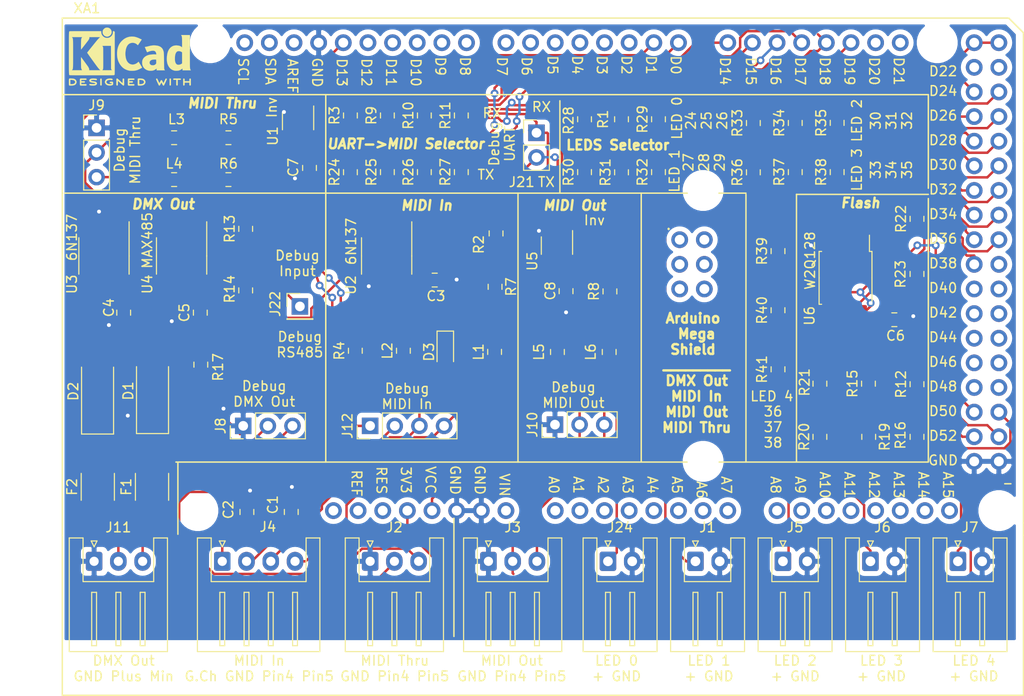
<source format=kicad_pcb>
(kicad_pcb (version 20171130) (host pcbnew "(5.1.2)-2")
  (layers (0 F.Cu signal) (31 B.Cu signal) (34 B.Paste user) (35 F.Paste user) (36 B.SilkS user) (37 F.SilkS user) (38 B.Mask user) (39 F.Mask user) (44 Edge.Cuts user))
  (net 0 "")
  (net 1 /In_GND_2)
  (net 2 GND)
  (net 3 /In_GND_Chassis)
  (net 4 VCC)
  (net 5 "Net-(D3-Pad2)")
  (net 6 "Net-(D3-Pad1)")
  (net 7 /DMX_PLUS_OUT)
  (net 8 /DMX_MIN_OUT)
  (net 9 /Thru_Signal_5)
  (net 10 /Thru_VCC_4)
  (net 11 /Out_Signal_5)
  (net 12 /Out_VCC_4)
  (net 13 /In_Signal2_5)
  (net 14 /In_Signal1_4)
  (net 15 /MCU_MIDI_In)
  (net 16 /MCU_MIDI_Out)
  (net 17 "Net-(J22-Pad1)")
  (net 18 "Net-(J24-Pad1)")
  (net 19 "Net-(L2-Pad2)")
  (net 20 "Net-(L3-Pad1)")
  (net 21 "Net-(L4-Pad2)")
  (net 22 "Net-(L5-Pad1)")
  (net 23 "Net-(L6-Pad1)")
  (net 24 "Net-(R6-Pad2)")
  (net 25 /Inverted_MIDI_Out)
  (net 26 "Net-(R13-Pad1)")
  (net 27 "Net-(U2-Pad4)")
  (net 28 "Net-(U2-Pad1)")
  (net 29 "Net-(U3-Pad4)")
  (net 30 "Net-(U3-Pad1)")
  (net 31 "Net-(U4-Pad1)")
  (net 32 /D0_RX0)
  (net 33 /D19_RX1)
  (net 34 /D17_RX2)
  (net 35 /D15_RX3)
  (net 36 /D1_TX0)
  (net 37 /D18_TX1)
  (net 38 /D16_TX2)
  (net 39 /D14_TX3)
  (net 40 /D24_LED_0)
  (net 41 "Net-(XA1-PadMISO)")
  (net 42 "Net-(XA1-PadD49)")
  (net 43 "Net-(XA1-PadD48)")
  (net 44 "Net-(XA1-PadD47)")
  (net 45 "Net-(XA1-PadD46)")
  (net 46 "Net-(XA1-PadD45)")
  (net 47 "Net-(XA1-PadD44)")
  (net 48 "Net-(XA1-PadD43)")
  (net 49 "Net-(XA1-PadD42)")
  (net 50 "Net-(XA1-PadD41)")
  (net 51 "Net-(XA1-PadD40)")
  (net 52 "Net-(XA1-PadD39)")
  (net 53 "Net-(XA1-PadD23)")
  (net 54 "Net-(XA1-PadA15)")
  (net 55 "Net-(XA1-PadA14)")
  (net 56 "Net-(XA1-PadA13)")
  (net 57 "Net-(XA1-PadA12)")
  (net 58 "Net-(XA1-PadA11)")
  (net 59 "Net-(XA1-PadA10)")
  (net 60 "Net-(XA1-PadA9)")
  (net 61 "Net-(XA1-PadA8)")
  (net 62 "Net-(XA1-PadA7)")
  (net 63 "Net-(XA1-PadA6)")
  (net 64 "Net-(XA1-PadA5)")
  (net 65 "Net-(XA1-PadA4)")
  (net 66 "Net-(XA1-PadA3)")
  (net 67 "Net-(XA1-PadA2)")
  (net 68 "Net-(XA1-PadA1)")
  (net 69 "Net-(XA1-PadD11)")
  (net 70 "Net-(XA1-PadD12)")
  (net 71 "Net-(XA1-PadAREF)")
  (net 72 "Net-(XA1-PadSDA)")
  (net 73 "Net-(XA1-PadSCL)")
  (net 74 "Net-(XA1-PadD10)")
  (net 75 "Net-(XA1-PadD9)")
  (net 76 "Net-(XA1-PadD8)")
  (net 77 "Net-(XA1-PadD7)")
  (net 78 "Net-(XA1-PadD6)")
  (net 79 "Net-(XA1-PadD5)")
  (net 80 "Net-(XA1-PadD4)")
  (net 81 "Net-(XA1-PadD3)")
  (net 82 "Net-(XA1-PadD2)")
  (net 83 "Net-(XA1-PadD20)")
  (net 84 "Net-(XA1-PadD21)")
  (net 85 "Net-(XA1-PadIORF)")
  (net 86 "Net-(XA1-PadRST1)")
  (net 87 "Net-(XA1-PadVIN)")
  (net 88 "Net-(XA1-PadA0)")
  (net 89 "Net-(XA1-Pad5V2)")
  (net 90 "Net-(XA1-PadSCK)")
  (net 91 "Net-(XA1-PadMOSI)")
  (net 92 "Net-(XA1-PadGND4)")
  (net 93 "Net-(XA1-PadRST2)")
  (net 94 /D13_DMX_OUT)
  (net 95 "Net-(XA1-PadD22)")
  (net 96 +3V3)
  (net 97 /SPI_SS)
  (net 98 "Net-(R12-Pad1)")
  (net 99 /SPI_SCK)
  (net 100 "Net-(R15-Pad1)")
  (net 101 "Net-(R20-Pad1)")
  (net 102 /SPI_MOSI)
  (net 103 /SPI_MISO)
  (net 104 "Net-(R22-Pad2)")
  (net 105 "Net-(R23-Pad2)")
  (net 106 /D25_LED_0)
  (net 107 /D26_LED_0)
  (net 108 /D27_LED_1)
  (net 109 /D28_LED_1)
  (net 110 /D29_LED_1)
  (net 111 /D30_LED_2)
  (net 112 /D31_LED_2)
  (net 113 /D32_LED_2)
  (net 114 /D33_LED_3)
  (net 115 /D34_LED_3)
  (net 116 /D35_LED_3)
  (net 117 /D36_LED_4)
  (net 118 /D37_LED_4)
  (net 119 /D38_LED_4)
  (net 120 "Net-(J5-Pad1)")
  (net 121 "Net-(J6-Pad1)")
  (net 122 "Net-(J7-Pad1)")
  (net 123 "Net-(J1-Pad1)")
  (net 124 "Net-(D1-Pad2)")
  (net 125 "Net-(D2-Pad2)")
  (net 126 "Net-(U2-Pad7)")
  (module Package_SO:SOP-8_3.76x4.96mm_P1.27mm (layer F.Cu) (at 103.3018 106.6825 270)
    (fp_text reference U2 (at 2.9947 3.683 90) (layer F.SilkS))
    (fp_text value 6N137)
    (pad 8 smd roundrect (at 2.5375 -1.905 270) (size 1.975 0.65) (layers F.Cu F.Paste F.Mask) (net 4 VCC))
    (pad 7 smd roundrect (at 2.5375 -0.635 270) (size 1.975 0.65) (layers F.Cu F.Paste F.Mask) (net 126 "Net-(U2-Pad7)"))
    (pad 6 smd roundrect (at 2.5375 0.635 270) (size 1.975 0.65) (layers F.Cu F.Paste F.Mask) (net 15 /MCU_MIDI_In))
    (pad 5 smd roundrect (at 2.5375 1.905 270) (size 1.975 0.65) (layers F.Cu F.Paste F.Mask) (net 2 GND))
    (pad 4 smd roundrect (at -2.5375 1.905 270) (size 1.975 0.65) (layers F.Cu F.Paste F.Mask) (net 27 "Net-(U2-Pad4)"))
    (pad 3 smd roundrect (at -2.5375 0.635 270) (size 1.975 0.65) (layers F.Cu F.Paste F.Mask) (net 5 "Net-(D3-Pad2)"))
    (pad 2 smd roundrect (at -2.5375 -0.635 270) (size 1.975 0.65) (layers F.Cu F.Paste F.Mask) (net 6 "Net-(D3-Pad1)"))
    (pad 1 smd roundrect (at -2.5375 -1.905 270) (size 1.975 0.65) (layers F.Cu F.Paste F.Mask) (net 28 "Net-(U2-Pad1)"))
  )
  (module Capacitor_SMD:C_0805_2012Metric_Pad1.15x1.40mm_HandSolder (layer F.Cu) (at 108.2548 109.1692)
    (fp_text reference C3 (at 0.127 1.651) (layer F.SilkS))
    (fp_text value 0.1uF)
    (pad 1 smd roundrect (at -1.025 0) (size 1.15 1.4) (layers F.Cu F.Paste F.Mask) (roundrect_rratio 0.217391) (net 4 VCC))
    (pad 2 smd roundrect (at 1.025 0) (size 1.15 1.4) (layers F.Cu F.Paste F.Mask) (roundrect_rratio 0.217391) (net 2 GND))
  )
  (module Diode_SMD:D_SOD-323_HandSoldering (layer F.Cu) (at 109.347 116.332 270)
    (fp_text reference D3 (at 0.254 1.6764 90) (layer F.SilkS))
    (fp_text value 1N4148)
    (pad 2 smd rect (at 1.25 0 270) (size 1 1) (layers F.Cu F.Paste F.Mask) (net 5 "Net-(D3-Pad2)"))
    (pad 1 smd rect (at -1.25 0 270) (size 1 1) (layers F.Cu F.Paste F.Mask) (net 6 "Net-(D3-Pad1)"))
  )
  (module Resistor_SMD:R_0805_2012Metric_Pad1.15x1.40mm_HandSolder (layer F.Cu) (at 110.998 98.035 90)
    (fp_text reference R27 (at 0 -1.65 90) (layer F.SilkS))
    (fp_text value 0R)
    (pad 2 smd roundrect (at 1.025 0 90) (size 1.15 1.4) (layers F.Cu F.Paste F.Mask) (roundrect_rratio 0.217391) (net 39 /D14_TX3))
    (pad 1 smd roundrect (at -1.025 0 90) (size 1.15 1.4) (layers F.Cu F.Paste F.Mask) (roundrect_rratio 0.217391) (net 16 /MCU_MIDI_Out))
  )
  (module Resistor_SMD:R_0805_2012Metric_Pad1.15x1.40mm_HandSolder (layer F.Cu) (at 107.188 98.035 90)
    (fp_text reference R26 (at 0 -1.65 90) (layer F.SilkS))
    (fp_text value 0R)
    (pad 2 smd roundrect (at 1.025 0 90) (size 1.15 1.4) (layers F.Cu F.Paste F.Mask) (roundrect_rratio 0.217391) (net 38 /D16_TX2))
    (pad 1 smd roundrect (at -1.025 0 90) (size 1.15 1.4) (layers F.Cu F.Paste F.Mask) (roundrect_rratio 0.217391) (net 16 /MCU_MIDI_Out))
  )
  (module Resistor_SMD:R_0805_2012Metric_Pad1.15x1.40mm_HandSolder (layer F.Cu) (at 103.378 98.035 90)
    (fp_text reference R25 (at 0 -1.65 90) (layer F.SilkS))
    (fp_text value 0R)
    (pad 2 smd roundrect (at 1.025 0 90) (size 1.15 1.4) (layers F.Cu F.Paste F.Mask) (roundrect_rratio 0.217391) (net 37 /D18_TX1))
    (pad 1 smd roundrect (at -1.025 0 90) (size 1.15 1.4) (layers F.Cu F.Paste F.Mask) (roundrect_rratio 0.217391) (net 16 /MCU_MIDI_Out))
  )
  (module Resistor_SMD:R_0805_2012Metric_Pad1.15x1.40mm_HandSolder (layer F.Cu) (at 99.568 98.044 90)
    (fp_text reference R24 (at 0 -1.65 90) (layer F.SilkS))
    (fp_text value 0R)
    (pad 2 smd roundrect (at 1.025 0 90) (size 1.15 1.4) (layers F.Cu F.Paste F.Mask) (roundrect_rratio 0.217391) (net 36 /D1_TX0))
    (pad 1 smd roundrect (at -1.025 0 90) (size 1.15 1.4) (layers F.Cu F.Paste F.Mask) (roundrect_rratio 0.217391) (net 16 /MCU_MIDI_Out))
  )
  (module Resistor_SMD:R_0805_2012Metric_Pad1.15x1.40mm_HandSolder (layer F.Cu) (at 110.998 92.193 90)
    (fp_text reference R11 (at 0 -1.65 90) (layer F.SilkS))
    (fp_text value 0R)
    (pad 2 smd roundrect (at 1.025 0 90) (size 1.15 1.4) (layers F.Cu F.Paste F.Mask) (roundrect_rratio 0.217391) (net 35 /D15_RX3))
    (pad 1 smd roundrect (at -1.025 0 90) (size 1.15 1.4) (layers F.Cu F.Paste F.Mask) (roundrect_rratio 0.217391) (net 15 /MCU_MIDI_In))
  )
  (module Resistor_SMD:R_0805_2012Metric_Pad1.15x1.40mm_HandSolder (layer F.Cu) (at 107.188 92.193 90)
    (fp_text reference R10 (at 0 -1.65 90) (layer F.SilkS))
    (fp_text value 0R)
    (pad 2 smd roundrect (at 1.025 0 90) (size 1.15 1.4) (layers F.Cu F.Paste F.Mask) (roundrect_rratio 0.217391) (net 34 /D17_RX2))
    (pad 1 smd roundrect (at -1.025 0 90) (size 1.15 1.4) (layers F.Cu F.Paste F.Mask) (roundrect_rratio 0.217391) (net 15 /MCU_MIDI_In))
  )
  (module Resistor_SMD:R_0805_2012Metric_Pad1.15x1.40mm_HandSolder (layer F.Cu) (at 103.378 92.193 90)
    (fp_text reference R9 (at 0 -1.65 90) (layer F.SilkS))
    (fp_text value 0R)
    (pad 2 smd roundrect (at 1.025 0 90) (size 1.15 1.4) (layers F.Cu F.Paste F.Mask) (roundrect_rratio 0.217391) (net 33 /D19_RX1))
    (pad 1 smd roundrect (at -1.025 0 90) (size 1.15 1.4) (layers F.Cu F.Paste F.Mask) (roundrect_rratio 0.217391) (net 15 /MCU_MIDI_In))
  )
  (module Resistor_SMD:R_0805_2012Metric_Pad1.15x1.40mm_HandSolder (layer F.Cu) (at 99.568 92.193 90)
    (fp_text reference R3 (at 0 -1.65 90) (layer F.SilkS))
    (fp_text value 0R)
    (pad 2 smd roundrect (at 1.025 0 90) (size 1.15 1.4) (layers F.Cu F.Paste F.Mask) (roundrect_rratio 0.217391) (net 32 /D0_RX0))
    (pad 1 smd roundrect (at -1.025 0 90) (size 1.15 1.4) (layers F.Cu F.Paste F.Mask) (roundrect_rratio 0.217391) (net 15 /MCU_MIDI_In))
  )
  (module Connector_JST:JST_XH_S4B-XH-A_1x04_P2.50mm_Horizontal (layer F.Cu) (at 86.36 138.176)
    (fp_text reference J4 (at 4.699 -3.556) (layer F.SilkS))
    (fp_text value "XH -> DIN MIDI In")
    (pad 4 thru_hole oval (at 7.5 0) (size 1.7 1.95) (drill 0.95) (layers *.Cu *.Mask) (net 13 /In_Signal2_5))
    (pad 3 thru_hole oval (at 5 0) (size 1.7 1.95) (drill 0.95) (layers *.Cu *.Mask) (net 14 /In_Signal1_4))
    (pad 2 thru_hole oval (at 2.5 0) (size 1.7 1.95) (drill 0.95) (layers *.Cu *.Mask) (net 1 /In_GND_2))
    (pad 1 thru_hole roundrect (at 0 0) (size 1.7 1.95) (drill 0.95) (layers *.Cu *.Mask) (roundrect_rratio 0.147059) (net 3 /In_GND_Chassis))
  )
  (module Resistor_SMD:R_0805_2012Metric_Pad1.15x1.40mm_HandSolder (layer F.Cu) (at 100.076 116.459 90)
    (fp_text reference R4 (at 0 -1.65 90) (layer F.SilkS))
    (fp_text value 220)
    (pad 2 smd roundrect (at 1.025 0 90) (size 1.15 1.4) (layers F.Cu F.Paste F.Mask) (roundrect_rratio 0.217391) (net 6 "Net-(D3-Pad1)"))
    (pad 1 smd roundrect (at -1.025 0 90) (size 1.15 1.4) (layers F.Cu F.Paste F.Mask) (roundrect_rratio 0.217391) (net 19 "Net-(L2-Pad2)"))
  )
  (module Resistor_SMD:R_0805_2012Metric_Pad1.15x1.40mm_HandSolder (layer F.Cu) (at 114.5794 104.3596 270)
    (fp_text reference R2 (at 1.143 1.778 90) (layer F.SilkS))
    (fp_text value 470)
    (pad 2 smd roundrect (at 1.025 0 270) (size 1.15 1.4) (layers F.Cu F.Paste F.Mask) (roundrect_rratio 0.217391) (net 4 VCC))
    (pad 1 smd roundrect (at -1.025 0 270) (size 1.15 1.4) (layers F.Cu F.Paste F.Mask) (roundrect_rratio 0.217391) (net 15 /MCU_MIDI_In))
  )
  (module Inductor_SMD:L_0805_2012Metric_Pad1.15x1.40mm_HandSolder (layer F.Cu) (at 105.029 116.459 90)
    (fp_text reference L2 (at 0 -1.65 90) (layer F.SilkS))
    (fp_text value Ferrite_Bead)
    (pad 2 smd roundrect (at 1.025 0 90) (size 1.15 1.4) (layers F.Cu F.Paste F.Mask) (roundrect_rratio 0.217391) (net 19 "Net-(L2-Pad2)"))
    (pad 1 smd roundrect (at -1.025 0 90) (size 1.15 1.4) (layers F.Cu F.Paste F.Mask) (roundrect_rratio 0.217391) (net 14 /In_Signal1_4))
  )
  (module Inductor_SMD:L_0805_2012Metric_Pad1.15x1.40mm_HandSolder (layer F.Cu) (at 114.427 116.577 90)
    (fp_text reference L1 (at 0 -1.65 90) (layer F.SilkS))
    (fp_text value Ferrite_Bead)
    (pad 2 smd roundrect (at 1.025 0 90) (size 1.15 1.4) (layers F.Cu F.Paste F.Mask) (roundrect_rratio 0.217391) (net 5 "Net-(D3-Pad2)"))
    (pad 1 smd roundrect (at -1.025 0 90) (size 1.15 1.4) (layers F.Cu F.Paste F.Mask) (roundrect_rratio 0.217391) (net 13 /In_Signal2_5))
  )
  (module Connector_PinHeader_2.54mm:PinHeader_1x02_P2.54mm_Vertical (layer F.Cu) (at 118.745 93.98)
    (fp_text reference J21 (at -1.524 5.08) (layer F.SilkS))
    (fp_text value Debug)
    (pad 2 thru_hole oval (at 0 2.54) (size 1.7 1.7) (drill 1) (layers *.Cu *.Mask) (net 16 /MCU_MIDI_Out))
    (pad 1 thru_hole rect (at 0 0) (size 1.7 1.7) (drill 1) (layers *.Cu *.Mask) (net 15 /MCU_MIDI_In))
  )
  (module Connector_PinHeader_2.54mm:PinHeader_1x04_P2.54mm_Vertical (layer F.Cu) (at 101.6 124.206 90)
    (fp_text reference J12 (at 0 -2.33 90) (layer F.SilkS))
    (fp_text value Debug)
    (pad 4 thru_hole oval (at 0 7.62 90) (size 1.7 1.7) (drill 1) (layers *.Cu *.Mask) (net 13 /In_Signal2_5))
    (pad 3 thru_hole oval (at 0 5.08 90) (size 1.7 1.7) (drill 1) (layers *.Cu *.Mask) (net 14 /In_Signal1_4))
    (pad 2 thru_hole oval (at 0 2.54 90) (size 1.7 1.7) (drill 1) (layers *.Cu *.Mask) (net 1 /In_GND_2))
    (pad 1 thru_hole rect (at 0 0 90) (size 1.7 1.7) (drill 1) (layers *.Cu *.Mask) (net 3 /In_GND_Chassis))
  )
  (module Capacitor_SMD:C_0805_2012Metric_Pad1.15x1.40mm_HandSolder (layer F.Cu) (at 88.9 133.087 270)
    (fp_text reference C2 (at -0.245 1.905 90) (layer F.SilkS))
    (fp_text value 0.1uF)
    (pad 2 smd roundrect (at 1.025 0 270) (size 1.15 1.4) (layers F.Cu F.Paste F.Mask) (roundrect_rratio 0.217391) (net 3 /In_GND_Chassis))
    (pad 1 smd roundrect (at -1.025 0 270) (size 1.15 1.4) (layers F.Cu F.Paste F.Mask) (roundrect_rratio 0.217391) (net 2 GND))
  )
  (module Capacitor_SMD:C_0805_2012Metric_Pad1.15x1.40mm_HandSolder (layer F.Cu) (at 93.472 133.087 270)
    (fp_text reference C1 (at -0.753 1.905 90) (layer F.SilkS))
    (fp_text value 0.1uF)
    (pad 2 smd roundrect (at 1.025 0 270) (size 1.15 1.4) (layers F.Cu F.Paste F.Mask) (roundrect_rratio 0.217391) (net 1 /In_GND_2))
    (pad 1 smd roundrect (at -1.025 0 270) (size 1.15 1.4) (layers F.Cu F.Paste F.Mask) (roundrect_rratio 0.217391) (net 2 GND))
  )
  (module Capacitor_SMD:C_0805_2012Metric_Pad1.15x1.40mm_HandSolder (layer F.Cu) (at 121.793 110.3122 270)
    (fp_text reference C8 (at -0.0254 1.6256 90) (layer F.SilkS))
    (fp_text value 0.1uF)
    (pad 2 smd roundrect (at 1.025 0 270) (size 1.15 1.4) (layers F.Cu F.Paste F.Mask) (roundrect_rratio 0.217391) (net 2 GND))
    (pad 1 smd roundrect (at -1.025 0 270) (size 1.15 1.4) (layers F.Cu F.Paste F.Mask) (roundrect_rratio 0.217391) (net 4 VCC))
  )
  (module Capacitor_SMD:C_0805_2012Metric_Pad1.15x1.40mm_HandSolder (layer F.Cu) (at 95.3516 97.6032 270)
    (fp_text reference C7 (at -0.0508 1.6764 90) (layer F.SilkS))
    (fp_text value 0.1uF)
    (pad 2 smd roundrect (at 1.025 0 270) (size 1.15 1.4) (layers F.Cu F.Paste F.Mask) (roundrect_rratio 0.217391) (net 2 GND))
    (pad 1 smd roundrect (at -1.025 0 270) (size 1.15 1.4) (layers F.Cu F.Paste F.Mask) (roundrect_rratio 0.217391) (net 4 VCC))
  )
  (module Resistor_SMD:R_0805_2012Metric_Pad1.15x1.40mm_HandSolder (layer F.Cu) (at 126.3142 110.3376 90)
    (fp_text reference R8 (at 0 -1.65 90) (layer F.SilkS))
    (fp_text value "220R 1/4W")
    (pad 2 smd roundrect (at 1.025 0 90) (size 1.15 1.4) (layers F.Cu F.Paste F.Mask) (roundrect_rratio 0.217391) (net 25 /Inverted_MIDI_Out))
    (pad 1 smd roundrect (at -1.025 0 90) (size 1.15 1.4) (layers F.Cu F.Paste F.Mask) (roundrect_rratio 0.217391) (net 23 "Net-(L6-Pad1)"))
  )
  (module Resistor_SMD:R_0805_2012Metric_Pad1.15x1.40mm_HandSolder (layer F.Cu) (at 114.4778 109.864 270)
    (fp_text reference R7 (at 0 -1.65 90) (layer F.SilkS))
    (fp_text value "220R 1/4W")
    (pad 2 smd roundrect (at 1.025 0 270) (size 1.15 1.4) (layers F.Cu F.Paste F.Mask) (roundrect_rratio 0.217391) (net 22 "Net-(L5-Pad1)"))
    (pad 1 smd roundrect (at -1.025 0 270) (size 1.15 1.4) (layers F.Cu F.Paste F.Mask) (roundrect_rratio 0.217391) (net 4 VCC))
  )
  (module Diode_SMD:D_SMA_Handsoldering (layer F.Cu) (at 73.5076 120.65 90)
    (fp_text reference D2 (at 0 -2.5 90) (layer F.SilkS))
    (fp_text value "SMAJ6.0CA ")
    (pad 2 smd rect (at 2.5 0 90) (size 3.5 1.8) (layers F.Cu F.Paste F.Mask) (net 125 "Net-(D2-Pad2)"))
    (pad 1 smd rect (at -2.5 0 90) (size 3.5 1.8) (layers F.Cu F.Paste F.Mask) (net 2 GND))
  )
  (module Diode_SMD:D_SMA_Handsoldering (layer F.Cu) (at 79.1718 120.5992 90)
    (fp_text reference D1 (at 0 -2.5 90) (layer F.SilkS))
    (fp_text value "SMAJ6.0CA ")
    (pad 2 smd rect (at 2.5 0 90) (size 3.5 1.8) (layers F.Cu F.Paste F.Mask) (net 124 "Net-(D1-Pad2)"))
    (pad 1 smd rect (at -2.5 0 90) (size 3.5 1.8) (layers F.Cu F.Paste F.Mask) (net 2 GND))
  )
  (module Fuse:Fuse_1812_4532Metric_Pad1.30x3.40mm_HandSolder (layer F.Cu) (at 73.533 130.495 90)
    (fp_text reference F2 (at 0 -2.65 90) (layer F.SilkS))
    (fp_text value Polyfuse_Small)
    (pad 2 smd roundrect (at 2.225 0 90) (size 1.3 3.4) (layers F.Cu F.Paste F.Mask) (roundrect_rratio 0.192308) (net 125 "Net-(D2-Pad2)"))
    (pad 1 smd roundrect (at -2.225 0 90) (size 1.3 3.4) (layers F.Cu F.Paste F.Mask) (roundrect_rratio 0.192308) (net 8 /DMX_MIN_OUT))
  )
  (module Fuse:Fuse_1812_4532Metric_Pad1.30x3.40mm_HandSolder (layer F.Cu) (at 79.121 130.495 90)
    (fp_text reference F1 (at 0 -2.65 90) (layer F.SilkS))
    (fp_text value Polyfuse_Small)
    (pad 2 smd roundrect (at 2.225 0 90) (size 1.3 3.4) (layers F.Cu F.Paste F.Mask) (roundrect_rratio 0.192308) (net 124 "Net-(D1-Pad2)"))
    (pad 1 smd roundrect (at -2.225 0 90) (size 1.3 3.4) (layers F.Cu F.Paste F.Mask) (roundrect_rratio 0.192308) (net 7 /DMX_PLUS_OUT))
  )
  (module Shield:Arduino_Mega2560_Shield (layer F.Cu) (at 69.878 135.487)
    (fp_text reference XA1 (at 2.54 -54.356) (layer F.SilkS))
    (fp_text value Arduino_Mega2560_Shield)
    (fp_text user . (at 62.484 -32.004) (layer F.SilkS))
    (pad MISO thru_hole oval (at 63.627 -30.48) (size 1.7272 1.7272) (drill 1.016) (layers *.Cu *.Mask) (net 41 "Net-(XA1-PadMISO)"))
    (pad GND6 thru_hole oval (at 96.52 -7.62) (size 1.7272 1.7272) (drill 1.016) (layers *.Cu *.Mask) (net 2 GND))
    (pad GND5 thru_hole oval (at 93.98 -7.62) (size 1.7272 1.7272) (drill 1.016) (layers *.Cu *.Mask) (net 2 GND))
    (pad D53 thru_hole oval (at 96.52 -10.16) (size 1.7272 1.7272) (drill 1.016) (layers *.Cu *.Mask) (net 97 /SPI_SS))
    (pad D52 thru_hole oval (at 93.98 -10.16) (size 1.7272 1.7272) (drill 1.016) (layers *.Cu *.Mask) (net 99 /SPI_SCK))
    (pad D51 thru_hole oval (at 96.52 -12.7) (size 1.7272 1.7272) (drill 1.016) (layers *.Cu *.Mask) (net 102 /SPI_MOSI))
    (pad D50 thru_hole oval (at 93.98 -12.7) (size 1.7272 1.7272) (drill 1.016) (layers *.Cu *.Mask) (net 103 /SPI_MISO))
    (pad D49 thru_hole oval (at 96.52 -15.24) (size 1.7272 1.7272) (drill 1.016) (layers *.Cu *.Mask) (net 42 "Net-(XA1-PadD49)"))
    (pad D48 thru_hole oval (at 93.98 -15.24) (size 1.7272 1.7272) (drill 1.016) (layers *.Cu *.Mask) (net 43 "Net-(XA1-PadD48)"))
    (pad D47 thru_hole oval (at 96.52 -17.78) (size 1.7272 1.7272) (drill 1.016) (layers *.Cu *.Mask) (net 44 "Net-(XA1-PadD47)"))
    (pad D46 thru_hole oval (at 93.98 -17.78) (size 1.7272 1.7272) (drill 1.016) (layers *.Cu *.Mask) (net 45 "Net-(XA1-PadD46)"))
    (pad D45 thru_hole oval (at 96.52 -20.32) (size 1.7272 1.7272) (drill 1.016) (layers *.Cu *.Mask) (net 46 "Net-(XA1-PadD45)"))
    (pad D44 thru_hole oval (at 93.98 -20.32) (size 1.7272 1.7272) (drill 1.016) (layers *.Cu *.Mask) (net 47 "Net-(XA1-PadD44)"))
    (pad D43 thru_hole oval (at 96.52 -22.86) (size 1.7272 1.7272) (drill 1.016) (layers *.Cu *.Mask) (net 48 "Net-(XA1-PadD43)"))
    (pad D42 thru_hole oval (at 93.98 -22.86) (size 1.7272 1.7272) (drill 1.016) (layers *.Cu *.Mask) (net 49 "Net-(XA1-PadD42)"))
    (pad D41 thru_hole oval (at 96.52 -25.4) (size 1.7272 1.7272) (drill 1.016) (layers *.Cu *.Mask) (net 50 "Net-(XA1-PadD41)"))
    (pad D40 thru_hole oval (at 93.98 -25.4) (size 1.7272 1.7272) (drill 1.016) (layers *.Cu *.Mask) (net 51 "Net-(XA1-PadD40)"))
    (pad D39 thru_hole oval (at 96.52 -27.94) (size 1.7272 1.7272) (drill 1.016) (layers *.Cu *.Mask) (net 52 "Net-(XA1-PadD39)"))
    (pad D38 thru_hole oval (at 93.98 -27.94) (size 1.7272 1.7272) (drill 1.016) (layers *.Cu *.Mask) (net 119 /D38_LED_4))
    (pad D37 thru_hole oval (at 96.52 -30.48) (size 1.7272 1.7272) (drill 1.016) (layers *.Cu *.Mask) (net 118 /D37_LED_4))
    (pad D36 thru_hole oval (at 93.98 -30.48) (size 1.7272 1.7272) (drill 1.016) (layers *.Cu *.Mask) (net 117 /D36_LED_4))
    (pad D35 thru_hole oval (at 96.52 -33.02) (size 1.7272 1.7272) (drill 1.016) (layers *.Cu *.Mask) (net 116 /D35_LED_3))
    (pad D34 thru_hole oval (at 93.98 -33.02) (size 1.7272 1.7272) (drill 1.016) (layers *.Cu *.Mask) (net 115 /D34_LED_3))
    (pad D33 thru_hole oval (at 96.52 -35.56) (size 1.7272 1.7272) (drill 1.016) (layers *.Cu *.Mask) (net 114 /D33_LED_3))
    (pad D32 thru_hole oval (at 93.98 -35.56) (size 1.7272 1.7272) (drill 1.016) (layers *.Cu *.Mask) (net 113 /D32_LED_2))
    (pad D31 thru_hole oval (at 96.52 -38.1) (size 1.7272 1.7272) (drill 1.016) (layers *.Cu *.Mask) (net 112 /D31_LED_2))
    (pad D30 thru_hole oval (at 93.98 -38.1) (size 1.7272 1.7272) (drill 1.016) (layers *.Cu *.Mask) (net 111 /D30_LED_2))
    (pad D29 thru_hole oval (at 96.52 -40.64) (size 1.7272 1.7272) (drill 1.016) (layers *.Cu *.Mask) (net 110 /D29_LED_1))
    (pad D28 thru_hole oval (at 93.98 -40.64) (size 1.7272 1.7272) (drill 1.016) (layers *.Cu *.Mask) (net 109 /D28_LED_1))
    (pad D27 thru_hole oval (at 96.52 -43.18) (size 1.7272 1.7272) (drill 1.016) (layers *.Cu *.Mask) (net 108 /D27_LED_1))
    (pad D26 thru_hole oval (at 93.98 -43.18) (size 1.7272 1.7272) (drill 1.016) (layers *.Cu *.Mask) (net 107 /D26_LED_0))
    (pad D25 thru_hole oval (at 96.52 -45.72) (size 1.7272 1.7272) (drill 1.016) (layers *.Cu *.Mask) (net 106 /D25_LED_0))
    (pad D24 thru_hole oval (at 93.98 -45.72) (size 1.7272 1.7272) (drill 1.016) (layers *.Cu *.Mask) (net 40 /D24_LED_0))
    (pad D23 thru_hole oval (at 96.52 -48.26) (size 1.7272 1.7272) (drill 1.016) (layers *.Cu *.Mask) (net 53 "Net-(XA1-PadD23)"))
    (pad D22 thru_hole oval (at 93.98 -48.26) (size 1.7272 1.7272) (drill 1.016) (layers *.Cu *.Mask) (net 95 "Net-(XA1-PadD22)"))
    (pad 5V4 thru_hole oval (at 96.52 -50.8) (size 1.7272 1.7272) (drill 1.016) (layers *.Cu *.Mask) (net 4 VCC))
    (pad 5V3 thru_hole oval (at 93.98 -50.8) (size 1.7272 1.7272) (drill 1.016) (layers *.Cu *.Mask) (net 4 VCC))
    (pad A15 thru_hole oval (at 91.44 -2.54) (size 1.7272 1.7272) (drill 1.016) (layers *.Cu *.Mask) (net 54 "Net-(XA1-PadA15)"))
    (pad A14 thru_hole oval (at 88.9 -2.54) (size 1.7272 1.7272) (drill 1.016) (layers *.Cu *.Mask) (net 55 "Net-(XA1-PadA14)"))
    (pad A13 thru_hole oval (at 86.36 -2.54) (size 1.7272 1.7272) (drill 1.016) (layers *.Cu *.Mask) (net 56 "Net-(XA1-PadA13)"))
    (pad A12 thru_hole oval (at 83.82 -2.54) (size 1.7272 1.7272) (drill 1.016) (layers *.Cu *.Mask) (net 57 "Net-(XA1-PadA12)"))
    (pad A11 thru_hole oval (at 81.28 -2.54) (size 1.7272 1.7272) (drill 1.016) (layers *.Cu *.Mask) (net 58 "Net-(XA1-PadA11)"))
    (pad A10 thru_hole oval (at 78.74 -2.54) (size 1.7272 1.7272) (drill 1.016) (layers *.Cu *.Mask) (net 59 "Net-(XA1-PadA10)"))
    (pad A9 thru_hole oval (at 76.2 -2.54) (size 1.7272 1.7272) (drill 1.016) (layers *.Cu *.Mask) (net 60 "Net-(XA1-PadA9)"))
    (pad A8 thru_hole oval (at 73.66 -2.54) (size 1.7272 1.7272) (drill 1.016) (layers *.Cu *.Mask) (net 61 "Net-(XA1-PadA8)"))
    (pad A7 thru_hole oval (at 68.58 -2.54) (size 1.7272 1.7272) (drill 1.016) (layers *.Cu *.Mask) (net 62 "Net-(XA1-PadA7)"))
    (pad A6 thru_hole oval (at 66.04 -2.54) (size 1.7272 1.7272) (drill 1.016) (layers *.Cu *.Mask) (net 63 "Net-(XA1-PadA6)"))
    (pad A5 thru_hole oval (at 63.5 -2.54) (size 1.7272 1.7272) (drill 1.016) (layers *.Cu *.Mask) (net 64 "Net-(XA1-PadA5)"))
    (pad A4 thru_hole oval (at 60.96 -2.54) (size 1.7272 1.7272) (drill 1.016) (layers *.Cu *.Mask) (net 65 "Net-(XA1-PadA4)"))
    (pad A3 thru_hole oval (at 58.42 -2.54) (size 1.7272 1.7272) (drill 1.016) (layers *.Cu *.Mask) (net 66 "Net-(XA1-PadA3)"))
    (pad A2 thru_hole oval (at 55.88 -2.54) (size 1.7272 1.7272) (drill 1.016) (layers *.Cu *.Mask) (net 67 "Net-(XA1-PadA2)"))
    (pad A1 thru_hole oval (at 53.34 -2.54) (size 1.7272 1.7272) (drill 1.016) (layers *.Cu *.Mask) (net 68 "Net-(XA1-PadA1)"))
    (pad "" thru_hole oval (at 27.94 -2.54) (size 1.7272 1.7272) (drill 1.016) (layers *.Cu *.Mask))
    (pad D11 thru_hole oval (at 34.036 -50.8) (size 1.7272 1.7272) (drill 1.016) (layers *.Cu *.Mask) (net 69 "Net-(XA1-PadD11)"))
    (pad D12 thru_hole oval (at 31.496 -50.8) (size 1.7272 1.7272) (drill 1.016) (layers *.Cu *.Mask) (net 70 "Net-(XA1-PadD12)"))
    (pad D13 thru_hole oval (at 28.956 -50.8) (size 1.7272 1.7272) (drill 1.016) (layers *.Cu *.Mask) (net 94 /D13_DMX_OUT))
    (pad AREF thru_hole oval (at 23.876 -50.8) (size 1.7272 1.7272) (drill 1.016) (layers *.Cu *.Mask) (net 71 "Net-(XA1-PadAREF)"))
    (pad SDA thru_hole oval (at 21.336 -50.8) (size 1.7272 1.7272) (drill 1.016) (layers *.Cu *.Mask) (net 72 "Net-(XA1-PadSDA)"))
    (pad SCL thru_hole oval (at 18.796 -50.8) (size 1.7272 1.7272) (drill 1.016) (layers *.Cu *.Mask) (net 73 "Net-(XA1-PadSCL)"))
    (pad "" np_thru_hole circle (at 13.97 -2.54) (size 3.2 3.2) (drill 3.2) (layers *.Cu *.Mask))
    (pad "" np_thru_hole circle (at 96.52 -2.54) (size 3.2 3.2) (drill 3.2) (layers *.Cu *.Mask))
    (pad "" np_thru_hole circle (at 15.24 -50.8) (size 3.2 3.2) (drill 3.2) (layers *.Cu *.Mask))
    (pad "" np_thru_hole circle (at 90.17 -50.8) (size 3.2 3.2) (drill 3.2) (layers *.Cu *.Mask))
    (pad "" np_thru_hole circle (at 66.04 -35.56) (size 3.2 3.2) (drill 3.2) (layers *.Cu *.Mask))
    (pad "" np_thru_hole circle (at 66.04 -7.62) (size 3.2 3.2) (drill 3.2) (layers *.Cu *.Mask))
    (pad D10 thru_hole oval (at 36.576 -50.8) (size 1.7272 1.7272) (drill 1.016) (layers *.Cu *.Mask) (net 74 "Net-(XA1-PadD10)"))
    (pad D9 thru_hole oval (at 39.116 -50.8) (size 1.7272 1.7272) (drill 1.016) (layers *.Cu *.Mask) (net 75 "Net-(XA1-PadD9)"))
    (pad D8 thru_hole oval (at 41.656 -50.8) (size 1.7272 1.7272) (drill 1.016) (layers *.Cu *.Mask) (net 76 "Net-(XA1-PadD8)"))
    (pad GND1 thru_hole oval (at 26.416 -50.8) (size 1.7272 1.7272) (drill 1.016) (layers *.Cu *.Mask) (net 2 GND))
    (pad D7 thru_hole oval (at 45.72 -50.8) (size 1.7272 1.7272) (drill 1.016) (layers *.Cu *.Mask) (net 77 "Net-(XA1-PadD7)"))
    (pad D6 thru_hole oval (at 48.26 -50.8) (size 1.7272 1.7272) (drill 1.016) (layers *.Cu *.Mask) (net 78 "Net-(XA1-PadD6)"))
    (pad D5 thru_hole oval (at 50.8 -50.8) (size 1.7272 1.7272) (drill 1.016) (layers *.Cu *.Mask) (net 79 "Net-(XA1-PadD5)"))
    (pad D4 thru_hole oval (at 53.34 -50.8) (size 1.7272 1.7272) (drill 1.016) (layers *.Cu *.Mask) (net 80 "Net-(XA1-PadD4)"))
    (pad D3 thru_hole oval (at 55.88 -50.8) (size 1.7272 1.7272) (drill 1.016) (layers *.Cu *.Mask) (net 81 "Net-(XA1-PadD3)"))
    (pad D2 thru_hole oval (at 58.42 -50.8) (size 1.7272 1.7272) (drill 1.016) (layers *.Cu *.Mask) (net 82 "Net-(XA1-PadD2)"))
    (pad D1 thru_hole oval (at 60.96 -50.8) (size 1.7272 1.7272) (drill 1.016) (layers *.Cu *.Mask) (net 36 /D1_TX0))
    (pad D0 thru_hole oval (at 63.5 -50.8) (size 1.7272 1.7272) (drill 1.016) (layers *.Cu *.Mask) (net 32 /D0_RX0))
    (pad D14 thru_hole oval (at 68.58 -50.8) (size 1.7272 1.7272) (drill 1.016) (layers *.Cu *.Mask) (net 39 /D14_TX3))
    (pad D15 thru_hole oval (at 71.12 -50.8) (size 1.7272 1.7272) (drill 1.016) (layers *.Cu *.Mask) (net 35 /D15_RX3))
    (pad D16 thru_hole oval (at 73.66 -50.8) (size 1.7272 1.7272) (drill 1.016) (layers *.Cu *.Mask) (net 38 /D16_TX2))
    (pad D17 thru_hole oval (at 76.2 -50.8) (size 1.7272 1.7272) (drill 1.016) (layers *.Cu *.Mask) (net 34 /D17_RX2))
    (pad D18 thru_hole oval (at 78.74 -50.8) (size 1.7272 1.7272) (drill 1.016) (layers *.Cu *.Mask) (net 37 /D18_TX1))
    (pad D19 thru_hole oval (at 81.28 -50.8) (size 1.7272 1.7272) (drill 1.016) (layers *.Cu *.Mask) (net 33 /D19_RX1))
    (pad D20 thru_hole oval (at 83.82 -50.8) (size 1.7272 1.7272) (drill 1.016) (layers *.Cu *.Mask) (net 83 "Net-(XA1-PadD20)"))
    (pad D21 thru_hole oval (at 86.36 -50.8) (size 1.7272 1.7272) (drill 1.016) (layers *.Cu *.Mask) (net 84 "Net-(XA1-PadD21)"))
    (pad IORF thru_hole oval (at 30.48 -2.54) (size 1.7272 1.7272) (drill 1.016) (layers *.Cu *.Mask) (net 85 "Net-(XA1-PadIORF)"))
    (pad RST1 thru_hole oval (at 33.02 -2.54) (size 1.7272 1.7272) (drill 1.016) (layers *.Cu *.Mask) (net 86 "Net-(XA1-PadRST1)"))
    (pad 3V3 thru_hole oval (at 35.56 -2.54) (size 1.7272 1.7272) (drill 1.016) (layers *.Cu *.Mask) (net 96 +3V3))
    (pad 5V1 thru_hole oval (at 38.1 -2.54) (size 1.7272 1.7272) (drill 1.016) (layers *.Cu *.Mask) (net 4 VCC))
    (pad GND2 thru_hole oval (at 40.64 -2.54) (size 1.7272 1.7272) (drill 1.016) (layers *.Cu *.Mask) (net 2 GND))
    (pad GND3 thru_hole oval (at 43.18 -2.54) (size 1.7272 1.7272) (drill 1.016) (layers *.Cu *.Mask) (net 2 GND))
    (pad VIN thru_hole oval (at 45.72 -2.54) (size 1.7272 1.7272) (drill 1.016) (layers *.Cu *.Mask) (net 87 "Net-(XA1-PadVIN)"))
    (pad A0 thru_hole oval (at 50.8 -2.54) (size 1.7272 1.7272) (drill 1.016) (layers *.Cu *.Mask) (net 88 "Net-(XA1-PadA0)"))
    (pad 5V2 thru_hole oval (at 66.167 -30.48) (size 1.7272 1.7272) (drill 1.016) (layers *.Cu *.Mask) (net 89 "Net-(XA1-Pad5V2)"))
    (pad SCK thru_hole oval (at 63.627 -27.94) (size 1.7272 1.7272) (drill 1.016) (layers *.Cu *.Mask) (net 90 "Net-(XA1-PadSCK)"))
    (pad MOSI thru_hole oval (at 66.167 -27.94) (size 1.7272 1.7272) (drill 1.016) (layers *.Cu *.Mask) (net 91 "Net-(XA1-PadMOSI)"))
    (pad GND4 thru_hole oval (at 66.167 -25.4) (size 1.7272 1.7272) (drill 1.016) (layers *.Cu *.Mask) (net 92 "Net-(XA1-PadGND4)"))
    (pad RST2 thru_hole oval (at 63.627 -25.4) (size 1.7272 1.7272) (drill 1.016) (layers *.Cu *.Mask) (net 93 "Net-(XA1-PadRST2)"))
  )
  (module Resistor_SMD:R_0805_2012Metric_Pad1.15x1.40mm_HandSolder (layer F.Cu) (at 143.637 118.373 90)
    (fp_text reference R41 (at 0 -1.65 90) (layer F.SilkS))
    (fp_text value 330R)
    (pad 2 smd roundrect (at 1.025 0 90) (size 1.15 1.4) (layers F.Cu F.Paste F.Mask) (roundrect_rratio 0.217391) (net 119 /D38_LED_4))
    (pad 1 smd roundrect (at -1.025 0 90) (size 1.15 1.4) (layers F.Cu F.Paste F.Mask) (roundrect_rratio 0.217391) (net 122 "Net-(J7-Pad1)"))
  )
  (module Resistor_SMD:R_0805_2012Metric_Pad1.15x1.40mm_HandSolder (layer F.Cu) (at 143.637 112.277 90)
    (fp_text reference R40 (at 0 -1.65 90) (layer F.SilkS))
    (fp_text value 330R)
    (pad 2 smd roundrect (at 1.025 0 90) (size 1.15 1.4) (layers F.Cu F.Paste F.Mask) (roundrect_rratio 0.217391) (net 118 /D37_LED_4))
    (pad 1 smd roundrect (at -1.025 0 90) (size 1.15 1.4) (layers F.Cu F.Paste F.Mask) (roundrect_rratio 0.217391) (net 122 "Net-(J7-Pad1)"))
  )
  (module Resistor_SMD:R_0805_2012Metric_Pad1.15x1.40mm_HandSolder (layer F.Cu) (at 143.637 106.181 90)
    (fp_text reference R39 (at 0 -1.65 90) (layer F.SilkS))
    (fp_text value 330R)
    (pad 2 smd roundrect (at 1.025 0 90) (size 1.15 1.4) (layers F.Cu F.Paste F.Mask) (roundrect_rratio 0.217391) (net 117 /D36_LED_4))
    (pad 1 smd roundrect (at -1.025 0 90) (size 1.15 1.4) (layers F.Cu F.Paste F.Mask) (roundrect_rratio 0.217391) (net 122 "Net-(J7-Pad1)"))
  )
  (module Resistor_SMD:R_0805_2012Metric_Pad1.15x1.40mm_HandSolder (layer F.Cu) (at 149.733 98.035 90)
    (fp_text reference R38 (at 0 -1.65 90) (layer F.SilkS))
    (fp_text value 330R)
    (pad 2 smd roundrect (at 1.025 0 90) (size 1.15 1.4) (layers F.Cu F.Paste F.Mask) (roundrect_rratio 0.217391) (net 116 /D35_LED_3))
    (pad 1 smd roundrect (at -1.025 0 90) (size 1.15 1.4) (layers F.Cu F.Paste F.Mask) (roundrect_rratio 0.217391) (net 121 "Net-(J6-Pad1)"))
  )
  (module Resistor_SMD:R_0805_2012Metric_Pad1.15x1.40mm_HandSolder (layer F.Cu) (at 145.415 98.035 90)
    (fp_text reference R37 (at 0 -1.65 90) (layer F.SilkS))
    (fp_text value 330R)
    (pad 2 smd roundrect (at 1.025 0 90) (size 1.15 1.4) (layers F.Cu F.Paste F.Mask) (roundrect_rratio 0.217391) (net 115 /D34_LED_3))
    (pad 1 smd roundrect (at -1.025 0 90) (size 1.15 1.4) (layers F.Cu F.Paste F.Mask) (roundrect_rratio 0.217391) (net 121 "Net-(J6-Pad1)"))
  )
  (module Resistor_SMD:R_0805_2012Metric_Pad1.15x1.40mm_HandSolder (layer F.Cu) (at 141.097 98.053 90)
    (fp_text reference R36 (at 0 -1.65 90) (layer F.SilkS))
    (fp_text value 330R)
    (pad 2 smd roundrect (at 1.025 0 90) (size 1.15 1.4) (layers F.Cu F.Paste F.Mask) (roundrect_rratio 0.217391) (net 114 /D33_LED_3))
    (pad 1 smd roundrect (at -1.025 0 90) (size 1.15 1.4) (layers F.Cu F.Paste F.Mask) (roundrect_rratio 0.217391) (net 121 "Net-(J6-Pad1)"))
  )
  (module Resistor_SMD:R_0805_2012Metric_Pad1.15x1.40mm_HandSolder (layer F.Cu) (at 149.733 92.955 90)
    (fp_text reference R35 (at 0 -1.65 90) (layer F.SilkS))
    (fp_text value 330R)
    (pad 2 smd roundrect (at 1.025 0 90) (size 1.15 1.4) (layers F.Cu F.Paste F.Mask) (roundrect_rratio 0.217391) (net 113 /D32_LED_2))
    (pad 1 smd roundrect (at -1.025 0 90) (size 1.15 1.4) (layers F.Cu F.Paste F.Mask) (roundrect_rratio 0.217391) (net 120 "Net-(J5-Pad1)"))
  )
  (module Resistor_SMD:R_0805_2012Metric_Pad1.15x1.40mm_HandSolder (layer F.Cu) (at 145.415 92.964 90)
    (fp_text reference R34 (at 0 -1.65 90) (layer F.SilkS))
    (fp_text value 330R)
    (pad 2 smd roundrect (at 1.025 0 90) (size 1.15 1.4) (layers F.Cu F.Paste F.Mask) (roundrect_rratio 0.217391) (net 112 /D31_LED_2))
    (pad 1 smd roundrect (at -1.025 0 90) (size 1.15 1.4) (layers F.Cu F.Paste F.Mask) (roundrect_rratio 0.217391) (net 120 "Net-(J5-Pad1)"))
  )
  (module Resistor_SMD:R_0805_2012Metric_Pad1.15x1.40mm_HandSolder (layer F.Cu) (at 141.097 92.973 90)
    (fp_text reference R33 (at 0 -1.65 90) (layer F.SilkS))
    (fp_text value 330R)
    (pad 2 smd roundrect (at 1.025 0 90) (size 1.15 1.4) (layers F.Cu F.Paste F.Mask) (roundrect_rratio 0.217391) (net 111 /D30_LED_2))
    (pad 1 smd roundrect (at -1.025 0 90) (size 1.15 1.4) (layers F.Cu F.Paste F.Mask) (roundrect_rratio 0.217391) (net 120 "Net-(J5-Pad1)"))
  )
  (module Resistor_SMD:R_0805_2012Metric_Pad1.15x1.40mm_HandSolder (layer F.Cu) (at 131.318 98.035 90)
    (fp_text reference R32 (at 0 -1.65 90) (layer F.SilkS))
    (fp_text value 330R)
    (pad 2 smd roundrect (at 1.025 0 90) (size 1.15 1.4) (layers F.Cu F.Paste F.Mask) (roundrect_rratio 0.217391) (net 110 /D29_LED_1))
    (pad 1 smd roundrect (at -1.025 0 90) (size 1.15 1.4) (layers F.Cu F.Paste F.Mask) (roundrect_rratio 0.217391) (net 123 "Net-(J1-Pad1)"))
  )
  (module Resistor_SMD:R_0805_2012Metric_Pad1.15x1.40mm_HandSolder (layer F.Cu) (at 127.508 98.053 90)
    (fp_text reference R31 (at 0 -1.65 90) (layer F.SilkS))
    (fp_text value 330R)
    (pad 2 smd roundrect (at 1.025 0 90) (size 1.15 1.4) (layers F.Cu F.Paste F.Mask) (roundrect_rratio 0.217391) (net 109 /D28_LED_1))
    (pad 1 smd roundrect (at -1.025 0 90) (size 1.15 1.4) (layers F.Cu F.Paste F.Mask) (roundrect_rratio 0.217391) (net 123 "Net-(J1-Pad1)"))
  )
  (module Resistor_SMD:R_0805_2012Metric_Pad1.15x1.40mm_HandSolder (layer F.Cu) (at 123.698 98.035 90)
    (fp_text reference R30 (at 0 -1.65 90) (layer F.SilkS))
    (fp_text value 330R)
    (pad 2 smd roundrect (at 1.025 0 90) (size 1.15 1.4) (layers F.Cu F.Paste F.Mask) (roundrect_rratio 0.217391) (net 108 /D27_LED_1))
    (pad 1 smd roundrect (at -1.025 0 90) (size 1.15 1.4) (layers F.Cu F.Paste F.Mask) (roundrect_rratio 0.217391) (net 123 "Net-(J1-Pad1)"))
  )
  (module Resistor_SMD:R_0805_2012Metric_Pad1.15x1.40mm_HandSolder (layer F.Cu) (at 131.318 92.583 90)
    (fp_text reference R29 (at 0 -1.65 90) (layer F.SilkS))
    (fp_text value 330R)
    (pad 2 smd roundrect (at 1.025 0 90) (size 1.15 1.4) (layers F.Cu F.Paste F.Mask) (roundrect_rratio 0.217391) (net 107 /D26_LED_0))
    (pad 1 smd roundrect (at -1.025 0 90) (size 1.15 1.4) (layers F.Cu F.Paste F.Mask) (roundrect_rratio 0.217391) (net 18 "Net-(J24-Pad1)"))
  )
  (module Resistor_SMD:R_0805_2012Metric_Pad1.15x1.40mm_HandSolder (layer F.Cu) (at 127.508 92.583 90)
    (fp_text reference R28 (at -0.127 -5.461 90) (layer F.SilkS))
    (fp_text value 330R)
    (pad 2 smd roundrect (at 1.025 0 90) (size 1.15 1.4) (layers F.Cu F.Paste F.Mask) (roundrect_rratio 0.217391) (net 106 /D25_LED_0))
    (pad 1 smd roundrect (at -1.025 0 90) (size 1.15 1.4) (layers F.Cu F.Paste F.Mask) (roundrect_rratio 0.217391) (net 18 "Net-(J24-Pad1)"))
  )
  (module Connector_JST:JST_XH_S2B-XH-A_1x02_P2.50mm_Horizontal (layer F.Cu) (at 162.179 138.176)
    (fp_text reference J7 (at 1.25 -3.5) (layer F.SilkS))
    (fp_text value XH)
    (pad 2 thru_hole oval (at 2.5 0) (size 1.7 2) (drill 1) (layers *.Cu *.Mask) (net 2 GND))
    (pad 1 thru_hole roundrect (at 0 0) (size 1.7 2) (drill 1) (layers *.Cu *.Mask) (roundrect_rratio 0.147059) (net 122 "Net-(J7-Pad1)"))
  )
  (module Connector_JST:JST_XH_S2B-XH-A_1x02_P2.50mm_Horizontal (layer F.Cu) (at 153.162 138.176)
    (fp_text reference J6 (at 1.25 -3.5) (layer F.SilkS))
    (fp_text value XH)
    (pad 2 thru_hole oval (at 2.5 0) (size 1.7 2) (drill 1) (layers *.Cu *.Mask) (net 2 GND))
    (pad 1 thru_hole roundrect (at 0 0) (size 1.7 2) (drill 1) (layers *.Cu *.Mask) (roundrect_rratio 0.147059) (net 121 "Net-(J6-Pad1)"))
  )
  (module Connector_JST:JST_XH_S2B-XH-A_1x02_P2.50mm_Horizontal (layer F.Cu) (at 144.145 138.176)
    (fp_text reference J5 (at 1.25 -3.5) (layer F.SilkS))
    (fp_text value XH)
    (pad 2 thru_hole oval (at 2.5 0) (size 1.7 2) (drill 1) (layers *.Cu *.Mask) (net 2 GND))
    (pad 1 thru_hole roundrect (at 0 0) (size 1.7 2) (drill 1) (layers *.Cu *.Mask) (roundrect_rratio 0.147059) (net 120 "Net-(J5-Pad1)"))
  )
  (module Connector_JST:JST_XH_S2B-XH-A_1x02_P2.50mm_Horizontal (layer F.Cu) (at 135.128 138.176)
    (fp_text reference J1 (at 1.25 -3.5) (layer F.SilkS))
    (fp_text value XH)
    (pad 2 thru_hole oval (at 2.5 0) (size 1.7 2) (drill 1) (layers *.Cu *.Mask) (net 2 GND))
    (pad 1 thru_hole roundrect (at 0 0) (size 1.7 2) (drill 1) (layers *.Cu *.Mask) (roundrect_rratio 0.147059) (net 123 "Net-(J1-Pad1)"))
  )
  (module Package_SO:SOIC-8_5.23x5.23mm_P1.27mm (layer F.Cu) (at 150.5966 108.9406 270)
    (fp_text reference U6 (at 3.9116 3.7084 90) (layer F.SilkS))
    (fp_text value W25Q128FVIQ)
    (pad 8 smd roundrect (at 3.6 -1.905 270) (size 1.6 0.6) (layers F.Cu F.Paste F.Mask) (net 96 +3V3))
    (pad 7 smd roundrect (at 3.6 -0.635 270) (size 1.6 0.6) (layers F.Cu F.Paste F.Mask) (net 105 "Net-(R23-Pad2)"))
    (pad 6 smd roundrect (at 3.6 0.635 270) (size 1.6 0.6) (layers F.Cu F.Paste F.Mask) (net 100 "Net-(R15-Pad1)"))
    (pad 5 smd roundrect (at 3.6 1.905 270) (size 1.6 0.6) (layers F.Cu F.Paste F.Mask) (net 101 "Net-(R20-Pad1)"))
    (pad 4 smd roundrect (at -3.6 1.905 270) (size 1.6 0.6) (layers F.Cu F.Paste F.Mask) (net 2 GND))
    (pad 3 smd roundrect (at -3.6 0.635 270) (size 1.6 0.6) (layers F.Cu F.Paste F.Mask) (net 104 "Net-(R22-Pad2)"))
    (pad 2 smd roundrect (at -3.6 -0.635 270) (size 1.6 0.6) (layers F.Cu F.Paste F.Mask) (net 103 /SPI_MISO))
    (pad 1 smd roundrect (at -3.6 -1.905 270) (size 1.6 0.6) (layers F.Cu F.Paste F.Mask) (net 98 "Net-(R12-Pad1)"))
  )
  (module Resistor_SMD:R_0805_2012Metric_Pad1.15x1.40mm_HandSolder (layer F.Cu) (at 157.9626 108.5387 270)
    (fp_text reference R23 (at 0.0209 1.7018 90) (layer F.SilkS))
    (fp_text value 10K)
    (pad 2 smd roundrect (at 1.025 0 270) (size 1.15 1.4) (layers F.Cu F.Paste F.Mask) (roundrect_rratio 0.217391) (net 105 "Net-(R23-Pad2)"))
    (pad 1 smd roundrect (at -1.025 0 270) (size 1.15 1.4) (layers F.Cu F.Paste F.Mask) (roundrect_rratio 0.217391) (net 96 +3V3))
  )
  (module Resistor_SMD:R_0805_2012Metric_Pad1.15x1.40mm_HandSolder (layer F.Cu) (at 157.9626 102.8536 90)
    (fp_text reference R22 (at 0 -1.65 90) (layer F.SilkS))
    (fp_text value 10K)
    (pad 2 smd roundrect (at 1.025 0 90) (size 1.15 1.4) (layers F.Cu F.Paste F.Mask) (roundrect_rratio 0.217391) (net 104 "Net-(R22-Pad2)"))
    (pad 1 smd roundrect (at -1.025 0 90) (size 1.15 1.4) (layers F.Cu F.Paste F.Mask) (roundrect_rratio 0.217391) (net 96 +3V3))
  )
  (module Symbol:KiCad-Logo2_5mm_SilkScreen (layer F.Cu) (at 76.835 86.106)
    (fp_text reference REF** hide)
    (fp_text value KiCad-Logo2_5mm_SilkScreen hide)
  )
  (module Resistor_SMD:R_0805_2012Metric_Pad1.15x1.40mm_HandSolder (layer F.Cu) (at 147.955 119.8536 270)
    (fp_text reference R21 (at -0.1434 1.5748 90) (layer F.SilkS))
    (fp_text value 220R)
    (pad 2 smd roundrect (at 1.025 0 270) (size 1.15 1.4) (layers F.Cu F.Paste F.Mask) (roundrect_rratio 0.217391) (net 101 "Net-(R20-Pad1)"))
    (pad 1 smd roundrect (at -1.025 0 270) (size 1.15 1.4) (layers F.Cu F.Paste F.Mask) (roundrect_rratio 0.217391) (net 102 /SPI_MOSI))
  )
  (module Resistor_SMD:R_0805_2012Metric_Pad1.15x1.40mm_HandSolder (layer F.Cu) (at 147.955 125.34 270)
    (fp_text reference R20 (at 0 1.6256 90) (layer F.SilkS))
    (fp_text value 330R)
    (pad 2 smd roundrect (at 1.025 0 270) (size 1.15 1.4) (layers F.Cu F.Paste F.Mask) (roundrect_rratio 0.217391) (net 96 +3V3))
    (pad 1 smd roundrect (at -1.025 0 270) (size 1.15 1.4) (layers F.Cu F.Paste F.Mask) (roundrect_rratio 0.217391) (net 101 "Net-(R20-Pad1)"))
  )
  (module Resistor_SMD:R_0805_2012Metric_Pad1.15x1.40mm_HandSolder (layer F.Cu) (at 152.9842 125.34 270)
    (fp_text reference R19 (at 0 -1.65 90) (layer F.SilkS))
    (fp_text value 330R)
    (pad 2 smd roundrect (at 1.025 0 270) (size 1.15 1.4) (layers F.Cu F.Paste F.Mask) (roundrect_rratio 0.217391) (net 96 +3V3))
    (pad 1 smd roundrect (at -1.025 0 270) (size 1.15 1.4) (layers F.Cu F.Paste F.Mask) (roundrect_rratio 0.217391) (net 100 "Net-(R15-Pad1)"))
  )
  (module Resistor_SMD:R_0805_2012Metric_Pad1.15x1.40mm_HandSolder (layer F.Cu) (at 157.9626 125.34 270)
    (fp_text reference R16 (at -0.1688 1.7018 90) (layer F.SilkS))
    (fp_text value 330R)
    (pad 2 smd roundrect (at 1.025 0 270) (size 1.15 1.4) (layers F.Cu F.Paste F.Mask) (roundrect_rratio 0.217391) (net 96 +3V3))
    (pad 1 smd roundrect (at -1.025 0 270) (size 1.15 1.4) (layers F.Cu F.Paste F.Mask) (roundrect_rratio 0.217391) (net 98 "Net-(R12-Pad1)"))
  )
  (module Resistor_SMD:R_0805_2012Metric_Pad1.15x1.40mm_HandSolder (layer F.Cu) (at 152.9588 119.8536 90)
    (fp_text reference R15 (at 0 -1.65 90) (layer F.SilkS))
    (fp_text value 220R)
    (pad 2 smd roundrect (at 1.025 0 90) (size 1.15 1.4) (layers F.Cu F.Paste F.Mask) (roundrect_rratio 0.217391) (net 99 /SPI_SCK))
    (pad 1 smd roundrect (at -1.025 0 90) (size 1.15 1.4) (layers F.Cu F.Paste F.Mask) (roundrect_rratio 0.217391) (net 100 "Net-(R15-Pad1)"))
  )
  (module Resistor_SMD:R_0805_2012Metric_Pad1.15x1.40mm_HandSolder (layer F.Cu) (at 157.9626 119.9089 90)
    (fp_text reference R12 (at 0 -1.65 90) (layer F.SilkS))
    (fp_text value 220R)
    (pad 2 smd roundrect (at 1.025 0 90) (size 1.15 1.4) (layers F.Cu F.Paste F.Mask) (roundrect_rratio 0.217391) (net 97 /SPI_SS))
    (pad 1 smd roundrect (at -1.025 0 90) (size 1.15 1.4) (layers F.Cu F.Paste F.Mask) (roundrect_rratio 0.217391) (net 98 "Net-(R12-Pad1)"))
  )
  (module Capacitor_SMD:C_0805_2012Metric_Pad1.15x1.40mm_HandSolder (layer F.Cu) (at 155.6258 113.2586)
    (fp_text reference C6 (at 0.127 1.651) (layer F.SilkS))
    (fp_text value 0.1uF)
    (pad 2 smd roundrect (at 1.025 0) (size 1.15 1.4) (layers F.Cu F.Paste F.Mask) (roundrect_rratio 0.217391) (net 2 GND))
    (pad 1 smd roundrect (at -1.025 0) (size 1.15 1.4) (layers F.Cu F.Paste F.Mask) (roundrect_rratio 0.217391) (net 96 +3V3))
  )
  (module Capacitor_SMD:C_0805_2012Metric_Pad1.15x1.40mm_HandSolder (layer F.Cu) (at 84.0994 112.531 90)
    (fp_text reference C5 (at 0 -1.65 90) (layer F.SilkS))
    (fp_text value 0.1uF)
    (pad 2 smd roundrect (at 1.025 0 90) (size 1.15 1.4) (layers F.Cu F.Paste F.Mask) (roundrect_rratio 0.217391) (net 4 VCC))
    (pad 1 smd roundrect (at -1.025 0 90) (size 1.15 1.4) (layers F.Cu F.Paste F.Mask) (roundrect_rratio 0.217391) (net 2 GND))
  )
  (module Package_SO:SOP-8_3.76x4.96mm_P1.27mm (layer F.Cu) (at 82.169 106.68 270)
    (fp_text reference U4 (at 2.921 3.5306 90) (layer F.SilkS))
    (fp_text value MAX485E)
    (pad 8 smd roundrect (at 2.5375 -1.905 270) (size 1.975 0.65) (layers F.Cu F.Paste F.Mask) (net 4 VCC))
    (pad 7 smd roundrect (at 2.5375 -0.635 270) (size 1.975 0.65) (layers F.Cu F.Paste F.Mask) (net 124 "Net-(D1-Pad2)"))
    (pad 6 smd roundrect (at 2.5375 0.635 270) (size 1.975 0.65) (layers F.Cu F.Paste F.Mask) (net 125 "Net-(D2-Pad2)"))
    (pad 5 smd roundrect (at 2.5375 1.905 270) (size 1.975 0.65) (layers F.Cu F.Paste F.Mask) (net 2 GND))
    (pad 4 smd roundrect (at -2.5375 1.905 270) (size 1.975 0.65) (layers F.Cu F.Paste F.Mask) (net 17 "Net-(J22-Pad1)"))
    (pad 3 smd roundrect (at -2.5375 0.635 270) (size 1.975 0.65) (layers F.Cu F.Paste F.Mask) (net 4 VCC))
    (pad 2 smd roundrect (at -2.5375 -0.635 270) (size 1.975 0.65) (layers F.Cu F.Paste F.Mask) (net 4 VCC))
    (pad 1 smd roundrect (at -2.5375 -1.905 270) (size 1.975 0.65) (layers F.Cu F.Paste F.Mask) (net 31 "Net-(U4-Pad1)"))
  )
  (module Connector_JST:JST_XH_S2B-XH-A_1x02_P2.50mm_Horizontal (layer F.Cu) (at 126.111 138.176)
    (fp_text reference J24 (at 1.25 -3.5) (layer F.SilkS))
    (fp_text value XH)
    (pad 2 thru_hole oval (at 2.5 0) (size 1.7 2) (drill 1) (layers *.Cu *.Mask) (net 2 GND))
    (pad 1 thru_hole roundrect (at 0 0) (size 1.7 2) (drill 1) (layers *.Cu *.Mask) (roundrect_rratio 0.147059) (net 18 "Net-(J24-Pad1)"))
  )
  (module Connector_JST:JST_XH_S3B-XH-A_1x03_P2.50mm_Horizontal (layer F.Cu) (at 73.152 138.176)
    (fp_text reference J11 (at 2.5 -3.5) (layer F.SilkS))
    (fp_text value "XH -> DMX Out")
    (pad 3 thru_hole oval (at 5 0) (size 1.7 1.95) (drill 0.95) (layers *.Cu *.Mask) (net 7 /DMX_PLUS_OUT))
    (pad 2 thru_hole oval (at 2.5 0) (size 1.7 1.95) (drill 0.95) (layers *.Cu *.Mask) (net 8 /DMX_MIN_OUT))
    (pad 1 thru_hole roundrect (at 0 0) (size 1.7 1.95) (drill 0.95) (layers *.Cu *.Mask) (roundrect_rratio 0.147059) (net 2 GND))
  )
  (module Connector_JST:JST_XH_S3B-XH-A_1x03_P2.50mm_Horizontal (layer F.Cu) (at 113.792 138.176)
    (fp_text reference J3 (at 2.5 -3.5) (layer F.SilkS))
    (fp_text value "XH -> DIN MIDI Out")
    (pad 3 thru_hole oval (at 5 0) (size 1.7 1.95) (drill 0.95) (layers *.Cu *.Mask) (net 11 /Out_Signal_5))
    (pad 2 thru_hole oval (at 2.5 0) (size 1.7 1.95) (drill 0.95) (layers *.Cu *.Mask) (net 12 /Out_VCC_4))
    (pad 1 thru_hole roundrect (at 0 0) (size 1.7 1.95) (drill 0.95) (layers *.Cu *.Mask) (roundrect_rratio 0.147059) (net 2 GND))
  )
  (module Connector_JST:JST_XH_S3B-XH-A_1x03_P2.50mm_Horizontal (layer F.Cu) (at 101.6 138.176)
    (fp_text reference J2 (at 2.5 -3.5) (layer F.SilkS))
    (fp_text value "XH -> DIN MIDI Thru")
    (pad 3 thru_hole oval (at 5 0) (size 1.7 1.95) (drill 0.95) (layers *.Cu *.Mask) (net 9 /Thru_Signal_5))
    (pad 2 thru_hole oval (at 2.5 0) (size 1.7 1.95) (drill 0.95) (layers *.Cu *.Mask) (net 10 /Thru_VCC_4))
    (pad 1 thru_hole roundrect (at 0 0) (size 1.7 1.95) (drill 0.95) (layers *.Cu *.Mask) (roundrect_rratio 0.147059) (net 2 GND))
  )
  (module Package_TO_SOT_SMD:SOT-23-5_HandSoldering (layer F.Cu) (at 120.8532 105.6132 270)
    (fp_text reference U5 (at 1.604 2.54 90) (layer F.SilkS))
    (fp_text value 74LVC1G14)
    (pad 5 smd rect (at 1.35 -0.95 270) (size 1.56 0.65) (layers F.Cu F.Paste F.Mask) (net 4 VCC))
    (pad 4 smd rect (at 1.35 0.95 270) (size 1.56 0.65) (layers F.Cu F.Paste F.Mask) (net 25 /Inverted_MIDI_Out))
    (pad 3 smd rect (at -1.35 0.95 270) (size 1.56 0.65) (layers F.Cu F.Paste F.Mask) (net 2 GND))
    (pad 2 smd rect (at -1.35 0 270) (size 1.56 0.65) (layers F.Cu F.Paste F.Mask) (net 16 /MCU_MIDI_Out))
    (pad 1 smd rect (at -1.35 -0.95 270) (size 1.56 0.65) (layers F.Cu F.Paste F.Mask))
  )
  (module Package_SO:SOP-8_3.76x4.96mm_P1.27mm (layer F.Cu) (at 74.168 106.68 270)
    (fp_text reference U3 (at 2.921 3.302 90) (layer F.SilkS))
    (fp_text value 6N137)
    (pad 8 smd roundrect (at 2.5375 -1.905 270) (size 1.975 0.65) (layers F.Cu F.Paste F.Mask) (net 4 VCC))
    (pad 7 smd roundrect (at 2.5375 -0.635 270) (size 1.975 0.65) (layers F.Cu F.Paste F.Mask) (net 4 VCC))
    (pad 6 smd roundrect (at 2.5375 0.635 270) (size 1.975 0.65) (layers F.Cu F.Paste F.Mask) (net 17 "Net-(J22-Pad1)"))
    (pad 5 smd roundrect (at 2.5375 1.905 270) (size 1.975 0.65) (layers F.Cu F.Paste F.Mask) (net 2 GND))
    (pad 4 smd roundrect (at -2.5375 1.905 270) (size 1.975 0.65) (layers F.Cu F.Paste F.Mask) (net 29 "Net-(U3-Pad4)"))
    (pad 3 smd roundrect (at -2.5375 0.635 270) (size 1.975 0.65) (layers F.Cu F.Paste F.Mask) (net 2 GND))
    (pad 2 smd roundrect (at -2.5375 -0.635 270) (size 1.975 0.65) (layers F.Cu F.Paste F.Mask) (net 26 "Net-(R13-Pad1)"))
    (pad 1 smd roundrect (at -2.5375 -1.905 270) (size 1.975 0.65) (layers F.Cu F.Paste F.Mask) (net 30 "Net-(U3-Pad1)"))
  )
  (module Package_TO_SOT_SMD:SOT-23-5_HandSoldering (layer F.Cu) (at 94.173 92.7646 270)
    (fp_text reference U1 (at 1.5456 2.606 90) (layer F.SilkS))
    (fp_text value 74LVC1G14)
    (pad 5 smd rect (at 1.35 -0.95 270) (size 1.56 0.65) (layers F.Cu F.Paste F.Mask) (net 4 VCC))
    (pad 4 smd rect (at 1.35 0.95 270) (size 1.56 0.65) (layers F.Cu F.Paste F.Mask) (net 24 "Net-(R6-Pad2)"))
    (pad 3 smd rect (at -1.35 0.95 270) (size 1.56 0.65) (layers F.Cu F.Paste F.Mask) (net 2 GND))
    (pad 2 smd rect (at -1.35 0 270) (size 1.56 0.65) (layers F.Cu F.Paste F.Mask) (net 15 /MCU_MIDI_In))
    (pad 1 smd rect (at -1.35 -0.95 270) (size 1.56 0.65) (layers F.Cu F.Paste F.Mask))
  )
  (module Resistor_SMD:R_0805_2012Metric_Pad1.15x1.40mm_HandSolder (layer F.Cu) (at 84.1502 117.8904 90)
    (fp_text reference R17 (at -0.263 1.778 90) (layer F.SilkS))
    (fp_text value "120, 0.5W")
    (pad 2 smd roundrect (at 1.025 0 90) (size 1.15 1.4) (layers F.Cu F.Paste F.Mask) (roundrect_rratio 0.217391) (net 125 "Net-(D2-Pad2)"))
    (pad 1 smd roundrect (at -1.025 0 90) (size 1.15 1.4) (layers F.Cu F.Paste F.Mask) (roundrect_rratio 0.217391) (net 124 "Net-(D1-Pad2)"))
  )
  (module Resistor_SMD:R_0805_2012Metric_Pad1.15x1.40mm_HandSolder (layer F.Cu) (at 88.773 110.236 90)
    (fp_text reference R14 (at 0.136 -1.651 90) (layer F.SilkS))
    (fp_text value 4k7)
    (pad 2 smd roundrect (at 1.025 0 90) (size 1.15 1.4) (layers F.Cu F.Paste F.Mask) (roundrect_rratio 0.217391) (net 17 "Net-(J22-Pad1)"))
    (pad 1 smd roundrect (at -1.025 0 90) (size 1.15 1.4) (layers F.Cu F.Paste F.Mask) (roundrect_rratio 0.217391) (net 4 VCC))
  )
  (module Resistor_SMD:R_0805_2012Metric_Pad1.15x1.40mm_HandSolder (layer F.Cu) (at 88.773 103.886 270)
    (fp_text reference R13 (at 0 1.651 90) (layer F.SilkS))
    (fp_text value 220)
    (pad 2 smd roundrect (at 1.025 0 270) (size 1.15 1.4) (layers F.Cu F.Paste F.Mask) (roundrect_rratio 0.217391) (net 94 /D13_DMX_OUT))
    (pad 1 smd roundrect (at -1.025 0 270) (size 1.15 1.4) (layers F.Cu F.Paste F.Mask) (roundrect_rratio 0.217391) (net 26 "Net-(R13-Pad1)"))
  )
  (module Resistor_SMD:R_0805_2012Metric_Pad1.15x1.40mm_HandSolder (layer F.Cu) (at 86.995 98.806)
    (fp_text reference R6 (at 0 -1.65) (layer F.SilkS))
    (fp_text value "220R 1/4W")
    (pad 2 smd roundrect (at 1.025 0) (size 1.15 1.4) (layers F.Cu F.Paste F.Mask) (roundrect_rratio 0.217391) (net 24 "Net-(R6-Pad2)"))
    (pad 1 smd roundrect (at -1.025 0) (size 1.15 1.4) (layers F.Cu F.Paste F.Mask) (roundrect_rratio 0.217391) (net 21 "Net-(L4-Pad2)"))
  )
  (module Resistor_SMD:R_0805_2012Metric_Pad1.15x1.40mm_HandSolder (layer F.Cu) (at 86.995 94.488)
    (fp_text reference R5 (at 0 -1.905) (layer F.SilkS))
    (fp_text value "220R 1/4W")
    (pad 2 smd roundrect (at 1.025 0) (size 1.15 1.4) (layers F.Cu F.Paste F.Mask) (roundrect_rratio 0.217391) (net 4 VCC))
    (pad 1 smd roundrect (at -1.025 0) (size 1.15 1.4) (layers F.Cu F.Paste F.Mask) (roundrect_rratio 0.217391) (net 20 "Net-(L3-Pad1)"))
  )
  (module Resistor_SMD:R_0805_2012Metric_Pad1.15x1.40mm_HandSolder (layer F.Cu) (at 123.698 92.583 90)
    (fp_text reference R1 (at 0 1.905 90) (layer F.SilkS))
    (fp_text value 330R)
    (pad 2 smd roundrect (at 1.025 0 90) (size 1.15 1.4) (layers F.Cu F.Paste F.Mask) (roundrect_rratio 0.217391) (net 40 /D24_LED_0))
    (pad 1 smd roundrect (at -1.025 0 90) (size 1.15 1.4) (layers F.Cu F.Paste F.Mask) (roundrect_rratio 0.217391) (net 18 "Net-(J24-Pad1)"))
  )
  (module Inductor_SMD:L_0805_2012Metric_Pad1.15x1.40mm_HandSolder (layer F.Cu) (at 126.238 116.586 270)
    (fp_text reference L6 (at 0 1.905 90) (layer F.SilkS))
    (fp_text value Ferrite_Bead)
    (pad 2 smd roundrect (at 1.025 0 270) (size 1.15 1.4) (layers F.Cu F.Paste F.Mask) (roundrect_rratio 0.217391) (net 11 /Out_Signal_5))
    (pad 1 smd roundrect (at -1.025 0 270) (size 1.15 1.4) (layers F.Cu F.Paste F.Mask) (roundrect_rratio 0.217391) (net 23 "Net-(L6-Pad1)"))
  )
  (module Inductor_SMD:L_0805_2012Metric_Pad1.15x1.40mm_HandSolder (layer F.Cu) (at 120.904 116.586 270)
    (fp_text reference L5 (at 0 1.905 90) (layer F.SilkS))
    (fp_text value Ferrite_Bead)
    (pad 2 smd roundrect (at 1.025 0 270) (size 1.15 1.4) (layers F.Cu F.Paste F.Mask) (roundrect_rratio 0.217391) (net 12 /Out_VCC_4))
    (pad 1 smd roundrect (at -1.025 0 270) (size 1.15 1.4) (layers F.Cu F.Paste F.Mask) (roundrect_rratio 0.217391) (net 22 "Net-(L5-Pad1)"))
  )
  (module Inductor_SMD:L_0805_2012Metric_Pad1.15x1.40mm_HandSolder (layer F.Cu) (at 81.398 98.806)
    (fp_text reference L4 (at 0 -1.65) (layer F.SilkS))
    (fp_text value Ferrite_Bead)
    (pad 2 smd roundrect (at 1.025 0) (size 1.15 1.4) (layers F.Cu F.Paste F.Mask) (roundrect_rratio 0.217391) (net 21 "Net-(L4-Pad2)"))
    (pad 1 smd roundrect (at -1.025 0) (size 1.15 1.4) (layers F.Cu F.Paste F.Mask) (roundrect_rratio 0.217391) (net 9 /Thru_Signal_5))
  )
  (module Inductor_SMD:L_0805_2012Metric_Pad1.15x1.40mm_HandSolder (layer F.Cu) (at 81.398 94.488 180)
    (fp_text reference L3 (at -0.245 1.905) (layer F.SilkS))
    (fp_text value Ferrite_Bead)
    (pad 2 smd roundrect (at 1.025 0 180) (size 1.15 1.4) (layers F.Cu F.Paste F.Mask) (roundrect_rratio 0.217391) (net 10 /Thru_VCC_4))
    (pad 1 smd roundrect (at -1.025 0 180) (size 1.15 1.4) (layers F.Cu F.Paste F.Mask) (roundrect_rratio 0.217391) (net 20 "Net-(L3-Pad1)"))
  )
  (module Connector_PinHeader_2.54mm:PinHeader_1x01_P2.54mm_Vertical (layer F.Cu) (at 94.361 111.887)
    (fp_text reference J22 (at -2.54 -0.254 90) (layer F.SilkS))
    (fp_text value Debug)
    (pad 1 thru_hole rect (at 0 0) (size 1.7 1.7) (drill 1) (layers *.Cu *.Mask) (net 17 "Net-(J22-Pad1)"))
  )
  (module Connector_PinHeader_2.54mm:PinHeader_1x03_P2.54mm_Vertical (layer F.Cu) (at 120.65 124.079 90)
    (fp_text reference J10 (at 0 -2.33 90) (layer F.SilkS))
    (fp_text value Debug)
    (pad 3 thru_hole oval (at 0 5.08 90) (size 1.7 1.7) (drill 1) (layers *.Cu *.Mask) (net 11 /Out_Signal_5))
    (pad 2 thru_hole oval (at 0 2.54 90) (size 1.7 1.7) (drill 1) (layers *.Cu *.Mask) (net 12 /Out_VCC_4))
    (pad 1 thru_hole rect (at 0 0 90) (size 1.7 1.7) (drill 1) (layers *.Cu *.Mask) (net 2 GND))
  )
  (module Connector_PinHeader_2.54mm:PinHeader_1x03_P2.54mm_Vertical (layer F.Cu) (at 73.406 93.472)
    (fp_text reference J9 (at 0 -2.33) (layer F.SilkS))
    (fp_text value Debug)
    (pad 3 thru_hole oval (at 0 5.08) (size 1.7 1.7) (drill 1) (layers *.Cu *.Mask) (net 9 /Thru_Signal_5))
    (pad 2 thru_hole oval (at 0 2.54) (size 1.7 1.7) (drill 1) (layers *.Cu *.Mask) (net 10 /Thru_VCC_4))
    (pad 1 thru_hole rect (at 0 0) (size 1.7 1.7) (drill 1) (layers *.Cu *.Mask) (net 2 GND))
  )
  (module Connector_PinHeader_2.54mm:PinHeader_1x03_P2.54mm_Vertical (layer F.Cu) (at 88.519 124.206 90)
    (fp_text reference J8 (at 0 -2.33 90) (layer F.SilkS))
    (fp_text value Debug)
    (pad 3 thru_hole oval (at 0 5.08 90) (size 1.7 1.7) (drill 1) (layers *.Cu *.Mask) (net 7 /DMX_PLUS_OUT))
    (pad 2 thru_hole oval (at 0 2.54 90) (size 1.7 1.7) (drill 1) (layers *.Cu *.Mask) (net 8 /DMX_MIN_OUT))
    (pad 1 thru_hole rect (at 0 0 90) (size 1.7 1.7) (drill 1) (layers *.Cu *.Mask) (net 2 GND))
  )
  (module Capacitor_SMD:C_0805_2012Metric_Pad1.15x1.40mm_HandSolder (layer F.Cu) (at 76.2 112.531 90)
    (fp_text reference C4 (at 0.517 -1.524 90) (layer F.SilkS))
    (fp_text value 0.1uF)
    (pad 2 smd roundrect (at 1.025 0 90) (size 1.15 1.4) (layers F.Cu F.Paste F.Mask) (roundrect_rratio 0.217391) (net 4 VCC))
    (pad 1 smd roundrect (at -1.025 0 90) (size 1.15 1.4) (layers F.Cu F.Paste F.Mask) (roundrect_rratio 0.217391) (net 2 GND))
  )
  (gr_text W2Q128 (at 146.939 107.1626 90) (layer F.SilkS) (effects (font (size 1 1))))
  (gr_text "36\n37\n38" (at 143.129 124.333) (layer F.SilkS) (effects (font (size 1 1))))
  (gr_line (start 159.131 100.33) (end 145.542 100.33) (layer F.SilkS) (width 0.15))
  (gr_text "33\n34\n35" (at 155.321 97.79 90) (layer F.SilkS) (effects (font (size 1 1))))
  (gr_text "30\n31\n32\n" (at 155.321 92.71 90) (layer F.SilkS) (effects (font (size 1 1))))
  (gr_text "27\n28\n29\n" (at 136.017 97.028 90) (layer F.SilkS) (effects (font (size 1 1))))
  (gr_text "24\n25\n26" (at 136.271 92.71 90) (layer F.SilkS) (effects (font (size 1 1))))
  (gr_text D30 (at 160.655 97.282) (layer F.SilkS) (effects (font (size 1 1))))
  (gr_text "LED 4" (at 143.002 121.158) (layer F.SilkS) (effects (font (size 1 1))))
  (gr_text "LED 3" (at 151.765 97.79 90) (layer F.SilkS) (effects (font (size 1 1))))
  (gr_text "LED 2" (at 151.765 92.71 90) (layer F.SilkS) (effects (font (size 1 1))))
  (gr_text "LED 1" (at 132.969 97.917 90) (layer F.SilkS) (effects (font (size 1 1))))
  (gr_text "LEDS Selector" (at 127.127 95.25) (layer F.SilkS) (effects (font (size 1 1) (thickness 0.25))))
  (gr_text "LED 0" (at 133.223 92.456 90) (layer F.SilkS) (effects (font (size 1 1))))
  (gr_line (start 121.158 90.678) (end 121.158 100.203) (layer F.SilkS) (width 0.15))
  (gr_text TX (at 119.761 99.06) (layer F.SilkS) (effects (font (size 1 1))))
  (gr_text RX (at 119.253 91.313) (layer F.SilkS) (effects (font (size 1 1))))
  (gr_text TX (at 113.538 98.298) (layer F.SilkS) (effects (font (size 1 1))))
  (gr_text RX (at 114.173 91.948) (layer F.SilkS) (effects (font (size 1 1))))
  (gr_line (start 116.84 127.9398) (end 116.84 100.203) (layer F.SilkS) (width 0.15))
  (gr_text Inv (at 124.714 102.997) (layer F.SilkS) (effects (font (size 1 1))))
  (gr_text MAX485 (at 78.6384 105.0798 90) (layer F.SilkS) (effects (font (size 1 1))))
  (gr_text "6N137\n" (at 70.866 104.775 90) (layer F.SilkS) (effects (font (size 1 1))))
  (gr_text 6N137 (at 99.6442 105.1814 90) (layer F.SilkS) (effects (font (size 1 1))))
  (gr_text Inv (at 91.4654 91.3638 90) (layer F.SilkS) (effects (font (size 1 1))))
  (gr_text Flash (at 152.146 101.219) (layer F.SilkS) (effects (font (size 1 1) (thickness 0.25) italic)))
  (gr_line (start 159.131 90.043) (end 69.977 90.043) (layer F.SilkS) (width 0.15))
  (gr_line (start 159.131 127.9398) (end 159.131 100.7618) (layer F.SilkS) (width 0.15))
  (gr_line (start 159.0802 127.9398) (end 81.5848 127.9398) (layer F.SilkS) (width 0.15))
  (gr_line (start 110.236 145.923) (end 110.236 133.731) (layer F.SilkS) (width 0.15))
  (gr_line (start 81.788 135.382) (end 81.788 127.9906) (layer F.SilkS) (width 0.15))
  (gr_text REF (at 100.203 130.1242 270) (layer F.SilkS) (effects (font (size 1 1))))
  (gr_text RES (at 102.7684 129.8194 270) (layer F.SilkS) (effects (font (size 1 1))))
  (gr_text 3V3 (at 105.283 129.794 270) (layer F.SilkS) (effects (font (size 1 1))))
  (gr_text VCC (at 107.823 129.794 270) (layer F.SilkS) (effects (font (size 1 1))))
  (gr_text GND (at 110.363 129.794 270) (layer F.SilkS) (effects (font (size 1 1))))
  (gr_text GND (at 112.903 129.794 270) (layer F.SilkS) (effects (font (size 1 1))))
  (gr_text VIN (at 115.443 130.302 270) (layer F.SilkS) (effects (font (size 1 1))))
  (gr_text A0 (at 120.523 130.302 270) (layer F.SilkS) (effects (font (size 1 1))))
  (gr_text A1 (at 123.063 130.302 270) (layer F.SilkS) (effects (font (size 1 1))))
  (gr_text A2 (at 125.603 130.302 270) (layer F.SilkS) (effects (font (size 1 1))))
  (gr_text A3 (at 128.143 130.302 270) (layer F.SilkS) (effects (font (size 1 1))))
  (gr_text A4 (at 130.683 130.302 270) (layer F.SilkS) (effects (font (size 1 1))))
  (gr_text A5 (at 133.223 130.302 270) (layer F.SilkS) (effects (font (size 1 1))))
  (gr_text A6 (at 135.763 130.81 270) (layer F.SilkS) (effects (font (size 1 1))))
  (gr_text A7 (at 138.303 130.302 270) (layer F.SilkS) (effects (font (size 1 1))))
  (gr_text A8 (at 143.383 130.302 270) (layer F.SilkS) (effects (font (size 1 1))))
  (gr_text A9 (at 145.923 130.302 270) (layer F.SilkS) (effects (font (size 1 1))))
  (gr_text A10 (at 148.463 130.302 270) (layer F.SilkS) (effects (font (size 1 1))))
  (gr_text A11 (at 151.003 130.302 270) (layer F.SilkS) (effects (font (size 1 1))))
  (gr_text A12 (at 153.543 130.302 270) (layer F.SilkS) (effects (font (size 1 1))))
  (gr_text A13 (at 156.083 130.302 270) (layer F.SilkS) (effects (font (size 1 1))))
  (gr_text A14 (at 158.623 130.302 270) (layer F.SilkS) (effects (font (size 1 1))))
  (gr_text A15 (at 161.163 130.302 270) (layer F.SilkS) (effects (font (size 1 1))))
  (gr_text "GND\n" (at 160.655 127.762) (layer F.SilkS) (effects (font (size 1 1))))
  (gr_text D52 (at 160.655 125.222) (layer F.SilkS) (effects (font (size 1 1))))
  (gr_text D50 (at 160.655 122.682) (layer F.SilkS) (effects (font (size 1 1))))
  (gr_text D48 (at 160.655 120.142) (layer F.SilkS) (effects (font (size 1 1))))
  (gr_text D46 (at 160.655 117.602) (layer F.SilkS) (effects (font (size 1 1))))
  (gr_text D44 (at 160.655 115.062) (layer F.SilkS) (effects (font (size 1 1))))
  (gr_text D42 (at 160.655 112.522) (layer F.SilkS) (effects (font (size 1 1))))
  (gr_text D40 (at 160.655 109.982) (layer F.SilkS) (effects (font (size 1 1))))
  (gr_text D38 (at 160.655 107.442) (layer F.SilkS) (effects (font (size 1 1))))
  (gr_text D36 (at 160.655 104.902) (layer F.SilkS) (effects (font (size 1 1))))
  (gr_text D34 (at 160.655 102.362) (layer F.SilkS) (effects (font (size 1 1))))
  (gr_text D32 (at 160.655 99.822) (layer F.SilkS) (effects (font (size 1 1))))
  (gr_text D28 (at 160.655 94.742) (layer F.SilkS) (effects (font (size 1 1))))
  (gr_text D26 (at 160.655 92.202) (layer F.SilkS) (effects (font (size 1 1))))
  (gr_text D24 (at 160.655 89.662) (layer F.SilkS) (effects (font (size 1 1))))
  (gr_text D22 (at 160.655 87.63) (layer F.SilkS) (effects (font (size 1 1))))
  (gr_text D21 (at 156.083 87.63 270) (layer F.SilkS) (effects (font (size 1 1))))
  (gr_text D20 (at 153.543 87.63 270) (layer F.SilkS) (effects (font (size 1 1))))
  (gr_text D19 (at 151.003 87.63 270) (layer F.SilkS) (effects (font (size 1 1))))
  (gr_text D18 (at 148.463 87.63 270) (layer F.SilkS) (effects (font (size 1 1))))
  (gr_text D17 (at 145.923 87.63 270) (layer F.SilkS) (effects (font (size 1 1))))
  (gr_text D16 (at 143.383 87.63 270) (layer F.SilkS) (effects (font (size 1 1))))
  (gr_text D15 (at 140.843 87.63 270) (layer F.SilkS) (effects (font (size 1 1))))
  (gr_text D14 (at 138.176 87.63 270) (layer F.SilkS) (effects (font (size 1 1))))
  (gr_text D0 (at 133.096 86.995 270) (layer F.SilkS) (effects (font (size 1 1))))
  (gr_text D1 (at 130.556 86.995 270) (layer F.SilkS) (effects (font (size 1 1))))
  (gr_text D2 (at 128.016 86.995 270) (layer F.SilkS) (effects (font (size 1 1))))
  (gr_text D3 (at 125.476 86.995 270) (layer F.SilkS) (effects (font (size 1 1))))
  (gr_text D4 (at 122.936 86.995 270) (layer F.SilkS) (effects (font (size 1 1))))
  (gr_text D5 (at 120.396 86.995 270) (layer F.SilkS) (effects (font (size 1 1))))
  (gr_line (start 140.335 100.203) (end 70.104 100.203) (layer F.SilkS) (width 0.15))
  (gr_text D6 (at 117.729 87.122 270) (layer F.SilkS) (effects (font (size 1 1))))
  (gr_text D7 (at 115.189 87.122 270) (layer F.SilkS) (effects (font (size 1 1))))
  (gr_text D8 (at 111.379 87.122 270) (layer F.SilkS) (effects (font (size 1 1))))
  (gr_text D9 (at 108.839 87.122 270) (layer F.SilkS) (effects (font (size 1 1))))
  (gr_text "D10\n" (at 106.299 87.757 270) (layer F.SilkS) (effects (font (size 1 1))))
  (gr_text D11 (at 103.759 87.757 270) (layer F.SilkS) (effects (font (size 1 1))))
  (gr_text D12 (at 101.219 87.757 270) (layer F.SilkS) (effects (font (size 1 1))))
  (gr_text D13 (at 98.679 87.757 270) (layer F.SilkS) (effects (font (size 1 1))))
  (gr_text GND (at 96.139 87.757 270) (layer F.SilkS) (effects (font (size 1 1))))
  (gr_text AREF (at 93.599 88.138 270) (layer F.SilkS) (effects (font (size 1 1))))
  (gr_text SDA (at 91.313 87.63 270) (layer F.SilkS) (effects (font (size 1 1))))
  (gr_text "SCL\n" (at 88.519 87.63 270) (layer F.SilkS) (effects (font (size 1 1))))
  (gr_text "Debug\nUART" (at 115.189 95.123 90) (layer F.SilkS) (effects (font (size 1 1))))
  (gr_text "Debug\nRS485" (at 94.361 115.824) (layer F.SilkS) (effects (font (size 1 1))))
  (gr_line (start 159.131 99.695) (end 159.131 90.043) (layer F.SilkS) (width 0.15))
  (gr_text "MIDI Out" (at 122.682 101.473) (layer F.SilkS) (effects (font (size 1 1) (thickness 0.25) italic)))
  (gr_line (start 140.335 127.9398) (end 140.335 100.33) (layer F.SilkS) (width 0.15))
  (gr_text "MIDI Thru" (at 86.36 90.932) (layer F.SilkS) (effects (font (size 1 1) (thickness 0.25) italic)))
  (gr_line (start 145.542 100.33) (end 145.542 127.889) (layer F.SilkS) (width 0.15))
  (gr_line (start 129.54 127.889) (end 129.54 100.203) (layer F.SilkS) (width 0.15))
  (gr_line (start 167.005 130.175) (end 167.64 130.175) (layer F.SilkS) (width 0.15))
  (gr_text "MIDI In" (at 107.442 101.473) (layer F.SilkS) (effects (font (size 1 1) (thickness 0.25) italic)))
  (gr_text "DMX Out" (at 80.264 101.346) (layer F.SilkS) (effects (font (size 1 1) (thickness 0.25) italic)))
  (gr_line (start 97.028 127.9398) (end 97.028 90.043) (layer F.SilkS) (width 0.15))
  (gr_text "Arduino \nMega\nShield \n_________\nDMX Out\nMIDI In\nMIDI Out\nMIDI Thru" (at 135.255 118.745) (layer F.SilkS) (effects (font (size 1 1) (thickness 0.25))))
  (gr_text "Debug\nInput" (at 94.107 107.442) (layer F.SilkS) (effects (font (size 1 1))))
  (gr_text "Debug\nMIDI Out\n" (at 122.555 121.031) (layer F.SilkS) (effects (font (size 1 1))))
  (gr_text "Debug\nMIDI Thru\n" (at 76.581 95.758 90) (layer F.SilkS) (effects (font (size 1 1))))
  (gr_text "Debug\nDMX Out" (at 90.678 120.904) (layer F.SilkS) (effects (font (size 1 1))))
  (gr_text "Debug\nMIDI In" (at 105.41 121.158) (layer F.SilkS) (effects (font (size 1 1))))
  (gr_text "UART->MIDI Selector\n" (at 105.283 95.123) (layer F.SilkS) (effects (font (size 1 1) (thickness 0.25) italic)))
  (gr_text "LED 4\n+ GND" (at 163.83 149.225) (layer F.SilkS) (effects (font (size 1 1))))
  (gr_text "LED 3\n+ GND" (at 154.305 149.225) (layer F.SilkS) (effects (font (size 1 1))))
  (gr_text "LED 2\n+ GND" (at 145.415 149.225) (layer F.SilkS) (effects (font (size 1 1))))
  (gr_text "LED 1\n+ GND" (at 136.525 149.225) (layer F.SilkS) (effects (font (size 1 1))))
  (gr_text "LED 0\n+ GND" (at 127 149.225) (layer F.SilkS) (effects (font (size 1 1))))
  (gr_text "MIDI Out\nGND Pin4 Pin5\n" (at 116.205 149.225) (layer F.SilkS) (effects (font (size 1 1))))
  (gr_text "MIDI Thru\nGND Pin4 Pin5" (at 104.14 149.225) (layer F.SilkS) (effects (font (size 1 1))))
  (gr_text "MIDI In\nG.Ch GND Pin4 Pin5\n" (at 90.17 149.225) (layer F.SilkS) (effects (font (size 1 1))))
  (gr_text "DMX Out\nGND Plus Min" (at 76.2 149.225) (layer F.SilkS) (effects (font (size 1 1))))
  (segment (start 88.86 138.176) (end 88.86 138.051) (width 0.25) (layer F.Cu) (net 1))
  (segment (start 89.408 138.176) (end 88.86 138.176) (width 0.25) (layer F.Cu) (net 1))
  (segment (start 93.472 134.112) (end 89.408 138.176) (width 0.25) (layer F.Cu) (net 1))
  (segment (start 103.290001 125.055999) (end 104.14 124.206) (width 0.25) (layer F.Cu) (net 1))
  (segment (start 94.857372 133.488628) (end 103.290001 125.055999) (width 0.25) (layer F.Cu) (net 1))
  (segment (start 94.095372 133.488628) (end 94.857372 133.488628) (width 0.25) (layer F.Cu) (net 1))
  (segment (start 93.472 134.112) (end 94.095372 133.488628) (width 0.25) (layer F.Cu) (net 1))
  (segment (start 93.472 130.56532) (end 93.53384 130.50348) (width 0.25) (layer F.Cu) (net 2))
  (segment (start 93.472 132.062) (end 93.472 130.56532) (width 0.25) (layer F.Cu) (net 2))
  (via (at 93.53384 130.50348) (size 0.8) (drill 0.4) (layers F.Cu B.Cu) (net 2))
  (via (at 73.66 102.108) (size 0.8) (drill 0.4) (layers F.Cu B.Cu) (net 2))
  (segment (start 73.66 104.0155) (end 73.66 102.108) (width 0.25) (layer F.Cu) (net 2))
  (segment (start 73.533 104.1425) (end 73.66 104.0155) (width 0.25) (layer F.Cu) (net 2))
  (segment (start 72.263 109.2175) (end 72.136 109.3445) (width 0.25) (layer F.Cu) (net 2))
  (segment (start 76.182 113.81) (end 76.2 113.792) (width 0.25) (layer F.Cu) (net 2))
  (segment (start 74.676 113.81) (end 76.182 113.81) (width 0.25) (layer F.Cu) (net 2))
  (via (at 74.676 113.81) (size 0.8) (drill 0.4) (layers F.Cu B.Cu) (net 2))
  (segment (start 72.263 111.397) (end 72.263 109.2175) (width 0.25) (layer F.Cu) (net 2))
  (segment (start 74.676 113.81) (end 72.263 111.397) (width 0.25) (layer F.Cu) (net 2))
  (via (at 81.153 113.411) (size 0.8) (drill 0.4) (layers F.Cu B.Cu) (net 2))
  (segment (start 121.158 123.787) (end 121.158 124.587) (width 0.25) (layer F.Cu) (net 2))
  (segment (start 93.101988 94.449012) (end 93.101988 94.35) (width 0.25) (layer F.Cu) (net 24))
  (segment (start 93.101988 94.35) (end 93.101988 93.784315) (width 0.25) (layer F.Cu) (net 24))
  (segment (start 93.077 94.474) (end 93.101988 94.449012) (width 0.25) (layer F.Cu) (net 24))
  (segment (start 128.887 99.078) (end 128.905 99.06) (width 0.25) (layer F.Cu) (net 123))
  (segment (start 86.36 136.652) (end 88.9 134.112) (width 0.25) (layer F.Cu) (net 3))
  (segment (start 86.36 138.176) (end 86.36 136.652) (width 0.25) (layer F.Cu) (net 3))
  (segment (start 98.935822 124.206) (end 101.6 124.206) (width 0.25) (layer F.Cu) (net 3))
  (segment (start 94.926989 128.085011) (end 95.056811 128.085011) (width 0.25) (layer F.Cu) (net 3))
  (segment (start 95.056811 128.085011) (end 98.935822 124.206) (width 0.25) (layer F.Cu) (net 3))
  (segment (start 88.9 134.112) (end 94.926989 128.085011) (width 0.25) (layer F.Cu) (net 3))
  (segment (start 76.2 109.2175) (end 76.2 111.633) (width 0.25) (layer F.Cu) (net 4))
  (segment (start 76.073 109.2175) (end 74.803 109.2175) (width 0.25) (layer F.Cu) (net 4))
  (segment (start 166.398 84.687) (end 163.858 84.687) (width 0.25) (layer F.Cu) (net 4))
  (segment (start 114.427 115.552) (end 111.134 115.552) (width 0.25) (layer F.Cu) (net 5))
  (segment (start 88.177001 125.055999) (end 89.027 124.206) (width 0.25) (layer F.Cu) (net 2))
  (segment (start 80.119 98.552) (end 80.373 98.806) (width 0.25) (layer F.Cu) (net 9))
  (segment (start 73.406 98.552) (end 80.119 98.552) (width 0.25) (layer F.Cu) (net 9))
  (via (at 97.349226 108.959451) (size 0.8) (drill 0.4) (layers F.Cu B.Cu) (net 9))
  (segment (start 97.349226 108.959451) (end 88.621754 100.231979) (width 0.25) (layer F.Cu) (net 9))
  (segment (start 88.621754 100.231979) (end 81.798979 100.231979) (width 0.25) (layer F.Cu) (net 9))
  (segment (start 81.798979 100.231979) (end 80.373 98.806) (width 0.25) (layer F.Cu) (net 9))
  (segment (start 104.1 138.176) (end 104.1 138.051) (width 0.25) (layer F.Cu) (net 10))
  (segment (start 74.93 94.488) (end 80.373 94.488) (width 0.25) (layer F.Cu) (net 10))
  (segment (start 73.406 96.012) (end 74.93 94.488) (width 0.25) (layer F.Cu) (net 10))
  (segment (start 72.556001 96.861999) (end 73.406 96.012) (width 0.25) (layer F.Cu) (net 10))
  (segment (start 72.230999 99.116001) (end 72.230999 97.187001) (width 0.25) (layer F.Cu) (net 10))
  (segment (start 73.796988 100.68199) (end 72.230999 99.116001) (width 0.25) (layer F.Cu) (net 10))
  (segment (start 72.230999 97.187001) (end 72.556001 96.861999) (width 0.25) (layer F.Cu) (net 10))
  (segment (start 96.393 109.728) (end 95.885 108.204) (width 0.25) (layer F.Cu) (net 10))
  (segment (start 95.885 108.204) (end 88.36299 100.68199) (width 0.25) (layer F.Cu) (net 10))
  (segment (start 88.36299 100.68199) (end 73.796988 100.68199) (width 0.25) (layer F.Cu) (net 10))
  (via (at 96.393 109.728) (size 0.8) (drill 0.4) (layers F.Cu B.Cu) (net 10))
  (segment (start 125.73 118.119) (end 126.238 117.611) (width 0.25) (layer F.Cu) (net 11))
  (segment (start 125.73 124.079) (end 125.73 118.119) (width 0.25) (layer F.Cu) (net 11))
  (segment (start 125.73 126.13587) (end 125.73 124.079) (width 0.25) (layer F.Cu) (net 11))
  (segment (start 118.792 133.07387) (end 125.73 126.13587) (width 0.25) (layer F.Cu) (net 11))
  (segment (start 118.792 138.176) (end 118.792 133.07387) (width 0.25) (layer F.Cu) (net 11))
  (segment (start 116.292 138.176) (end 116.292 138.051) (width 0.25) (layer F.Cu) (net 12))
  (segment (start 116.292 139.401) (end 116.36701 139.47601) (width 0.25) (layer F.Cu) (net 12))
  (segment (start 116.292 138.176) (end 116.292 139.401) (width 0.25) (layer F.Cu) (net 12))
  (segment (start 123.19 119.897) (end 120.904 117.611) (width 0.25) (layer F.Cu) (net 12))
  (segment (start 123.19 124.079) (end 123.19 119.897) (width 0.25) (layer F.Cu) (net 12))
  (segment (start 123.19 128.03946) (end 123.19 124.079) (width 0.25) (layer F.Cu) (net 12))
  (segment (start 116.292 134.93746) (end 123.19 128.03946) (width 0.25) (layer F.Cu) (net 12))
  (segment (start 116.292 138.176) (end 116.292 134.93746) (width 0.25) (layer F.Cu) (net 12))
  (segment (start 108.370001 125.055999) (end 109.22 124.206) (width 0.25) (layer F.Cu) (net 13))
  (segment (start 106.164869 125.381001) (end 108.044999 125.381001) (width 0.25) (layer F.Cu) (net 13))
  (segment (start 99.169399 132.376471) (end 106.164869 125.381001) (width 0.25) (layer F.Cu) (net 13))
  (segment (start 99.169399 133.966601) (end 99.169399 132.376471) (width 0.25) (layer F.Cu) (net 13))
  (segment (start 108.044999 125.381001) (end 108.370001 125.055999) (width 0.25) (layer F.Cu) (net 13))
  (segment (start 94.96 138.176) (end 99.169399 133.966601) (width 0.25) (layer F.Cu) (net 13))
  (segment (start 93.86 138.176) (end 94.96 138.176) (width 0.25) (layer F.Cu) (net 13))
  (segment (start 111.252 120.777) (end 114.427 117.602) (width 0.25) (layer F.Cu) (net 13))
  (segment (start 109.22 124.206) (end 111.252 122.174) (width 0.25) (layer F.Cu) (net 13))
  (segment (start 111.252 122.174) (end 111.252 120.777) (width 0.25) (layer F.Cu) (net 13))
  (segment (start 105.830001 125.055999) (end 106.68 124.206) (width 0.25) (layer F.Cu) (net 14))
  (segment (start 105.504999 125.381001) (end 105.830001 125.055999) (width 0.25) (layer F.Cu) (net 14))
  (segment (start 103.624869 125.381001) (end 105.504999 125.381001) (width 0.25) (layer F.Cu) (net 14))
  (segment (start 96.629399 132.376471) (end 103.624869 125.381001) (width 0.25) (layer F.Cu) (net 14))
  (segment (start 96.629399 132.781601) (end 96.629399 132.376471) (width 0.25) (layer F.Cu) (net 14))
  (segment (start 91.36 138.051) (end 96.629399 132.781601) (width 0.25) (layer F.Cu) (net 14))
  (segment (start 91.36 138.176) (end 91.36 138.051) (width 0.25) (layer F.Cu) (net 14))
  (segment (start 105.029 118.491) (end 105.029 117.484) (width 0.25) (layer F.Cu) (net 14))
  (segment (start 106.68 124.206) (end 106.68 120.142) (width 0.25) (layer F.Cu) (net 14))
  (segment (start 106.68 120.142) (end 105.029 118.491) (width 0.25) (layer F.Cu) (net 14))
  (segment (start 99.568 93.218) (end 110.998 93.218) (width 0.25) (layer F.Cu) (net 15))
  (segment (start 117.983 93.726) (end 118.745 93.726) (width 0.25) (layer B.Cu) (net 15))
  (segment (start 99.577 99.06) (end 99.568 99.069) (width 0.25) (layer F.Cu) (net 16))
  (segment (start 110.998 99.06) (end 99.577 99.06) (width 0.25) (layer F.Cu) (net 16))
  (segment (start 116.205 99.06) (end 110.998 99.06) (width 0.25) (layer F.Cu) (net 16))
  (segment (start 118.745 96.52) (end 116.205 99.06) (width 0.25) (layer F.Cu) (net 16))
  (segment (start 131.318 93.608) (end 123.698 93.608) (width 0.25) (layer F.Cu) (net 18))
  (segment (start 102.126 115.434) (end 100.076 117.484) (width 0.25) (layer F.Cu) (net 19))
  (segment (start 105.029 115.434) (end 102.126 115.434) (width 0.25) (layer F.Cu) (net 19))
  (segment (start 82.423 94.488) (end 85.97 94.488) (width 0.25) (layer F.Cu) (net 20))
  (segment (start 85.716 99.06) (end 85.97 98.806) (width 0.25) (layer F.Cu) (net 21))
  (segment (start 82.423 99.06) (end 85.716 99.06) (width 0.25) (layer F.Cu) (net 21))
  (segment (start 87.494 101.582) (end 88.773 102.861) (width 0.25) (layer F.Cu) (net 26))
  (segment (start 76.276 101.582) (end 87.494 101.582) (width 0.25) (layer F.Cu) (net 26))
  (segment (start 74.803 104.1425) (end 74.803 103.055) (width 0.25) (layer F.Cu) (net 26))
  (segment (start 74.803 103.055) (end 76.276 101.582) (width 0.25) (layer F.Cu) (net 26))
  (segment (start 72.263 104.439628) (end 72.338 104.514628) (width 0.25) (layer F.Cu) (net 29))
  (segment (start 72.737999 104.914627) (end 72.338 104.514628) (width 0.25) (layer F.Cu) (net 29))
  (segment (start 72.737999 105.044001) (end 72.737999 104.914627) (width 0.25) (layer F.Cu) (net 29))
  (segment (start 72.644 105.138) (end 72.737999 105.044001) (width 0.25) (layer F.Cu) (net 29))
  (segment (start 151.158 85.118) (end 151.158 84.687) (width 0.25) (layer F.Cu) (net 33))
  (segment (start 147.754401 83.823401) (end 148.618 84.687) (width 0.25) (layer F.Cu) (net 37))
  (segment (start 143.764 84.913) (end 143.538 84.687) (width 0.25) (layer F.Cu) (net 38))
  (via (at 141.835576 86.512968) (size 0.8) (drill 0.4) (layers F.Cu B.Cu) (net 38))
  (segment (start 143.538 84.687) (end 141.835576 86.389424) (width 0.25) (layer B.Cu) (net 38))
  (segment (start 141.835576 86.389424) (end 141.835576 86.512968) (width 0.25) (layer B.Cu) (net 38))
  (via (at 116.712988 92.774036) (size 0.8) (drill 0.4) (layers F.Cu B.Cu) (net 38))
  (via (at 114.411492 93.166056) (size 0.8) (drill 0.4) (layers F.Cu B.Cu) (net 39))
  (segment (start 110.998 97.01) (end 114.411492 93.596508) (width 0.25) (layer F.Cu) (net 39))
  (segment (start 114.411492 93.596508) (end 114.411492 93.166056) (width 0.25) (layer F.Cu) (net 39))
  (segment (start 88.528 104.911) (end 88.773 104.911) (width 0.25) (layer F.Cu) (net 94))
  (segment (start 163.858 122.787) (end 163.836 122.809) (width 0.25) (layer F.Cu) (net 103))
  (segment (start 146.93 96.012) (end 145.923 97.019) (width 0.25) (layer F.Cu) (net 115))
  (segment (start 152.60019 96.012) (end 146.93 96.012) (width 0.25) (layer F.Cu) (net 115))
  (segment (start 144.726601 125.230083) (end 141.605001 122.108483) (width 0.25) (layer F.Cu) (net 120))
  (segment (start 144.726601 137.594399) (end 144.726601 125.230083) (width 0.25) (layer F.Cu) (net 120))
  (segment (start 144.145 138.176) (end 144.726601 137.594399) (width 0.25) (layer F.Cu) (net 120))
  (segment (start 142.61199 108.23101) (end 143.637 107.206) (width 0.25) (layer F.Cu) (net 122))
  (segment (start 142.61199 112.27699) (end 142.61199 108.23101) (width 0.25) (layer F.Cu) (net 122))
  (segment (start 143.637 113.302) (end 142.61199 112.27699) (width 0.25) (layer F.Cu) (net 122))
  (segment (start 142.505022 114.433978) (end 143.637 113.302) (width 0.25) (layer F.Cu) (net 122))
  (segment (start 142.505022 118.266022) (end 142.505022 114.433978) (width 0.25) (layer F.Cu) (net 122))
  (segment (start 143.637 119.398) (end 142.505022 118.266022) (width 0.25) (layer F.Cu) (net 122))
  (segment (start 132.026601 99.768601) (end 131.318 99.06) (width 0.25) (layer F.Cu) (net 123))
  (segment (start 132.026601 136.024601) (end 132.026601 99.768601) (width 0.25) (layer F.Cu) (net 123))
  (segment (start 134.178 138.176) (end 132.026601 136.024601) (width 0.25) (layer F.Cu) (net 123))
  (segment (start 135.128 138.176) (end 134.178 138.176) (width 0.25) (layer F.Cu) (net 123))
  (segment (start 131.318 99.06) (end 123.698 99.06) (width 0.25) (layer F.Cu) (net 123))
  (segment (start 73.803 117.626) (end 73.279 118.15) (width 0.25) (layer F.Cu) (net 125))
  (segment (start 80.264 109.2175) (end 80.24929 109.20279) (width 0.25) (layer F.Cu) (net 2))
  (segment (start 80.24929 109.20279) (end 80.24929 108.414846) (width 0.25) (layer F.Cu) (net 2))
  (segment (start 80.264 112.776) (end 80.264 109.2175) (width 0.25) (layer F.Cu) (net 2))
  (segment (start 81.153 113.411) (end 80.899 113.411) (width 0.25) (layer F.Cu) (net 2))
  (segment (start 80.899 113.411) (end 80.264 112.776) (width 0.25) (layer F.Cu) (net 2))
  (via (at 89.22357 130.87957) (size 0.8) (drill 0.4) (layers F.Cu B.Cu) (net 2))
  (segment (start 88.9 132.062) (end 88.9 131.20314) (width 0.25) (layer F.Cu) (net 2))
  (segment (start 88.9 131.20314) (end 89.22357 130.87957) (width 0.25) (layer F.Cu) (net 2))
  (via (at 76.621 123.15) (size 0.8) (drill 0.4) (layers F.Cu B.Cu) (net 2))
  (segment (start 87.419 124.206) (end 86.487 123.274) (width 0.25) (layer F.Cu) (net 2))
  (segment (start 88.519 124.206) (end 87.419 124.206) (width 0.25) (layer F.Cu) (net 2))
  (via (at 86.487 122.428) (size 0.8) (drill 0.4) (layers F.Cu B.Cu) (net 2))
  (segment (start 86.487 123.274) (end 86.487 122.428) (width 0.25) (layer F.Cu) (net 2))
  (via (at 147.0406 105.5878) (size 0.8) (drill 0.4) (layers F.Cu B.Cu) (net 2))
  (segment (start 148.6916 105.3406) (end 147.2878 105.3406) (width 0.25) (layer F.Cu) (net 2))
  (segment (start 147.2878 105.3406) (end 147.0406 105.5878) (width 0.25) (layer F.Cu) (net 2))
  (segment (start 156.6508 113.2586) (end 157.3258 113.2586) (width 0.25) (layer F.Cu) (net 2))
  (segment (start 157.578821 113.005579) (end 157.578821 112.893449) (width 0.25) (layer F.Cu) (net 2))
  (segment (start 157.3258 113.2586) (end 157.578821 113.005579) (width 0.25) (layer F.Cu) (net 2))
  (via (at 157.578821 112.893449) (size 0.8) (drill 0.4) (layers F.Cu B.Cu) (net 2))
  (segment (start 83.9544 113.411) (end 84.0994 113.556) (width 0.25) (layer F.Cu) (net 2))
  (segment (start 81.153 113.411) (end 83.9544 113.411) (width 0.25) (layer F.Cu) (net 2))
  (via (at 93.853 98.679) (size 0.8) (drill 0.4) (layers F.Cu B.Cu) (net 2))
  (segment (start 93.9038 98.6282) (end 93.853 98.679) (width 0.25) (layer F.Cu) (net 2))
  (segment (start 95.3516 98.6282) (end 93.9038 98.6282) (width 0.25) (layer F.Cu) (net 2))
  (segment (start 93.137757 91.4146) (end 93.118608 91.433749) (width 0.25) (layer F.Cu) (net 2))
  (via (at 92.718609 91.833748) (size 0.8) (drill 0.4) (layers F.Cu B.Cu) (net 2))
  (segment (start 93.223 91.4146) (end 93.137757 91.4146) (width 0.25) (layer F.Cu) (net 2))
  (segment (start 93.118608 91.433749) (end 92.718609 91.833748) (width 0.25) (layer F.Cu) (net 2))
  (via (at 118.999 104.0892) (size 0.8) (drill 0.4) (layers F.Cu B.Cu) (net 2))
  (segment (start 119.9032 104.2632) (end 119.173 104.2632) (width 0.25) (layer F.Cu) (net 2))
  (segment (start 119.173 104.2632) (end 118.999 104.0892) (width 0.25) (layer F.Cu) (net 2))
  (via (at 121.793 112.4966) (size 0.8) (drill 0.4) (layers F.Cu B.Cu) (net 2))
  (segment (start 121.793 111.3372) (end 121.793 112.4966) (width 0.25) (layer F.Cu) (net 2))
  (segment (start 76.621 123.15) (end 73.5076 123.15) (width 0.25) (layer F.Cu) (net 2))
  (segment (start 79.121 123.15) (end 79.1718 123.0992) (width 0.25) (layer F.Cu) (net 2))
  (segment (start 76.621 123.15) (end 79.121 123.15) (width 0.25) (layer F.Cu) (net 2))
  (segment (start 84.074 108.331) (end 82.804 107.061) (width 0.25) (layer F.Cu) (net 4))
  (segment (start 84.074 109.2175) (end 84.074 108.331) (width 0.25) (layer F.Cu) (net 4))
  (segment (start 82.804 107.061) (end 82.804 104.1425) (width 0.25) (layer F.Cu) (net 4))
  (segment (start 82.804 104.1425) (end 81.534 104.1425) (width 0.25) (layer F.Cu) (net 4))
  (segment (start 79.867528 105.422972) (end 76.073 109.2175) (width 0.25) (layer F.Cu) (net 4))
  (segment (start 79.899566 105.45501) (end 79.867528 105.422972) (width 0.25) (layer F.Cu) (net 4))
  (segment (start 80.628434 105.45501) (end 79.899566 105.45501) (width 0.25) (layer F.Cu) (net 4))
  (segment (start 81.534 104.1425) (end 81.534 104.549444) (width 0.25) (layer F.Cu) (net 4))
  (segment (start 81.534 104.549444) (end 80.628434 105.45501) (width 0.25) (layer F.Cu) (net 4))
  (segment (start 95.536001 112.997001) (end 95.536001 112.108999) (width 0.25) (layer F.Cu) (net 4))
  (segment (start 95.471001 113.062001) (end 95.536001 112.997001) (width 0.25) (layer F.Cu) (net 4))
  (segment (start 90.574001 113.062001) (end 95.471001 113.062001) (width 0.25) (layer F.Cu) (net 4))
  (segment (start 87.639 110.127) (end 90.574001 113.062001) (width 0.25) (layer F.Cu) (net 4))
  (segment (start 99.441 106.812178) (end 99.441 103.378) (width 0.25) (layer F.Cu) (net 4))
  (segment (start 84.074 109.2175) (end 84.9835 110.127) (width 0.25) (layer F.Cu) (net 4))
  (segment (start 84.9835 110.127) (end 87.639 110.127) (width 0.25) (layer F.Cu) (net 4))
  (segment (start 95.536001 112.108999) (end 99.302978 108.342022) (width 0.25) (layer F.Cu) (net 4))
  (segment (start 99.302978 108.342022) (end 99.302978 106.9502) (width 0.25) (layer F.Cu) (net 4))
  (segment (start 99.302978 106.9502) (end 99.441 106.812178) (width 0.25) (layer F.Cu) (net 4))
  (segment (start 114.4778 105.4862) (end 114.5794 105.3846) (width 0.25) (layer F.Cu) (net 4))
  (segment (start 114.4778 108.839) (end 114.4778 105.4862) (width 0.25) (layer F.Cu) (net 4))
  (segment (start 107.978 131.725686) (end 107.978 132.947) (width 0.25) (layer F.Cu) (net 4))
  (segment (start 114.4778 108.839) (end 114.4778 109.30081) (width 0.25) (layer F.Cu) (net 4))
  (segment (start 113.45279 110.32582) (end 113.45279 111.67479) (width 0.25) (layer F.Cu) (net 4))
  (segment (start 114.4778 109.30081) (end 113.45279 110.32582) (width 0.25) (layer F.Cu) (net 4))
  (segment (start 113.45279 111.67479) (end 115.45201 113.67401) (width 0.25) (layer F.Cu) (net 4))
  (segment (start 115.45201 113.67401) (end 115.45201 124.251676) (width 0.25) (layer F.Cu) (net 4))
  (segment (start 115.45201 124.251676) (end 107.978 131.725686) (width 0.25) (layer F.Cu) (net 4))
  (segment (start 84.074 111.4806) (end 84.074 109.2175) (width 0.25) (layer F.Cu) (net 4))
  (segment (start 84.0994 111.506) (end 84.074 111.4806) (width 0.25) (layer F.Cu) (net 4))
  (segment (start 95.123 95.1446) (end 95.3516 95.3732) (width 0.25) (layer F.Cu) (net 4))
  (segment (start 95.3516 95.3732) (end 95.3516 96.5782) (width 0.25) (layer F.Cu) (net 4))
  (segment (start 95.123 94.1146) (end 95.123 95.1446) (width 0.25) (layer F.Cu) (net 4))
  (segment (start 96.8248 100.7618) (end 99.441 103.378) (width 0.25) (layer F.Cu) (net 4))
  (segment (start 95.3516 96.5782) (end 96.8248 98.0514) (width 0.25) (layer F.Cu) (net 4))
  (segment (start 96.8248 98.0514) (end 96.8248 100.7618) (width 0.25) (layer F.Cu) (net 4))
  (segment (start 89.9332 96.4012) (end 88.02 94.488) (width 0.25) (layer F.Cu) (net 4))
  (segment (start 95.3516 96.5782) (end 90.1102 96.5782) (width 0.25) (layer F.Cu) (net 4))
  (segment (start 90.1102 96.5782) (end 89.9332 96.4012) (width 0.25) (layer F.Cu) (net 4))
  (segment (start 121.793 109.2872) (end 115.726 109.2872) (width 0.25) (layer F.Cu) (net 4))
  (segment (start 115.2778 108.839) (end 114.4778 108.839) (width 0.25) (layer F.Cu) (net 4))
  (segment (start 115.726 109.2872) (end 115.2778 108.839) (width 0.25) (layer F.Cu) (net 4))
  (segment (start 121.8032 109.277) (end 121.793 109.2872) (width 0.25) (layer F.Cu) (net 4))
  (segment (start 121.8032 106.9632) (end 121.8032 109.277) (width 0.25) (layer F.Cu) (net 4))
  (segment (start 122.96839 110.46259) (end 121.793 109.2872) (width 0.25) (layer F.Cu) (net 4))
  (segment (start 142.411076 88.347924) (end 135.299076 88.347924) (width 0.25) (layer F.Cu) (net 4))
  (segment (start 133.889032 89.757968) (end 123.909842 89.757968) (width 0.25) (layer F.Cu) (net 4))
  (segment (start 142.992268 87.766732) (end 142.411076 88.347924) (width 0.25) (layer F.Cu) (net 4))
  (segment (start 146.01998 87.766732) (end 142.992268 87.766732) (width 0.25) (layer F.Cu) (net 4))
  (segment (start 123.909842 89.757968) (end 121.285 92.38281) (width 0.25) (layer F.Cu) (net 4))
  (segment (start 146.35681 87.429902) (end 146.01998 87.766732) (width 0.25) (layer F.Cu) (net 4))
  (segment (start 121.379411 96.155996) (end 121.379411 98.974409) (width 0.25) (layer F.Cu) (net 4))
  (segment (start 126.9556 110.46259) (end 122.96839 110.46259) (width 0.25) (layer F.Cu) (net 4))
  (segment (start 163.858 84.687) (end 161.115098 87.429902) (width 0.25) (layer F.Cu) (net 4))
  (segment (start 161.115098 87.429902) (end 146.35681 87.429902) (width 0.25) (layer F.Cu) (net 4))
  (segment (start 121.285 92.38281) (end 121.285 96.061585) (width 0.25) (layer F.Cu) (net 4))
  (segment (start 121.285 96.061585) (end 121.379411 96.155996) (width 0.25) (layer F.Cu) (net 4))
  (segment (start 135.299076 88.347924) (end 133.889032 89.757968) (width 0.25) (layer F.Cu) (net 4))
  (segment (start 121.379411 98.974409) (end 127.4318 105.026798) (width 0.25) (layer F.Cu) (net 4))
  (segment (start 127.4318 105.026798) (end 127.4318 109.98639) (width 0.25) (layer F.Cu) (net 4))
  (segment (start 127.4318 109.98639) (end 126.9556 110.46259) (width 0.25) (layer F.Cu) (net 4))
  (segment (start 111.134 115.552) (end 108.986 117.7) (width 0.25) (layer F.Cu) (net 5))
  (segment (start 108.597 115.082) (end 109.347 115.082) (width 0.25) (layer F.Cu) (net 6))
  (segment (start 108.04899 114.53399) (end 108.597 115.082) (width 0.25) (layer F.Cu) (net 6))
  (segment (start 100.97601 114.53399) (end 108.04899 114.53399) (width 0.25) (layer F.Cu) (net 6))
  (segment (start 100.076 115.434) (end 100.97601 114.53399) (width 0.25) (layer F.Cu) (net 6))
  (segment (start 79.222088 132.821088) (end 79.121 132.72) (width 0.25) (layer F.Cu) (net 7))
  (segment (start 82.975822 131.021999) (end 88.055823 131.021999) (width 0.25) (layer F.Cu) (net 9))
  (segment (start 98.575266 110.185491) (end 98.575266 110.49529) (width 0.25) (layer B.Cu) (net 9))
  (segment (start 97.349226 108.959451) (end 98.575266 110.185491) (width 0.25) (layer B.Cu) (net 9))
  (segment (start 98.575266 123.930145) (end 98.575266 110.49529) (width 0.25) (layer F.Cu) (net 9))
  (segment (start 91.442821 127.635) (end 94.870411 127.635) (width 0.25) (layer F.Cu) (net 9))
  (segment (start 81.922999 135.877189) (end 81.922999 132.074822) (width 0.25) (layer F.Cu) (net 9))
  (segment (start 88.055823 131.021999) (end 91.442821 127.635) (width 0.25) (layer F.Cu) (net 9))
  (segment (start 106.6 138.176) (end 106.6 138.051) (width 0.25) (layer F.Cu) (net 9))
  (segment (start 106.6 138.051) (end 105.42499 136.87599) (width 0.25) (layer F.Cu) (net 9))
  (segment (start 94.870411 127.635) (end 98.575266 123.930145) (width 0.25) (layer F.Cu) (net 9))
  (via (at 98.575266 110.49529) (size 0.8) (drill 0.4) (layers F.Cu B.Cu) (net 9))
  (segment (start 98.1618 139.47601) (end 85.52182 139.47601) (width 0.25) (layer F.Cu) (net 9))
  (segment (start 105.42499 136.87599) (end 100.76182 136.87599) (width 0.25) (layer F.Cu) (net 9))
  (segment (start 100.76182 136.87599) (end 98.1618 139.47601) (width 0.25) (layer F.Cu) (net 9))
  (segment (start 85.52182 139.47601) (end 81.922999 135.877189) (width 0.25) (layer F.Cu) (net 9))
  (segment (start 81.922999 132.074822) (end 82.975822 131.021999) (width 0.25) (layer F.Cu) (net 9))
  (segment (start 96.393 109.728) (end 97.638379 110.973379) (width 0.25) (layer B.Cu) (net 10))
  (segment (start 97.588179 110.864617) (end 97.696941 110.973379) (width 0.25) (layer B.Cu) (net 10))
  (segment (start 97.696941 124.172059) (end 97.696941 110.973379) (width 0.25) (layer F.Cu) (net 10))
  (segment (start 94.684011 127.184989) (end 97.696941 124.172059) (width 0.25) (layer F.Cu) (net 10))
  (segment (start 91.256421 127.184989) (end 94.684011 127.184989) (width 0.25) (layer F.Cu) (net 10))
  (segment (start 82.789422 130.571988) (end 87.869423 130.571988) (width 0.25) (layer F.Cu) (net 10))
  (segment (start 81.472988 136.063589) (end 81.472988 131.888422) (width 0.25) (layer F.Cu) (net 10))
  (segment (start 87.869423 130.571988) (end 91.256421 127.184989) (width 0.25) (layer F.Cu) (net 10))
  (segment (start 85.33542 139.926021) (end 81.472988 136.063589) (width 0.25) (layer F.Cu) (net 10))
  (segment (start 104.1 138.301) (end 102.474979 139.926021) (width 0.25) (layer F.Cu) (net 10))
  (via (at 97.696941 110.973379) (size 0.8) (drill 0.4) (layers F.Cu B.Cu) (net 10))
  (segment (start 102.474979 139.926021) (end 85.33542 139.926021) (width 0.25) (layer F.Cu) (net 10))
  (segment (start 81.472988 131.888422) (end 82.789422 130.571988) (width 0.25) (layer F.Cu) (net 10))
  (segment (start 104.1 138.176) (end 104.1 138.301) (width 0.25) (layer F.Cu) (net 10))
  (segment (start 97.638379 110.973379) (end 97.696941 110.973379) (width 0.25) (layer B.Cu) (net 10))
  (segment (start 110.998 93.218) (end 111.798 93.218) (width 0.25) (layer F.Cu) (net 15))
  (segment (start 113.024965 91.991035) (end 115.680209 91.991035) (width 0.25) (layer F.Cu) (net 15))
  (segment (start 115.7382 92.049026) (end 117.914026 92.049026) (width 0.25) (layer F.Cu) (net 15))
  (segment (start 118.745 92.88) (end 118.745 93.98) (width 0.25) (layer F.Cu) (net 15))
  (segment (start 115.680209 91.991035) (end 115.7382 92.049026) (width 0.25) (layer F.Cu) (net 15))
  (segment (start 111.798 93.218) (end 113.024965 91.991035) (width 0.25) (layer F.Cu) (net 15))
  (segment (start 117.914026 92.049026) (end 118.745 92.88) (width 0.25) (layer F.Cu) (net 15))
  (segment (start 101.6762 110.0074) (end 101.6762 109.3274) (width 0.25) (layer F.Cu) (net 2))
  (segment (start 101.439595 109.22) (end 101.46141 109.241815) (width 0.25) (layer F.Cu) (net 2))
  (segment (start 101.46141 109.241815) (end 101.46141 109.8075) (width 0.25) (layer F.Cu) (net 2))
  (via (at 101.46141 109.8075) (size 0.8) (drill 0.4) (layers F.Cu B.Cu) (net 2))
  (segment (start 101.3968 109.22) (end 101.439595 109.22) (width 0.25) (layer F.Cu) (net 2))
  (via (at 110.5154 109.1184) (size 0.8) (drill 0.4) (layers F.Cu B.Cu) (net 2))
  (segment (start 109.2798 109.1692) (end 110.4646 109.1692) (width 0.25) (layer F.Cu) (net 2))
  (segment (start 110.4646 109.1692) (end 110.5154 109.1184) (width 0.25) (layer F.Cu) (net 2))
  (segment (start 107.179 109.22) (end 107.2298 109.1692) (width 0.25) (layer F.Cu) (net 4))
  (segment (start 105.2068 109.22) (end 107.179 109.22) (width 0.25) (layer F.Cu) (net 4))
  (segment (start 99.464187 103.378) (end 99.441 103.378) (width 0.25) (layer F.Cu) (net 4))
  (segment (start 101.115187 101.727) (end 99.464187 103.378) (width 0.25) (layer F.Cu) (net 4))
  (segment (start 104.465744 101.727) (end 101.115187 101.727) (width 0.25) (layer F.Cu) (net 4))
  (segment (start 105.85681 103.118066) (end 104.465744 101.727) (width 0.25) (layer F.Cu) (net 4))
  (segment (start 105.85681 105.171934) (end 105.85681 103.118066) (width 0.25) (layer F.Cu) (net 4))
  (segment (start 105.571234 105.45751) (end 105.85681 105.171934) (width 0.25) (layer F.Cu) (net 4))
  (segment (start 103.482346 105.45751) (end 105.571234 105.45751) (width 0.25) (layer F.Cu) (net 4))
  (segment (start 105.2068 109.626944) (end 104.301234 110.53251) (width 0.25) (layer F.Cu) (net 4))
  (segment (start 105.2068 109.22) (end 105.2068 109.626944) (width 0.25) (layer F.Cu) (net 4))
  (segment (start 104.301234 110.53251) (end 101.032366 110.53251) (width 0.25) (layer F.Cu) (net 4))
  (segment (start 101.032366 110.53251) (end 100.6602 110.160344) (width 0.25) (layer F.Cu) (net 4))
  (segment (start 100.6602 110.160344) (end 100.6602 108.279656) (width 0.25) (layer F.Cu) (net 4))
  (segment (start 100.6602 108.279656) (end 103.482346 105.45751) (width 0.25) (layer F.Cu) (net 4))
  (segment (start 113.854428 108.215628) (end 114.4778 108.839) (width 0.25) (layer F.Cu) (net 4))
  (segment (start 113.78299 108.14419) (end 113.854428 108.215628) (width 0.25) (layer F.Cu) (net 4))
  (segment (start 107.45481 108.14419) (end 113.78299 108.14419) (width 0.25) (layer F.Cu) (net 4))
  (segment (start 107.2298 108.3692) (end 107.45481 108.14419) (width 0.25) (layer F.Cu) (net 4))
  (segment (start 107.2298 109.1692) (end 107.2298 108.3692) (width 0.25) (layer F.Cu) (net 4))
  (segment (start 102.6668 105.636646) (end 100.210189 108.093256) (width 0.25) (layer F.Cu) (net 5))
  (segment (start 100.210189 108.093256) (end 100.210189 111.6162) (width 0.25) (layer F.Cu) (net 5))
  (segment (start 113.803628 114.928628) (end 114.427 115.552) (width 0.25) (layer F.Cu) (net 5))
  (segment (start 100.210189 111.6162) (end 100.901191 112.307202) (width 0.25) (layer F.Cu) (net 5))
  (segment (start 102.6668 104.145) (end 102.6668 105.636646) (width 0.25) (layer F.Cu) (net 5))
  (segment (start 111.182202 112.307202) (end 113.803628 114.928628) (width 0.25) (layer F.Cu) (net 5))
  (segment (start 100.901191 112.307202) (end 111.182202 112.307202) (width 0.25) (layer F.Cu) (net 5))
  (segment (start 99.760178 107.906856) (end 100.076 107.591036) (width 0.25) (layer F.Cu) (net 6))
  (segment (start 100.076 114.759) (end 99.760178 114.443178) (width 0.25) (layer F.Cu) (net 6))
  (segment (start 99.760178 114.443178) (end 99.760178 107.906856) (width 0.25) (layer F.Cu) (net 6))
  (segment (start 103.261699 102.382399) (end 103.9368 103.0575) (width 0.25) (layer F.Cu) (net 6))
  (segment (start 100.076 115.434) (end 100.076 114.759) (width 0.25) (layer F.Cu) (net 6))
  (segment (start 100.076 107.591036) (end 100.076 103.402598) (width 0.25) (layer F.Cu) (net 6))
  (segment (start 100.076 103.402598) (end 101.096199 102.382399) (width 0.25) (layer F.Cu) (net 6))
  (segment (start 101.096199 102.382399) (end 103.261699 102.382399) (width 0.25) (layer F.Cu) (net 6))
  (segment (start 103.9368 103.0575) (end 103.9368 104.145) (width 0.25) (layer F.Cu) (net 6))
  (segment (start 119.920001 94.055001) (end 119.845 93.98) (width 0.25) (layer F.Cu) (net 15))
  (segment (start 114.5794 103.3346) (end 119.920001 97.993999) (width 0.25) (layer F.Cu) (net 15))
  (segment (start 119.920001 97.993999) (end 119.920001 94.055001) (width 0.25) (layer F.Cu) (net 15))
  (segment (start 119.845 93.98) (end 118.745 93.98) (width 0.25) (layer F.Cu) (net 15))
  (segment (start 98.944628 92.594628) (end 99.568 93.218) (width 0.25) (layer F.Cu) (net 15))
  (segment (start 94.287988 92.559588) (end 98.909588 92.559588) (width 0.25) (layer F.Cu) (net 15))
  (segment (start 98.909588 92.559588) (end 98.944628 92.594628) (width 0.25) (layer F.Cu) (net 15))
  (segment (start 94.173 91.4146) (end 94.173 92.4446) (width 0.25) (layer F.Cu) (net 15))
  (segment (start 94.173 92.4446) (end 94.287988 92.559588) (width 0.25) (layer F.Cu) (net 15))
  (via (at 120.645011 96.4946) (size 0.8) (drill 0.4) (layers F.Cu B.Cu) (net 16))
  (segment (start 118.7704 96.4946) (end 118.745 96.52) (width 0.25) (layer B.Cu) (net 16))
  (segment (start 120.645011 96.4946) (end 118.7704 96.4946) (width 0.25) (layer B.Cu) (net 16))
  (segment (start 120.9294 96.778989) (end 120.645011 96.4946) (width 0.25) (layer F.Cu) (net 16))
  (segment (start 120.8532 104.2632) (end 120.9294 104.187) (width 0.25) (layer F.Cu) (net 16))
  (segment (start 120.9294 104.187) (end 120.9294 96.778989) (width 0.25) (layer F.Cu) (net 16))
  (segment (start 73.533 109.2175) (end 73.533 108.13) (width 0.25) (layer F.Cu) (net 17))
  (segment (start 75.040989 106.622011) (end 76.895489 106.622011) (width 0.25) (layer F.Cu) (net 17))
  (segment (start 73.533 108.13) (end 75.040989 106.622011) (width 0.25) (layer F.Cu) (net 17))
  (segment (start 76.895489 106.622011) (end 79.375 104.1425) (width 0.25) (layer F.Cu) (net 17))
  (segment (start 79.375 104.1425) (end 80.264 104.1425) (width 0.25) (layer F.Cu) (net 17))
  (segment (start 94.318 111.887) (end 94.361 111.887) (width 0.25) (layer F.Cu) (net 17))
  (segment (start 91.642 109.211) (end 94.318 111.887) (width 0.25) (layer F.Cu) (net 17))
  (segment (start 88.764 109.211) (end 91.642 109.211) (width 0.25) (layer F.Cu) (net 17))
  (segment (start 88.265 108.712) (end 88.764 109.211) (width 0.25) (layer F.Cu) (net 17))
  (segment (start 80.391 104.0155) (end 80.391 103.124) (width 0.25) (layer F.Cu) (net 17))
  (segment (start 80.264 104.1425) (end 80.391 104.0155) (width 0.25) (layer F.Cu) (net 17))
  (segment (start 80.391 103.124) (end 80.68501 102.82999) (width 0.25) (layer F.Cu) (net 17))
  (segment (start 80.68501 102.82999) (end 84.66899 102.82999) (width 0.25) (layer F.Cu) (net 17))
  (segment (start 84.66899 102.82999) (end 88.265 106.426) (width 0.25) (layer F.Cu) (net 17))
  (segment (start 88.265 106.426) (end 88.265 108.712) (width 0.25) (layer F.Cu) (net 17))
  (segment (start 122.67299 99.62318) (end 122.67299 94.63301) (width 0.25) (layer F.Cu) (net 18))
  (segment (start 127.881811 104.832001) (end 122.67299 99.62318) (width 0.25) (layer F.Cu) (net 18))
  (segment (start 122.67299 94.63301) (end 123.074628 94.231372) (width 0.25) (layer F.Cu) (net 18))
  (segment (start 126.111 138.176) (end 127.016553 137.270447) (width 0.25) (layer F.Cu) (net 18))
  (segment (start 127.635 117.80219) (end 127.635 110.987641) (width 0.25) (layer F.Cu) (net 18))
  (segment (start 127.635 110.987641) (end 127.881811 110.74083) (width 0.25) (layer F.Cu) (net 18))
  (segment (start 127.016553 118.420637) (end 127.635 117.80219) (width 0.25) (layer F.Cu) (net 18))
  (segment (start 123.074628 94.231372) (end 123.698 93.608) (width 0.25) (layer F.Cu) (net 18))
  (segment (start 127.881811 110.74083) (end 127.881811 104.832001) (width 0.25) (layer F.Cu) (net 18))
  (segment (start 127.016553 137.270447) (end 127.016553 118.420637) (width 0.25) (layer F.Cu) (net 18))
  (segment (start 116.232 110.889) (end 114.4778 110.889) (width 0.25) (layer F.Cu) (net 22))
  (segment (start 120.904 115.561) (end 116.232 110.889) (width 0.25) (layer F.Cu) (net 22))
  (segment (start 126.238 111.4388) (end 126.238 115.561) (width 0.25) (layer F.Cu) (net 23))
  (segment (start 126.3142 111.3626) (end 126.238 111.4388) (width 0.25) (layer F.Cu) (net 23))
  (segment (start 91.07398 93.46299) (end 87.45682 93.46299) (width 0.25) (layer F.Cu) (net 24))
  (segment (start 93.223 94.1146) (end 91.72559 94.1146) (width 0.25) (layer F.Cu) (net 24))
  (segment (start 87.396628 98.182628) (end 88.02 98.806) (width 0.25) (layer F.Cu) (net 24))
  (segment (start 87.11999 97.90599) (end 87.396628 98.182628) (width 0.25) (layer F.Cu) (net 24))
  (segment (start 87.11999 93.79982) (end 87.11999 97.90599) (width 0.25) (layer F.Cu) (net 24))
  (segment (start 91.72559 94.1146) (end 91.07398 93.46299) (width 0.25) (layer F.Cu) (net 24))
  (segment (start 87.45682 93.46299) (end 87.11999 93.79982) (width 0.25) (layer F.Cu) (net 24))
  (segment (start 120.0366 106.9632) (end 119.9032 106.9632) (width 0.25) (layer F.Cu) (net 25))
  (segment (start 121.031398 106.045) (end 120.9548 106.045) (width 0.25) (layer F.Cu) (net 25))
  (segment (start 126.238 109.2364) (end 122.924799 105.923199) (width 0.25) (layer F.Cu) (net 25))
  (segment (start 120.9548 106.045) (end 120.0366 106.9632) (width 0.25) (layer F.Cu) (net 25))
  (segment (start 126.238 109.592) (end 126.238 109.2364) (width 0.25) (layer F.Cu) (net 25))
  (segment (start 122.924799 105.923199) (end 122.453201 105.923199) (width 0.25) (layer F.Cu) (net 25))
  (segment (start 122.453201 105.923199) (end 122.388201 105.858199) (width 0.25) (layer F.Cu) (net 25))
  (segment (start 122.388201 105.858199) (end 121.218199 105.858199) (width 0.25) (layer F.Cu) (net 25))
  (segment (start 121.218199 105.858199) (end 121.031398 106.045) (width 0.25) (layer F.Cu) (net 25))
  (segment (start 131.635989 86.429011) (end 132.514401 85.550599) (width 0.25) (layer F.Cu) (net 32))
  (segment (start 132.514401 85.550599) (end 133.378 84.687) (width 0.25) (layer F.Cu) (net 32))
  (segment (start 113.512388 86.429011) (end 131.635989 86.429011) (width 0.25) (layer F.Cu) (net 32))
  (segment (start 109.981788 89.959611) (end 113.512388 86.429011) (width 0.25) (layer F.Cu) (net 32))
  (segment (start 99.568 91.168) (end 100.776389 89.959611) (width 0.25) (layer F.Cu) (net 32))
  (segment (start 100.776389 89.959611) (end 109.981788 89.959611) (width 0.25) (layer F.Cu) (net 32))
  (segment (start 123.723442 89.307957) (end 133.702632 89.307957) (width 0.25) (layer F.Cu) (net 33))
  (segment (start 112.362563 91.541024) (end 115.866609 91.541024) (width 0.25) (layer F.Cu) (net 33))
  (segment (start 121.432385 91.599015) (end 123.723442 89.307957) (width 0.25) (layer F.Cu) (net 33))
  (segment (start 111.6066 92.296987) (end 112.362563 91.541024) (width 0.25) (layer F.Cu) (net 33))
  (segment (start 115.866609 91.541024) (end 115.9246 91.599015) (width 0.25) (layer F.Cu) (net 33))
  (segment (start 135.112676 87.897913) (end 142.224676 87.897913) (width 0.25) (layer F.Cu) (net 33))
  (segment (start 104.506987 92.296987) (end 111.6066 92.296987) (width 0.25) (layer F.Cu) (net 33))
  (segment (start 103.378 91.168) (end 104.506987 92.296987) (width 0.25) (layer F.Cu) (net 33))
  (segment (start 133.702632 89.307957) (end 135.112676 87.897913) (width 0.25) (layer F.Cu) (net 33))
  (segment (start 148.865109 86.979891) (end 150.294401 85.550599) (width 0.25) (layer F.Cu) (net 33))
  (segment (start 115.9246 91.599015) (end 121.432385 91.599015) (width 0.25) (layer F.Cu) (net 33))
  (segment (start 146.17041 86.979891) (end 148.865109 86.979891) (width 0.25) (layer F.Cu) (net 33))
  (segment (start 142.224676 87.897913) (end 142.805868 87.316721) (width 0.25) (layer F.Cu) (net 33))
  (segment (start 150.294401 85.550599) (end 151.158 84.687) (width 0.25) (layer F.Cu) (net 33))
  (segment (start 142.805868 87.316721) (end 145.83358 87.316721) (width 0.25) (layer F.Cu) (net 33))
  (segment (start 145.83358 87.316721) (end 146.17041 86.979891) (width 0.25) (layer F.Cu) (net 33))
  (segment (start 139.732978 84.192892) (end 140.427471 83.498399) (width 0.25) (layer F.Cu) (net 34))
  (segment (start 139.732978 85.181201) (end 139.732978 84.192892) (width 0.25) (layer F.Cu) (net 34))
  (segment (start 144.889399 83.498399) (end 145.214401 83.823401) (width 0.25) (layer F.Cu) (net 34))
  (segment (start 138.81631 86.097869) (end 139.732978 85.181201) (width 0.25) (layer F.Cu) (net 34))
  (segment (start 124.348254 87.491978) (end 132.972968 87.491978) (width 0.25) (layer F.Cu) (net 34))
  (segment (start 117.016342 87.506831) (end 124.333401 87.506831) (width 0.25) (layer F.Cu) (net 34))
  (segment (start 132.972968 87.491978) (end 134.367076 86.097869) (width 0.25) (layer F.Cu) (net 34))
  (segment (start 115.152002 90.264002) (end 115.152002 89.371171) (width 0.25) (layer F.Cu) (net 34))
  (segment (start 110.392856 90.184954) (end 113.36895 90.184954) (width 0.25) (layer F.Cu) (net 34))
  (segment (start 113.824998 90.641002) (end 114.775002 90.641002) (width 0.25) (layer F.Cu) (net 34))
  (segment (start 115.152002 89.371171) (end 117.016342 87.506831) (width 0.25) (layer F.Cu) (net 34))
  (segment (start 134.367076 86.097869) (end 138.81631 86.097869) (width 0.25) (layer F.Cu) (net 34))
  (segment (start 140.427471 83.498399) (end 144.889399 83.498399) (width 0.25) (layer F.Cu) (net 34))
  (segment (start 107.188 91.168) (end 109.40981 91.168) (width 0.25) (layer F.Cu) (net 34))
  (segment (start 145.214401 83.823401) (end 146.078 84.687) (width 0.25) (layer F.Cu) (net 34))
  (segment (start 109.40981 91.168) (end 110.392856 90.184954) (width 0.25) (layer F.Cu) (net 34))
  (segment (start 114.775002 90.641002) (end 115.152002 90.264002) (width 0.25) (layer F.Cu) (net 34))
  (segment (start 113.36895 90.184954) (end 113.824998 90.641002) (width 0.25) (layer F.Cu) (net 34))
  (segment (start 124.333401 87.506831) (end 124.348254 87.491978) (width 0.25) (layer F.Cu) (net 34))
  (segment (start 110.998 91.168) (end 111.798 91.168) (width 0.25) (layer F.Cu) (net 35))
  (segment (start 114.961402 91.091013) (end 115.602013 90.450402) (width 0.25) (layer F.Cu) (net 35))
  (segment (start 133.159368 87.941989) (end 134.553476 86.54788) (width 0.25) (layer F.Cu) (net 35))
  (segment (start 111.874987 91.091013) (end 114.961402 91.091013) (width 0.25) (layer F.Cu) (net 35))
  (segment (start 115.602013 90.430428) (end 118.075599 87.956842) (width 0.25) (layer F.Cu) (net 35))
  (segment (start 115.602013 90.450402) (end 115.602013 90.430428) (width 0.25) (layer F.Cu) (net 35))
  (segment (start 124.534654 87.941989) (end 133.159368 87.941989) (width 0.25) (layer F.Cu) (net 35))
  (segment (start 139.13712 86.54788) (end 140.134401 85.550599) (width 0.25) (layer F.Cu) (net 35))
  (segment (start 118.075599 87.956842) (end 124.519801 87.956842) (width 0.25) (layer F.Cu) (net 35))
  (segment (start 134.553476 86.54788) (end 139.13712 86.54788) (width 0.25) (layer F.Cu) (net 35))
  (segment (start 111.798 91.168) (end 111.874987 91.091013) (width 0.25) (layer F.Cu) (net 35))
  (segment (start 124.519801 87.956842) (end 124.534654 87.941989) (width 0.25) (layer F.Cu) (net 35))
  (segment (start 140.134401 85.550599) (end 140.998 84.687) (width 0.25) (layer F.Cu) (net 35))
  (segment (start 99.568 96.344) (end 96.233599 93.009599) (width 0.25) (layer F.Cu) (net 36))
  (segment (start 96.233599 93.009599) (end 91.993599 93.009599) (width 0.25) (layer F.Cu) (net 36))
  (segment (start 99.568 97.019) (end 99.568 96.344) (width 0.25) (layer F.Cu) (net 36))
  (segment (start 91.993599 90.953999) (end 93.437998 89.5096) (width 0.25) (layer F.Cu) (net 36))
  (segment (start 91.993599 93.009599) (end 91.993599 90.953999) (width 0.25) (layer F.Cu) (net 36))
  (segment (start 109.795388 89.5096) (end 113.325988 85.979) (width 0.25) (layer F.Cu) (net 36))
  (segment (start 93.437998 89.5096) (end 109.795388 89.5096) (width 0.25) (layer F.Cu) (net 36))
  (segment (start 129.546 85.979) (end 130.838 84.687) (width 0.25) (layer F.Cu) (net 36))
  (segment (start 113.325988 85.979) (end 129.546 85.979) (width 0.25) (layer F.Cu) (net 36))
  (via (at 116.198128 90.863061) (size 0.8) (drill 0.4) (layers F.Cu B.Cu) (net 37))
  (segment (start 115.693097 91.368092) (end 116.198128 90.863061) (width 0.25) (layer B.Cu) (net 37))
  (segment (start 115.693097 92.77263) (end 115.693097 91.368092) (width 0.25) (layer B.Cu) (net 37))
  (via (at 115.693097 92.77263) (size 0.8) (drill 0.4) (layers F.Cu B.Cu) (net 37))
  (segment (start 104.27801 96.10999) (end 109.700008 96.10999) (width 0.25) (layer F.Cu) (net 37))
  (segment (start 103.378 97.01) (end 104.27801 96.10999) (width 0.25) (layer F.Cu) (net 37))
  (segment (start 109.700008 96.10999) (end 113.368952 92.441046) (width 0.25) (layer F.Cu) (net 37))
  (segment (start 113.368952 92.441046) (end 114.795828 92.441046) (width 0.25) (layer F.Cu) (net 37))
  (segment (start 114.795828 92.441046) (end 115.127412 92.77263) (width 0.25) (layer F.Cu) (net 37))
  (segment (start 115.127412 92.77263) (end 115.693097 92.77263) (width 0.25) (layer F.Cu) (net 37))
  (segment (start 133.516232 88.857946) (end 121.792719 88.857946) (width 0.25) (layer F.Cu) (net 37))
  (segment (start 116.470971 91.135904) (end 116.198128 90.863061) (width 0.25) (layer F.Cu) (net 37))
  (segment (start 142.038276 87.447902) (end 134.926276 87.447902) (width 0.25) (layer F.Cu) (net 37))
  (segment (start 148.618 84.687) (end 147.754401 85.550599) (width 0.25) (layer F.Cu) (net 37))
  (segment (start 147.754401 85.550599) (end 146.963291 85.550599) (width 0.25) (layer F.Cu) (net 37))
  (segment (start 121.792719 88.857946) (end 119.514761 91.135904) (width 0.25) (layer F.Cu) (net 37))
  (segment (start 142.619468 86.86671) (end 142.038276 87.447902) (width 0.25) (layer F.Cu) (net 37))
  (segment (start 119.514761 91.135904) (end 116.470971 91.135904) (width 0.25) (layer F.Cu) (net 37))
  (segment (start 145.64718 86.86671) (end 142.619468 86.86671) (width 0.25) (layer F.Cu) (net 37))
  (segment (start 134.926276 87.447902) (end 133.516232 88.857946) (width 0.25) (layer F.Cu) (net 37))
  (segment (start 146.963291 85.550599) (end 145.64718 86.86671) (width 0.25) (layer F.Cu) (net 37))
  (via (at 116.992827 90.256039) (size 0.8) (drill 0.4) (layers F.Cu B.Cu) (net 38))
  (segment (start 116.712988 92.208351) (end 116.992827 91.928512) (width 0.25) (layer B.Cu) (net 38))
  (segment (start 108.08801 97.91001) (end 112.142699 97.91001) (width 0.25) (layer F.Cu) (net 38))
  (segment (start 107.188 97.01) (end 108.08801 97.91001) (width 0.25) (layer F.Cu) (net 38))
  (segment (start 116.712988 93.339721) (end 116.712988 92.774036) (width 0.25) (layer F.Cu) (net 38))
  (segment (start 112.142699 97.91001) (end 116.712988 93.339721) (width 0.25) (layer F.Cu) (net 38))
  (segment (start 116.712988 92.774036) (end 116.712988 92.208351) (width 0.25) (layer B.Cu) (net 38))
  (segment (start 116.992827 91.928512) (end 116.992827 90.256039) (width 0.25) (layer B.Cu) (net 38))
  (segment (start 141.835576 86.512968) (end 141.350653 86.997891) (width 0.25) (layer F.Cu) (net 38))
  (segment (start 141.350653 86.997891) (end 134.739876 86.997891) (width 0.25) (layer F.Cu) (net 38))
  (segment (start 124.721054 88.392) (end 124.706201 88.406853) (width 0.25) (layer F.Cu) (net 38))
  (segment (start 118.842013 88.406853) (end 117.392826 89.85604) (width 0.25) (layer F.Cu) (net 38))
  (segment (start 134.739876 86.997891) (end 133.345768 88.392) (width 0.25) (layer F.Cu) (net 38))
  (segment (start 133.345768 88.392) (end 124.721054 88.392) (width 0.25) (layer F.Cu) (net 38))
  (segment (start 117.392826 89.85604) (end 116.992827 90.256039) (width 0.25) (layer F.Cu) (net 38))
  (segment (start 124.706201 88.406853) (end 118.842013 88.406853) (width 0.25) (layer F.Cu) (net 38))
  (segment (start 114.411492 93.166056) (end 114.411492 89.931508) (width 0.25) (layer B.Cu) (net 39))
  (via (at 114.427 89.916) (size 0.8) (drill 0.4) (layers F.Cu B.Cu) (net 39))
  (segment (start 114.411492 89.931508) (end 114.427 89.916) (width 0.25) (layer B.Cu) (net 39))
  (segment (start 124.161854 87.041967) (end 124.147001 87.05682) (width 0.25) (layer F.Cu) (net 39))
  (segment (start 135.141535 84.687) (end 132.786568 87.041967) (width 0.25) (layer F.Cu) (net 39))
  (segment (start 116.720495 87.05682) (end 114.427 89.350315) (width 0.25) (layer F.Cu) (net 39))
  (segment (start 132.786568 87.041967) (end 124.161854 87.041967) (width 0.25) (layer F.Cu) (net 39))
  (segment (start 138.458 84.687) (end 135.141535 84.687) (width 0.25) (layer F.Cu) (net 39))
  (segment (start 114.427 89.350315) (end 114.427 89.916) (width 0.25) (layer F.Cu) (net 39))
  (segment (start 124.147001 87.05682) (end 116.720495 87.05682) (width 0.25) (layer F.Cu) (net 39))
  (segment (start 161.970913 87.879913) (end 146.54321 87.879913) (width 0.25) (layer F.Cu) (net 40))
  (segment (start 146.20638 88.216743) (end 143.178668 88.216743) (width 0.25) (layer F.Cu) (net 40))
  (segment (start 142.597476 88.797935) (end 135.485476 88.797935) (width 0.25) (layer F.Cu) (net 40))
  (segment (start 163.858 89.767) (end 161.970913 87.879913) (width 0.25) (layer F.Cu) (net 40))
  (segment (start 146.54321 87.879913) (end 146.20638 88.216743) (width 0.25) (layer F.Cu) (net 40))
  (segment (start 135.485476 88.797935) (end 134.075432 90.207979) (width 0.25) (layer F.Cu) (net 40))
  (segment (start 125.048021 90.207979) (end 123.698 91.558) (width 0.25) (layer F.Cu) (net 40))
  (segment (start 134.075432 90.207979) (end 125.048021 90.207979) (width 0.25) (layer F.Cu) (net 40))
  (segment (start 143.178668 88.216743) (end 142.597476 88.797935) (width 0.25) (layer F.Cu) (net 40))
  (segment (start 76.72301 105.169434) (end 75.720444 106.172) (width 0.25) (layer F.Cu) (net 94))
  (segment (start 72.615556 106.172) (end 71.61299 105.169434) (width 0.25) (layer F.Cu) (net 94))
  (segment (start 86.241979 102.379979) (end 79.357021 102.379979) (width 0.25) (layer F.Cu) (net 94))
  (segment (start 95.172611 88.348389) (end 97.970401 85.550599) (width 0.25) (layer F.Cu) (net 94))
  (segment (start 76.72301 105.01399) (end 76.72301 105.169434) (width 0.25) (layer F.Cu) (net 94))
  (segment (start 88.773 104.911) (end 86.241979 102.379979) (width 0.25) (layer F.Cu) (net 94))
  (segment (start 71.61299 105.169434) (end 71.61299 92.980008) (width 0.25) (layer F.Cu) (net 94))
  (segment (start 75.720444 106.172) (end 72.615556 106.172) (width 0.25) (layer F.Cu) (net 94))
  (segment (start 97.970401 85.550599) (end 98.834 84.687) (width 0.25) (layer F.Cu) (net 94))
  (segment (start 71.61299 92.980008) (end 75.184998 89.408) (width 0.25) (layer F.Cu) (net 94))
  (segment (start 89.152589 89.408) (end 90.2122 88.348389) (width 0.25) (layer F.Cu) (net 94))
  (segment (start 75.184998 89.408) (end 89.152589 89.408) (width 0.25) (layer F.Cu) (net 94))
  (segment (start 90.2122 88.348389) (end 95.172611 88.348389) (width 0.25) (layer F.Cu) (net 94))
  (segment (start 79.357021 102.379979) (end 76.72301 105.01399) (width 0.25) (layer F.Cu) (net 94))
  (segment (start 147.955 126.365) (end 157.9626 126.365) (width 0.25) (layer F.Cu) (net 96))
  (segment (start 163.50399 131.10639) (end 163.50399 139.57719) (width 0.25) (layer F.Cu) (net 96))
  (segment (start 157.9626 126.365) (end 158.7626 126.365) (width 0.25) (layer F.Cu) (net 96))
  (segment (start 158.7626 126.365) (end 163.50399 131.10639) (width 0.25) (layer F.Cu) (net 96))
  (segment (start 163.50399 139.57719) (end 161.88258 141.1986) (width 0.25) (layer F.Cu) (net 96))
  (segment (start 161.88258 141.1986) (end 111.5314 141.1986) (width 0.25) (layer F.Cu) (net 96))
  (segment (start 105.438 135.1052) (end 105.438 132.947) (width 0.25) (layer F.Cu) (net 96))
  (segment (start 111.5314 141.1986) (end 105.438 135.1052) (width 0.25) (layer F.Cu) (net 96))
  (segment (start 153.8828 112.5406) (end 154.6008 113.2586) (width 0.25) (layer F.Cu) (net 96))
  (segment (start 152.5016 112.5406) (end 153.8828 112.5406) (width 0.25) (layer F.Cu) (net 96))
  (via (at 153.187401 111.5314) (size 0.8) (drill 0.4) (layers F.Cu B.Cu) (net 96))
  (segment (start 152.5016 112.5406) (end 153.187401 111.854799) (width 0.25) (layer F.Cu) (net 96))
  (segment (start 153.187401 111.854799) (end 153.187401 111.5314) (width 0.25) (layer F.Cu) (net 96))
  (segment (start 155.031412 107.5137) (end 152.125956 110.419156) (width 0.25) (layer F.Cu) (net 96))
  (segment (start 157.9626 107.5137) (end 155.031412 107.5137) (width 0.25) (layer F.Cu) (net 96))
  (segment (start 148.559244 110.419156) (end 152.125956 110.419156) (width 0.25) (layer F.Cu) (net 96))
  (segment (start 152.125956 110.469955) (end 152.125956 110.419156) (width 0.25) (layer B.Cu) (net 96))
  (segment (start 146.177 112.8014) (end 148.559244 110.419156) (width 0.25) (layer F.Cu) (net 96))
  (segment (start 146.177 124.12519) (end 146.177 112.8014) (width 0.25) (layer F.Cu) (net 96))
  (segment (start 147.955 125.90319) (end 146.177 124.12519) (width 0.25) (layer F.Cu) (net 96))
  (segment (start 147.955 126.365) (end 147.955 125.90319) (width 0.25) (layer F.Cu) (net 96))
  (segment (start 153.187401 111.5314) (end 152.125956 110.469955) (width 0.25) (layer B.Cu) (net 96))
  (via (at 152.125956 110.419156) (size 0.8) (drill 0.4) (layers F.Cu B.Cu) (net 96))
  (segment (start 157.9626 106.711604) (end 157.9626 107.5137) (width 0.25) (layer F.Cu) (net 96))
  (segment (start 158.717988 104.633988) (end 158.717988 105.956216) (width 0.25) (layer F.Cu) (net 96))
  (segment (start 157.9626 103.8786) (end 158.717988 104.633988) (width 0.25) (layer F.Cu) (net 96))
  (segment (start 158.717988 105.956216) (end 157.9626 106.711604) (width 0.25) (layer F.Cu) (net 96))
  (segment (start 159.437621 119.558921) (end 158.7626 118.8839) (width 0.25) (layer F.Cu) (net 97))
  (segment (start 163.217099 124.138399) (end 159.437621 120.358921) (width 0.25) (layer F.Cu) (net 97))
  (segment (start 165.209399 124.138399) (end 163.217099 124.138399) (width 0.25) (layer F.Cu) (net 97))
  (segment (start 158.7626 118.8839) (end 157.9626 118.8839) (width 0.25) (layer F.Cu) (net 97))
  (segment (start 159.437621 120.358921) (end 159.437621 119.558921) (width 0.25) (layer F.Cu) (net 97))
  (segment (start 166.398 125.327) (end 165.209399 124.138399) (width 0.25) (layer F.Cu) (net 97))
  (segment (start 157.9626 124.315) (end 157.9626 120.9339) (width 0.25) (layer F.Cu) (net 98))
  (segment (start 152.5016 105.3406) (end 154.91241 105.3406) (width 0.25) (layer F.Cu) (net 98))
  (segment (start 157.35761 102.8954) (end 158.56759 102.8954) (width 0.25) (layer F.Cu) (net 98))
  (segment (start 159.167999 103.495809) (end 159.167999 106.142616) (width 0.25) (layer F.Cu) (net 98))
  (segment (start 159.167999 106.142616) (end 158.98761 106.323005) (width 0.25) (layer F.Cu) (net 98))
  (segment (start 158.98761 106.323005) (end 158.98761 112.50998) (width 0.25) (layer F.Cu) (net 98))
  (segment (start 154.91241 105.3406) (end 157.35761 102.8954) (width 0.25) (layer F.Cu) (net 98))
  (segment (start 158.98761 112.50998) (end 153.569 117.92859) (width 0.25) (layer F.Cu) (net 98))
  (segment (start 152.27062 117.92859) (end 151.6126 118.58661) (width 0.25) (layer F.Cu) (net 98))
  (segment (start 153.569 117.92859) (end 152.27062 117.92859) (width 0.25) (layer F.Cu) (net 98))
  (segment (start 158.56759 102.8954) (end 159.167999 103.495809) (width 0.25) (layer F.Cu) (net 98))
  (segment (start 151.6126 118.58661) (end 151.6126 119.3038) (width 0.25) (layer F.Cu) (net 98))
  (segment (start 157.339228 120.310528) (end 157.9626 120.9339) (width 0.25) (layer F.Cu) (net 98))
  (segment (start 157.164627 120.310528) (end 157.339228 120.310528) (width 0.25) (layer F.Cu) (net 98))
  (segment (start 156.832689 119.97859) (end 157.164627 120.310528) (width 0.25) (layer F.Cu) (net 98))
  (segment (start 152.28739 119.97859) (end 156.832689 119.97859) (width 0.25) (layer F.Cu) (net 98))
  (segment (start 151.6126 119.3038) (end 152.28739 119.97859) (width 0.25) (layer F.Cu) (net 98))
  (segment (start 156.319109 118.8286) (end 152.9588 118.8286) (width 0.25) (layer F.Cu) (net 99))
  (segment (start 163.858 125.327) (end 162.636686 125.327) (width 0.25) (layer F.Cu) (net 99))
  (segment (start 157.344119 119.85361) (end 156.319109 118.8286) (width 0.25) (layer F.Cu) (net 99))
  (segment (start 158.98761 120.37072) (end 158.4705 119.85361) (width 0.25) (layer F.Cu) (net 99))
  (segment (start 158.4705 119.85361) (end 157.344119 119.85361) (width 0.25) (layer F.Cu) (net 99))
  (segment (start 158.98761 121.677924) (end 158.98761 120.37072) (width 0.25) (layer F.Cu) (net 99))
  (segment (start 162.636686 125.327) (end 158.98761 121.677924) (width 0.25) (layer F.Cu) (net 99))
  (segment (start 152.9842 120.904) (end 152.9588 120.8786) (width 0.25) (layer F.Cu) (net 100))
  (segment (start 152.9842 124.315) (end 152.9842 120.904) (width 0.25) (layer F.Cu) (net 100))
  (segment (start 149.9616 118.6814) (end 149.9616 112.5406) (width 0.25) (layer F.Cu) (net 100))
  (segment (start 152.1588 120.8786) (end 149.9616 118.6814) (width 0.25) (layer F.Cu) (net 100))
  (segment (start 152.9588 120.8786) (end 152.1588 120.8786) (width 0.25) (layer F.Cu) (net 100))
  (segment (start 147.955 124.315) (end 147.955 120.8786) (width 0.25) (layer F.Cu) (net 101))
  (segment (start 146.92999 114.30221) (end 148.6916 112.5406) (width 0.25) (layer F.Cu) (net 101))
  (segment (start 146.92999 119.85359) (end 146.92999 114.30221) (width 0.25) (layer F.Cu) (net 101))
  (segment (start 147.955 120.8786) (end 146.92999 119.85359) (width 0.25) (layer F.Cu) (net 101))
  (segment (start 148.98001 119.85361) (end 147.955 118.8286) (width 0.25) (layer F.Cu) (net 102))
  (segment (start 152.29602 125.21501) (end 148.98001 121.899) (width 0.25) (layer F.Cu) (net 102))
  (segment (start 157.2376 125.21501) (end 152.29602 125.21501) (width 0.25) (layer F.Cu) (net 102))
  (segment (start 157.25601 125.1966) (end 157.2376 125.21501) (width 0.25) (layer F.Cu) (net 102))
  (segment (start 157.5244 125.46499) (end 157.25601 125.1966) (width 0.25) (layer F.Cu) (net 102))
  (segment (start 148.98001 121.899) (end 148.98001 119.85361) (width 0.25) (layer F.Cu) (net 102))
  (segment (start 166.398 122.787) (end 167.586601 123.975601) (width 0.25) (layer F.Cu) (net 102))
  (segment (start 167.586601 123.975601) (end 167.586601 125.897529) (width 0.25) (layer F.Cu) (net 102))
  (segment (start 167.586601 125.897529) (end 166.968529 126.515601) (width 0.25) (layer F.Cu) (net 102))
  (segment (start 166.968529 126.515601) (end 159.840401 126.515601) (width 0.25) (layer F.Cu) (net 102))
  (segment (start 159.840401 126.515601) (end 158.78979 125.46499) (width 0.25) (layer F.Cu) (net 102))
  (segment (start 158.78979 125.46499) (end 157.5244 125.46499) (width 0.25) (layer F.Cu) (net 102))
  (via (at 159.893 105.5878) (size 0.8) (drill 0.4) (layers F.Cu B.Cu) (net 103))
  (segment (start 157.992978 105.5878) (end 159.893 105.5878) (width 0.25) (layer B.Cu) (net 103))
  (via (at 157.992978 105.5878) (size 0.8) (drill 0.4) (layers F.Cu B.Cu) (net 103))
  (segment (start 151.2316 106.2406) (end 151.45661 106.46561) (width 0.25) (layer F.Cu) (net 103))
  (segment (start 151.2316 105.3406) (end 151.2316 106.2406) (width 0.25) (layer F.Cu) (net 103))
  (segment (start 151.45661 106.46561) (end 157.115168 106.46561) (width 0.25) (layer F.Cu) (net 103))
  (segment (start 157.115168 106.46561) (end 157.992978 105.5878) (width 0.25) (layer F.Cu) (net 103))
  (segment (start 159.893 118.822) (end 163.858 122.787) (width 0.25) (layer F.Cu) (net 103))
  (segment (start 159.893 105.5878) (end 159.893 118.822) (width 0.25) (layer F.Cu) (net 103))
  (segment (start 149.9616 104.4406) (end 149.9616 105.3406) (width 0.25) (layer F.Cu) (net 104))
  (segment (start 150.18661 104.21559) (end 149.9616 104.4406) (width 0.25) (layer F.Cu) (net 104))
  (segment (start 154.77561 104.21559) (end 150.18661 104.21559) (width 0.25) (layer F.Cu) (net 104))
  (segment (start 157.1626 101.8286) (end 154.77561 104.21559) (width 0.25) (layer F.Cu) (net 104))
  (segment (start 157.9626 101.8286) (end 157.1626 101.8286) (width 0.25) (layer F.Cu) (net 104))
  (segment (start 151.60231 111.968122) (end 154.006732 109.5637) (width 0.25) (layer F.Cu) (net 105))
  (segment (start 154.006732 109.5637) (end 157.9626 109.5637) (width 0.25) (layer F.Cu) (net 105))
  (segment (start 151.60231 112.16989) (end 151.60231 111.968122) (width 0.25) (layer F.Cu) (net 105))
  (segment (start 151.2316 112.5406) (end 151.60231 112.16989) (width 0.25) (layer F.Cu) (net 105))
  (segment (start 135.531831 90.65799) (end 128.40801 90.65799) (width 0.25) (layer F.Cu) (net 106))
  (segment (start 146.72961 88.329924) (end 146.39278 88.666754) (width 0.25) (layer F.Cu) (net 106))
  (segment (start 158.145438 88.347924) (end 151.55758 88.347924) (width 0.25) (layer F.Cu) (net 106))
  (segment (start 128.40801 90.65799) (end 127.508 91.558) (width 0.25) (layer F.Cu) (net 106))
  (segment (start 160.753114 90.955601) (end 158.145438 88.347924) (width 0.25) (layer F.Cu) (net 106))
  (segment (start 143.365068 88.666754) (end 142.783876 89.247946) (width 0.25) (layer F.Cu) (net 106))
  (segment (start 151.53958 88.329924) (end 146.72961 88.329924) (width 0.25) (layer F.Cu) (net 106))
  (segment (start 166.398 89.767) (end 165.209399 90.955601) (width 0.25) (layer F.Cu) (net 106))
  (segment (start 151.55758 88.347924) (end 151.53958 88.329924) (width 0.25) (layer F.Cu) (net 106))
  (segment (start 142.783876 89.247946) (end 136.941875 89.247946) (width 0.25) (layer F.Cu) (net 106))
  (segment (start 146.39278 88.666754) (end 143.365068 88.666754) (width 0.25) (layer F.Cu) (net 106))
  (segment (start 136.941875 89.247946) (end 135.531831 90.65799) (width 0.25) (layer F.Cu) (net 106))
  (segment (start 165.209399 90.955601) (end 160.753114 90.955601) (width 0.25) (layer F.Cu) (net 106))
  (segment (start 135.660767 91.558) (end 131.318 91.558) (width 0.25) (layer F.Cu) (net 107))
  (segment (start 146.57918 89.116765) (end 143.551468 89.116765) (width 0.25) (layer F.Cu) (net 107))
  (segment (start 157.959038 88.797935) (end 151.37118 88.797935) (width 0.25) (layer F.Cu) (net 107))
  (segment (start 163.858 92.307) (end 161.468103 92.307) (width 0.25) (layer F.Cu) (net 107))
  (segment (start 137.52081 89.697957) (end 135.660767 91.558) (width 0.25) (layer F.Cu) (net 107))
  (segment (start 161.468103 92.307) (end 157.959038 88.797935) (width 0.25) (layer F.Cu) (net 107))
  (segment (start 151.37118 88.797935) (end 151.35318 88.779935) (width 0.25) (layer F.Cu) (net 107))
  (segment (start 142.970276 89.697957) (end 137.52081 89.697957) (width 0.25) (layer F.Cu) (net 107))
  (segment (start 151.35318 88.779935) (end 146.91601 88.779935) (width 0.25) (layer F.Cu) (net 107))
  (segment (start 143.551468 89.116765) (end 142.970276 89.697957) (width 0.25) (layer F.Cu) (net 107))
  (segment (start 146.91601 88.779935) (end 146.57918 89.116765) (width 0.25) (layer F.Cu) (net 107))
  (segment (start 157.772638 89.247946) (end 151.18478 89.247946) (width 0.25) (layer F.Cu) (net 108))
  (segment (start 124.58001 96.12799) (end 123.698 97.01) (width 0.25) (layer F.Cu) (net 108))
  (segment (start 143.156676 90.147968) (end 137.707211 90.147968) (width 0.25) (layer F.Cu) (net 108))
  (segment (start 143.737868 89.566776) (end 143.156676 90.147968) (width 0.25) (layer F.Cu) (net 108))
  (segment (start 162.020292 93.495601) (end 157.772638 89.247946) (width 0.25) (layer F.Cu) (net 108))
  (segment (start 132.80119 95.053989) (end 128.8456 95.053989) (width 0.25) (layer F.Cu) (net 108))
  (segment (start 127.771599 96.12799) (end 124.58001 96.12799) (width 0.25) (layer F.Cu) (net 108))
  (segment (start 147.10241 89.229946) (end 146.76558 89.566776) (width 0.25) (layer F.Cu) (net 108))
  (segment (start 128.8456 95.053989) (end 127.771599 96.12799) (width 0.25) (layer F.Cu) (net 108))
  (segment (start 165.209399 93.495601) (end 162.020292 93.495601) (width 0.25) (layer F.Cu) (net 108))
  (segment (start 151.18478 89.247946) (end 151.16678 89.229946) (width 0.25) (layer F.Cu) (net 108))
  (segment (start 137.707211 90.147968) (end 132.80119 95.053989) (width 0.25) (layer F.Cu) (net 108))
  (segment (start 146.76558 89.566776) (end 143.737868 89.566776) (width 0.25) (layer F.Cu) (net 108))
  (segment (start 151.16678 89.229946) (end 147.10241 89.229946) (width 0.25) (layer F.Cu) (net 108))
  (segment (start 166.398 92.307) (end 165.209399 93.495601) (width 0.25) (layer F.Cu) (net 108))
  (segment (start 162.994401 93.983401) (end 163.858 94.847) (width 0.25) (layer F.Cu) (net 109))
  (segment (start 146.95198 90.016787) (end 147.288811 89.679957) (width 0.25) (layer F.Cu) (net 109))
  (segment (start 150.99838 89.697957) (end 157.586238 89.697957) (width 0.25) (layer F.Cu) (net 109))
  (segment (start 157.586238 89.697957) (end 161.871682 93.983401) (width 0.25) (layer F.Cu) (net 109))
  (segment (start 161.871682 93.983401) (end 162.994401 93.983401) (width 0.25) (layer F.Cu) (net 109))
  (segment (start 143.924268 90.016787) (end 146.95198 90.016787) (width 0.25) (layer F.Cu) (net 109))
  (segment (start 150.98038 89.679957) (end 150.99838 89.697957) (width 0.25) (layer F.Cu) (net 109))
  (segment (start 147.288811 89.679957) (end 150.98038 89.679957) (width 0.25) (layer F.Cu) (net 109))
  (segment (start 132.98759 95.504) (end 137.893611 90.597979) (width 0.25) (layer F.Cu) (net 109))
  (segment (start 143.343076 90.597979) (end 143.924268 90.016787) (width 0.25) (layer F.Cu) (net 109))
  (segment (start 137.893611 90.597979) (end 143.343076 90.597979) (width 0.25) (layer F.Cu) (net 109))
  (segment (start 129.032 95.504) (end 132.98759 95.504) (width 0.25) (layer F.Cu) (net 109))
  (segment (start 127.508 97.028) (end 129.032 95.504) (width 0.25) (layer F.Cu) (net 109))
  (segment (start 165.209399 96.035601) (end 165.534401 95.710599) (width 0.25) (layer F.Cu) (net 110))
  (segment (start 163.287471 96.035601) (end 165.209399 96.035601) (width 0.25) (layer F.Cu) (net 110))
  (segment (start 150.79398 90.129968) (end 150.81198 90.147968) (width 0.25) (layer F.Cu) (net 110))
  (segment (start 134.44681 97.01) (end 140.40882 91.04799) (width 0.25) (layer F.Cu) (net 110))
  (segment (start 157.399838 90.147968) (end 163.287471 96.035601) (width 0.25) (layer F.Cu) (net 110))
  (segment (start 131.318 97.01) (end 134.44681 97.01) (width 0.25) (layer F.Cu) (net 110))
  (segment (start 147.475211 90.129968) (end 150.79398 90.129968) (width 0.25) (layer F.Cu) (net 110))
  (segment (start 140.40882 91.04799) (end 143.529476 91.04799) (width 0.25) (layer F.Cu) (net 110))
  (segment (start 143.529476 91.04799) (end 144.110668 90.466798) (width 0.25) (layer F.Cu) (net 110))
  (segment (start 165.534401 95.710599) (end 166.398 94.847) (width 0.25) (layer F.Cu) (net 110))
  (segment (start 144.110668 90.466798) (end 147.13838 90.466798) (width 0.25) (layer F.Cu) (net 110))
  (segment (start 150.81198 90.147968) (end 157.399838 90.147968) (width 0.25) (layer F.Cu) (net 110))
  (segment (start 147.13838 90.466798) (end 147.475211 90.129968) (width 0.25) (layer F.Cu) (net 110))
  (segment (start 163.858 97.387) (end 157.068979 90.597979) (width 0.25) (layer F.Cu) (net 111))
  (segment (start 157.068979 90.597979) (end 150.62558 90.597979) (width 0.25) (layer F.Cu) (net 111))
  (segment (start 150.62558 90.597979) (end 150.60758 90.579979) (width 0.25) (layer F.Cu) (net 111))
  (segment (start 150.60758 90.579979) (end 147.661611 90.579979) (width 0.25) (layer F.Cu) (net 111))
  (segment (start 147.661611 90.579979) (end 147.324779 90.916809) (width 0.25) (layer F.Cu) (net 111))
  (segment (start 147.324779 90.916809) (end 144.849001 90.916809) (width 0.25) (layer F.Cu) (net 111))
  (segment (start 144.849001 90.916809) (end 143.81781 91.948) (width 0.25) (layer F.Cu) (net 111))
  (segment (start 143.81781 91.948) (end 141.097 91.948) (width 0.25) (layer F.Cu) (net 111))
  (segment (start 148.70799 91.36682) (end 145.98718 91.36682) (width 0.25) (layer F.Cu) (net 112))
  (segment (start 149.04482 91.02999) (end 148.70799 91.36682) (width 0.25) (layer F.Cu) (net 112))
  (segment (start 150.43918 91.04799) (end 150.42118 91.02999) (width 0.25) (layer F.Cu) (net 112))
  (segment (start 165.209399 98.575601) (end 162.456601 98.575601) (width 0.25) (layer F.Cu) (net 112))
  (segment (start 162.456601 98.575601) (end 155.33001 91.44901) (width 0.25) (layer F.Cu) (net 112))
  (segment (start 166.398 97.387) (end 165.209399 98.575601) (width 0.25) (layer F.Cu) (net 112))
  (segment (start 155.33001 91.44901) (end 155.33001 91.38482) (width 0.25) (layer F.Cu) (net 112))
  (segment (start 145.98718 91.36682) (end 145.415 91.939) (width 0.25) (layer F.Cu) (net 112))
  (segment (start 155.33001 91.38482) (end 154.99318 91.04799) (width 0.25) (layer F.Cu) (net 112))
  (segment (start 150.42118 91.02999) (end 149.04482 91.02999) (width 0.25) (layer F.Cu) (net 112))
  (segment (start 154.99318 91.04799) (end 150.43918 91.04799) (width 0.25) (layer F.Cu) (net 112))
  (segment (start 162.590822 99.927) (end 154.593822 91.93) (width 0.25) (layer F.Cu) (net 113))
  (segment (start 154.593822 91.93) (end 149.733 91.93) (width 0.25) (layer F.Cu) (net 113))
  (segment (start 163.858 99.927) (end 162.590822 99.927) (width 0.25) (layer F.Cu) (net 113))
  (segment (start 157.5894 95.561989) (end 142.563011 95.561989) (width 0.25) (layer F.Cu) (net 114))
  (segment (start 166.398 99.927) (end 165.209399 101.115601) (width 0.25) (layer F.Cu) (net 114))
  (segment (start 165.209399 101.115601) (end 163.143012 101.115601) (width 0.25) (layer F.Cu) (net 114))
  (segment (start 163.143012 101.115601) (end 157.5894 95.561989) (width 0.25) (layer F.Cu) (net 114))
  (segment (start 142.563011 95.561989) (end 141.097 97.028) (width 0.25) (layer F.Cu) (net 114))
  (segment (start 157.403 96.012) (end 152.273 96.012) (width 0.25) (layer F.Cu) (net 115))
  (segment (start 163.858 102.467) (end 157.403 96.012) (width 0.25) (layer F.Cu) (net 115))
  (segment (start 165.209399 103.655601) (end 163.324433 103.655601) (width 0.25) (layer F.Cu) (net 116))
  (segment (start 156.678832 97.01) (end 149.733 97.01) (width 0.25) (layer F.Cu) (net 116))
  (segment (start 163.324433 103.655601) (end 156.678832 97.01) (width 0.25) (layer F.Cu) (net 116))
  (segment (start 166.398 102.467) (end 165.209399 103.655601) (width 0.25) (layer F.Cu) (net 116))
  (segment (start 146.921032 101.196968) (end 143.637 104.481) (width 0.25) (layer F.Cu) (net 117))
  (segment (start 162.994401 104.143401) (end 162.994401 103.96198) (width 0.25) (layer F.Cu) (net 117))
  (segment (start 162.994401 103.96198) (end 158.081401 99.04898) (width 0.25) (layer F.Cu) (net 117))
  (segment (start 143.637 104.481) (end 143.637 105.156) (width 0.25) (layer F.Cu) (net 117))
  (segment (start 154.933812 101.196968) (end 146.921032 101.196968) (width 0.25) (layer F.Cu) (net 117))
  (segment (start 158.081401 99.04898) (end 157.081799 99.04898) (width 0.25) (layer F.Cu) (net 117))
  (segment (start 157.081799 99.04898) (end 154.933812 101.196968) (width 0.25) (layer F.Cu) (net 117))
  (segment (start 163.858 105.007) (end 162.994401 104.143401) (width 0.25) (layer F.Cu) (net 117))
  (segment (start 162.405818 104.593423) (end 162.405818 104.009808) (width 0.25) (layer F.Cu) (net 118))
  (segment (start 162.66941 104.857053) (end 162.405818 104.593423) (width 0.25) (layer F.Cu) (net 118))
  (segment (start 157.268199 99.498991) (end 155.120211 101.646979) (width 0.25) (layer F.Cu) (net 118))
  (segment (start 144.653 106.63381) (end 144.66201 106.64282) (width 0.25) (layer F.Cu) (net 118))
  (segment (start 144.66201 104.446389) (end 144.66201 105.915191) (width 0.25) (layer F.Cu) (net 118))
  (segment (start 155.120211 101.646979) (end 147.46142 101.646979) (width 0.25) (layer F.Cu) (net 118))
  (segment (start 144.66201 110.22699) (end 143.637 111.252) (width 0.25) (layer F.Cu) (net 118))
  (segment (start 162.669399 105.027918) (end 162.66941 104.857053) (width 0.25) (layer F.Cu) (net 118))
  (segment (start 163.287471 106.195601) (end 162.669399 105.577529) (width 0.25) (layer F.Cu) (net 118))
  (segment (start 144.66201 105.915191) (end 144.653 105.924201) (width 0.25) (layer F.Cu) (net 118))
  (segment (start 144.653 105.924201) (end 144.653 106.63381) (width 0.25) (layer F.Cu) (net 118))
  (segment (start 162.669399 105.577529) (end 162.669399 105.027918) (width 0.25) (layer F.Cu) (net 118))
  (segment (start 144.66201 106.64282) (end 144.66201 110.22699) (width 0.25) (layer F.Cu) (net 118))
  (segment (start 157.895001 99.498991) (end 157.268199 99.498991) (width 0.25) (layer F.Cu) (net 118))
  (segment (start 166.398 105.007) (end 165.209399 106.195601) (width 0.25) (layer F.Cu) (net 118))
  (segment (start 147.46142 101.646979) (end 144.66201 104.446389) (width 0.25) (layer F.Cu) (net 118))
  (segment (start 165.209399 106.195601) (end 163.287471 106.195601) (width 0.25) (layer F.Cu) (net 118))
  (segment (start 162.405818 104.009808) (end 157.895001 99.498991) (width 0.25) (layer F.Cu) (net 118))
  (segment (start 145.669 115.316) (end 143.637 117.348) (width 0.25) (layer F.Cu) (net 119))
  (segment (start 145.669 104.07581) (end 145.669 115.316) (width 0.25) (layer F.Cu) (net 119))
  (segment (start 156.93759 101.32961) (end 156.17021 102.09699) (width 0.25) (layer F.Cu) (net 119))
  (segment (start 156.93759 101.26542) (end 156.93759 101.32961) (width 0.25) (layer F.Cu) (net 119))
  (segment (start 157.27442 100.92859) (end 156.93759 101.26542) (width 0.25) (layer F.Cu) (net 119))
  (segment (start 156.17021 102.09699) (end 147.64782 102.09699) (width 0.25) (layer F.Cu) (net 119))
  (segment (start 158.65078 100.92859) (end 157.27442 100.92859) (width 0.25) (layer F.Cu) (net 119))
  (segment (start 158.98761 101.26542) (end 158.65078 100.92859) (width 0.25) (layer F.Cu) (net 119))
  (segment (start 159.24417 102.09699) (end 159.24417 101.68777) (width 0.25) (layer F.Cu) (net 119))
  (segment (start 162.190599 105.043419) (end 159.24417 102.09699) (width 0.25) (layer F.Cu) (net 119))
  (segment (start 162.219388 105.043421) (end 162.190599 105.043419) (width 0.25) (layer F.Cu) (net 119))
  (segment (start 158.98761 101.43121) (end 158.98761 101.26542) (width 0.25) (layer F.Cu) (net 119))
  (segment (start 163.858 106.645612) (end 163.101071 106.645612) (width 0.25) (layer F.Cu) (net 119))
  (segment (start 147.64782 102.09699) (end 145.669 104.07581) (width 0.25) (layer F.Cu) (net 119))
  (segment (start 159.24417 101.68777) (end 158.98761 101.43121) (width 0.25) (layer F.Cu) (net 119))
  (segment (start 163.101071 106.645612) (end 162.219388 105.763929) (width 0.25) (layer F.Cu) (net 119))
  (segment (start 163.858 107.547) (end 163.858 106.645612) (width 0.25) (layer F.Cu) (net 119))
  (segment (start 162.219388 105.763929) (end 162.219388 105.043421) (width 0.25) (layer F.Cu) (net 119))
  (segment (start 149.715 93.998) (end 149.733 93.98) (width 0.25) (layer F.Cu) (net 120))
  (segment (start 141.097 93.998) (end 149.715 93.998) (width 0.25) (layer F.Cu) (net 120))
  (segment (start 139.319003 95.775997) (end 141.097 93.998) (width 0.25) (layer F.Cu) (net 120))
  (segment (start 141.605001 122.108483) (end 139.319003 119.822485) (width 0.25) (layer F.Cu) (net 120))
  (segment (start 139.319003 119.822485) (end 139.319003 95.775997) (width 0.25) (layer F.Cu) (net 120))
  (segment (start 149.715 99.078) (end 149.733 99.06) (width 0.25) (layer F.Cu) (net 121))
  (segment (start 141.097 99.078) (end 149.715 99.078) (width 0.25) (layer F.Cu) (net 121))
  (segment (start 145.853989 125.721061) (end 141.097 120.964072) (width 0.25) (layer F.Cu) (net 121))
  (segment (start 145.853989 125.7894) (end 145.853989 125.721061) (width 0.25) (layer F.Cu) (net 121))
  (segment (start 141.097 120.964072) (end 141.097 99.078) (width 0.25) (layer F.Cu) (net 121))
  (segment (start 152.509399 136.423399) (end 152.509399 132.376471) (width 0.25) (layer F.Cu) (net 121))
  (segment (start 153.162 137.076) (end 152.509399 136.423399) (width 0.25) (layer F.Cu) (net 121))
  (segment (start 153.162 138.176) (end 153.162 137.076) (width 0.25) (layer F.Cu) (net 121))
  (segment (start 147.3114 127.983411) (end 145.853989 126.526) (width 0.25) (layer F.Cu) (net 121))
  (segment (start 145.853989 126.526) (end 145.853989 125.721061) (width 0.25) (layer F.Cu) (net 121))
  (segment (start 152.509399 132.376471) (end 148.116339 127.983411) (width 0.25) (layer F.Cu) (net 121))
  (segment (start 148.116339 127.983411) (end 147.3114 127.983411) (width 0.25) (layer F.Cu) (net 121))
  (segment (start 162.179 137.076) (end 162.179 138.176) (width 0.25) (layer F.Cu) (net 122))
  (segment (start 158.7754 127.5334) (end 162.506601 131.264601) (width 0.25) (layer F.Cu) (net 122))
  (segment (start 162.506601 136.748399) (end 162.179 137.076) (width 0.25) (layer F.Cu) (net 122))
  (segment (start 147.5486 127.5334) (end 158.7754 127.5334) (width 0.25) (layer F.Cu) (net 122))
  (segment (start 143.637 122.3518) (end 146.92999 125.64479) (width 0.25) (layer F.Cu) (net 122))
  (segment (start 146.92999 125.64479) (end 146.92999 126.92818) (width 0.25) (layer F.Cu) (net 122))
  (segment (start 162.506601 131.264601) (end 162.506601 136.748399) (width 0.25) (layer F.Cu) (net 122))
  (segment (start 143.637 119.398) (end 143.637 122.3518) (width 0.25) (layer F.Cu) (net 122))
  (segment (start 146.92999 126.92818) (end 147.26682 127.26501) (width 0.25) (layer F.Cu) (net 122))
  (segment (start 147.26682 127.26501) (end 147.28021 127.26501) (width 0.25) (layer F.Cu) (net 122))
  (segment (start 147.28021 127.26501) (end 147.5486 127.5334) (width 0.25) (layer F.Cu) (net 122))
  (segment (start 79.29899 118.22639) (end 79.1718 118.0992) (width 0.25) (layer F.Cu) (net 124))
  (segment (start 79.29899 118.3364) (end 79.29899 118.22639) (width 0.25) (layer F.Cu) (net 124))
  (segment (start 80.396801 119.434211) (end 79.29899 118.3364) (width 0.25) (layer F.Cu) (net 124))
  (segment (start 80.396801 126.244199) (end 80.396801 119.434211) (width 0.25) (layer F.Cu) (net 124))
  (segment (start 79.121 127.52) (end 80.396801 126.244199) (width 0.25) (layer F.Cu) (net 124))
  (segment (start 79.121 128.27) (end 79.121 127.52) (width 0.25) (layer F.Cu) (net 124))
  (segment (start 83.334 118.0992) (end 84.1502 118.9154) (width 0.25) (layer F.Cu) (net 124))
  (segment (start 79.1718 118.0992) (end 83.334 118.0992) (width 0.25) (layer F.Cu) (net 124))
  (segment (start 82.804 110.305) (end 82.804 109.2175) (width 0.25) (layer F.Cu) (net 124))
  (segment (start 82.804 111.79879) (end 82.804 110.305) (width 0.25) (layer F.Cu) (net 124))
  (segment (start 83.41122 112.40601) (end 82.804 111.79879) (width 0.25) (layer F.Cu) (net 124))
  (segment (start 84.5376 112.40601) (end 83.41122 112.40601) (width 0.25) (layer F.Cu) (net 124))
  (segment (start 85.17521 113.04362) (end 84.5376 112.40601) (width 0.25) (layer F.Cu) (net 124))
  (segment (start 85.17521 117.89039) (end 85.17521 113.04362) (width 0.25) (layer F.Cu) (net 124))
  (segment (start 84.1502 118.9154) (end 85.17521 117.89039) (width 0.25) (layer F.Cu) (net 124))
  (segment (start 81.534 108.13) (end 81.534 109.2175) (width 0.25) (layer F.Cu) (net 125))
  (segment (start 81.30899 107.90499) (end 81.534 108.13) (width 0.25) (layer F.Cu) (net 125))
  (segment (start 79.899566 107.90499) (end 81.30899 107.90499) (width 0.25) (layer F.Cu) (net 125))
  (segment (start 79.61399 108.190566) (end 79.899566 107.90499) (width 0.25) (layer F.Cu) (net 125))
  (segment (start 79.61399 113.19361) (end 79.61399 108.190566) (width 0.25) (layer F.Cu) (net 125))
  (segment (start 73.5076 118.15) (end 74.6576 118.15) (width 0.25) (layer F.Cu) (net 125))
  (segment (start 72.282599 119.375001) (end 73.5076 118.15) (width 0.25) (layer F.Cu) (net 125))
  (segment (start 72.282599 126.269599) (end 72.282599 119.375001) (width 0.25) (layer F.Cu) (net 125))
  (segment (start 73.533 128.27) (end 73.533 127.52) (width 0.25) (layer F.Cu) (net 125))
  (segment (start 73.533 127.52) (end 72.282599 126.269599) (width 0.25) (layer F.Cu) (net 125))
  (segment (start 83.526828 116.242028) (end 82.612428 116.242028) (width 0.25) (layer F.Cu) (net 125))
  (segment (start 84.1502 116.8654) (end 83.526828 116.242028) (width 0.25) (layer F.Cu) (net 125))
  (segment (start 79.6398 113.2694) (end 79.5382 113.2694) (width 0.25) (layer F.Cu) (net 125))
  (segment (start 82.612428 116.242028) (end 79.6398 113.2694) (width 0.25) (layer F.Cu) (net 125))
  (segment (start 74.6576 118.15) (end 79.5382 113.2694) (width 0.25) (layer F.Cu) (net 125))
  (segment (start 79.5382 113.2694) (end 79.61399 113.19361) (width 0.25) (layer F.Cu) (net 125))
  (segment (start 92.749001 125.055999) (end 93.599 124.206) (width 0.25) (layer F.Cu) (net 7))
  (segment (start 87.683023 130.121977) (end 92.749001 125.055999) (width 0.25) (layer F.Cu) (net 7))
  (segment (start 81.719023 130.121977) (end 87.683023 130.121977) (width 0.25) (layer F.Cu) (net 7))
  (segment (start 79.121 132.72) (end 81.719023 130.121977) (width 0.25) (layer F.Cu) (net 7))
  (segment (start 78.152 133.689) (end 79.121 132.72) (width 0.25) (layer F.Cu) (net 7))
  (segment (start 78.152 138.176) (end 78.152 133.689) (width 0.25) (layer F.Cu) (net 7))
  (segment (start 74.25371 131.99929) (end 73.533 132.72) (width 0.25) (layer F.Cu) (net 8))
  (segment (start 77.00799 129.24501) (end 74.25371 131.99929) (width 0.25) (layer F.Cu) (net 8))
  (segment (start 86.01999 129.24501) (end 77.00799 129.24501) (width 0.25) (layer F.Cu) (net 8))
  (segment (start 91.059 124.206) (end 86.01999 129.24501) (width 0.25) (layer F.Cu) (net 8))
  (segment (start 75.652 134.839) (end 73.533 132.72) (width 0.25) (layer F.Cu) (net 8))
  (segment (start 75.652 138.176) (end 75.652 134.839) (width 0.25) (layer F.Cu) (net 8))
  (segment (start 102.6668 109.22) (end 102.6668 108.1325) (width 0.25) (layer F.Cu) (net 15))
  (segment (start 102.6668 108.1325) (end 104.891779 105.907521) (width 0.25) (layer F.Cu) (net 15))
  (segment (start 104.891779 105.907521) (end 112.006479 105.907521) (width 0.25) (layer F.Cu) (net 15))
  (segment (start 113.956028 103.957972) (end 114.5794 103.3346) (width 0.25) (layer F.Cu) (net 15))
  (segment (start 112.006479 105.907521) (end 113.956028 103.957972) (width 0.25) (layer F.Cu) (net 15))
  (zone (net 2) (net_name GND) (layer B.Cu) (connect_pads (clearance 0.508)) (min_thickness 0.254) (fill yes (arc_segments 32) (thermal_gap 0.508) (thermal_bridge_width 0.508))
    (polygon (pts (xy 70.104 146.304) (xy 70.104 82.804) (xy 167.132 82.804) (xy 168.148 83.82) (xy 168.148 146.304)))
  )
)
</source>
